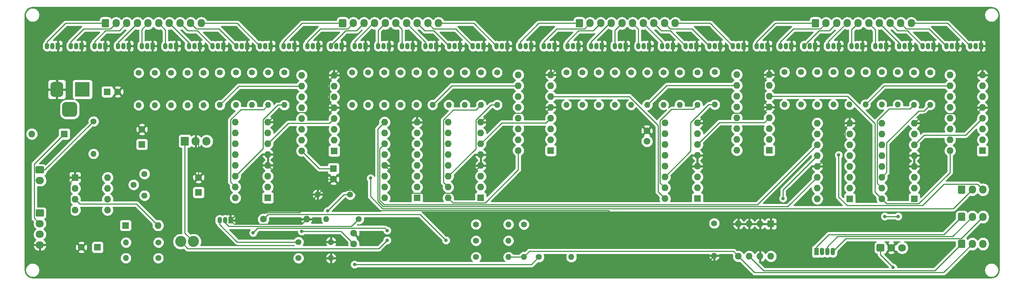
<source format=gbr>
%TF.GenerationSoftware,KiCad,Pcbnew,5.1.9+dfsg1-1+deb11u1*%
%TF.CreationDate,2023-02-08T22:39:45+08:00*%
%TF.ProjectId,OpenNixie,4f70656e-4e69-4786-9965-2e6b69636164,v1.3*%
%TF.SameCoordinates,Original*%
%TF.FileFunction,Copper,L2,Bot*%
%TF.FilePolarity,Positive*%
%FSLAX46Y46*%
G04 Gerber Fmt 4.6, Leading zero omitted, Abs format (unit mm)*
G04 Created by KiCad (PCBNEW 5.1.9+dfsg1-1+deb11u1) date 2023-02-08 22:39:45*
%MOMM*%
%LPD*%
G01*
G04 APERTURE LIST*
%TA.AperFunction,ComponentPad*%
%ADD10C,1.600000*%
%TD*%
%TA.AperFunction,ComponentPad*%
%ADD11R,1.600000X1.600000*%
%TD*%
%TA.AperFunction,ComponentPad*%
%ADD12O,1.600000X1.600000*%
%TD*%
%TA.AperFunction,ComponentPad*%
%ADD13O,1.700000X1.950000*%
%TD*%
%TA.AperFunction,ComponentPad*%
%ADD14O,1.950000X1.700000*%
%TD*%
%TA.AperFunction,ComponentPad*%
%ADD15O,2.000000X1.700000*%
%TD*%
%TA.AperFunction,ComponentPad*%
%ADD16C,1.800000*%
%TD*%
%TA.AperFunction,ComponentPad*%
%ADD17R,1.905000X2.000000*%
%TD*%
%TA.AperFunction,ComponentPad*%
%ADD18O,1.905000X2.000000*%
%TD*%
%TA.AperFunction,ComponentPad*%
%ADD19C,1.440000*%
%TD*%
%TA.AperFunction,ComponentPad*%
%ADD20O,1.400000X1.400000*%
%TD*%
%TA.AperFunction,ComponentPad*%
%ADD21C,1.400000*%
%TD*%
%TA.AperFunction,ComponentPad*%
%ADD22R,1.050000X1.500000*%
%TD*%
%TA.AperFunction,ComponentPad*%
%ADD23O,1.050000X1.500000*%
%TD*%
%TA.AperFunction,ComponentPad*%
%ADD24C,2.600000*%
%TD*%
%TA.AperFunction,ComponentPad*%
%ADD25R,3.500000X3.500000*%
%TD*%
%TA.AperFunction,ComponentPad*%
%ADD26O,1.070000X1.800000*%
%TD*%
%TA.AperFunction,ComponentPad*%
%ADD27R,1.070000X1.800000*%
%TD*%
%TA.AperFunction,ViaPad*%
%ADD28C,0.800000*%
%TD*%
%TA.AperFunction,Conductor*%
%ADD29C,0.250000*%
%TD*%
%TA.AperFunction,Conductor*%
%ADD30C,0.254000*%
%TD*%
%TA.AperFunction,Conductor*%
%ADD31C,0.100000*%
%TD*%
G04 APERTURE END LIST*
D10*
%TO.P,C7,2*%
%TO.N,GND*%
X108350000Y-179000000D03*
D11*
%TO.P,C7,1*%
%TO.N,Net-(C7-Pad1)*%
X112150000Y-179000000D03*
%TD*%
%TO.P,U14,1*%
%TO.N,/595_1_P1*%
X288650000Y-167600000D03*
D12*
%TO.P,U14,9*%
%TO.N,N/C*%
X281030000Y-149820000D03*
%TO.P,U14,2*%
%TO.N,/595_1_P2*%
X288650000Y-165060000D03*
%TO.P,U14,10*%
%TO.N,+5V*%
X281030000Y-152360000D03*
%TO.P,U14,3*%
%TO.N,/595_1_P3*%
X288650000Y-162520000D03*
%TO.P,U14,11*%
%TO.N,CLOCK_PIN*%
X281030000Y-154900000D03*
%TO.P,U14,4*%
%TO.N,/595_1_P4*%
X288650000Y-159980000D03*
%TO.P,U14,12*%
%TO.N,LATCH_PIN*%
X281030000Y-157440000D03*
%TO.P,U14,5*%
%TO.N,/595_1_P5*%
X288650000Y-157440000D03*
%TO.P,U14,13*%
%TO.N,GND*%
X281030000Y-159980000D03*
%TO.P,U14,6*%
%TO.N,/595_1_P6*%
X288650000Y-154900000D03*
%TO.P,U14,14*%
%TO.N,CASCADE_PIN*%
X281030000Y-162520000D03*
%TO.P,U14,7*%
%TO.N,/595_1_P7*%
X288650000Y-152360000D03*
%TO.P,U14,15*%
%TO.N,/595_1_P0*%
X281030000Y-165060000D03*
%TO.P,U14,8*%
%TO.N,GND*%
X288650000Y-149820000D03*
%TO.P,U14,16*%
%TO.N,+5V*%
X281030000Y-167600000D03*
%TD*%
D13*
%TO.P,J10,10*%
%TO.N,NIXIE_3_P9*%
X303100000Y-126350000D03*
%TO.P,J10,9*%
%TO.N,NIXIE_3_P8*%
X300600000Y-126350000D03*
%TO.P,J10,8*%
%TO.N,NIXIE_3_P7*%
X298100000Y-126350000D03*
%TO.P,J10,7*%
%TO.N,NIXIE_3_P6*%
X295600000Y-126350000D03*
%TO.P,J10,6*%
%TO.N,NIXIE_3_P5*%
X293100000Y-126350000D03*
%TO.P,J10,5*%
%TO.N,NIXIE_3_P4*%
X290600000Y-126350000D03*
%TO.P,J10,4*%
%TO.N,NIXIE_3_P3*%
X288100000Y-126350000D03*
%TO.P,J10,3*%
%TO.N,NIXIE_3_P2*%
X285600000Y-126350000D03*
%TO.P,J10,2*%
%TO.N,NIXIE_3_P1*%
X283100000Y-126350000D03*
%TO.P,J10,1*%
%TO.N,NIXIE_3_P0*%
%TA.AperFunction,ComponentPad*%
G36*
G01*
X279750000Y-127075000D02*
X279750000Y-125625000D01*
G75*
G02*
X280000000Y-125375000I250000J0D01*
G01*
X281200000Y-125375000D01*
G75*
G02*
X281450000Y-125625000I0J-250000D01*
G01*
X281450000Y-127075000D01*
G75*
G02*
X281200000Y-127325000I-250000J0D01*
G01*
X280000000Y-127325000D01*
G75*
G02*
X279750000Y-127075000I0J250000D01*
G01*
G37*
%TD.AperFunction*%
%TD*%
%TO.P,J9,10*%
%TO.N,NIXIE_2_P9*%
X247700000Y-126350000D03*
%TO.P,J9,9*%
%TO.N,NIXIE_2_P8*%
X245200000Y-126350000D03*
%TO.P,J9,8*%
%TO.N,NIXIE_2_P7*%
X242700000Y-126350000D03*
%TO.P,J9,7*%
%TO.N,NIXIE_2_P6*%
X240200000Y-126350000D03*
%TO.P,J9,6*%
%TO.N,NIXIE_2_P5*%
X237700000Y-126350000D03*
%TO.P,J9,5*%
%TO.N,NIXIE_2_P4*%
X235200000Y-126350000D03*
%TO.P,J9,4*%
%TO.N,NIXIE_2_P3*%
X232700000Y-126350000D03*
%TO.P,J9,3*%
%TO.N,NIXIE_2_P2*%
X230200000Y-126350000D03*
%TO.P,J9,2*%
%TO.N,NIXIE_2_P1*%
X227700000Y-126350000D03*
%TO.P,J9,1*%
%TO.N,NIXIE_2_P0*%
%TA.AperFunction,ComponentPad*%
G36*
G01*
X224350000Y-127075000D02*
X224350000Y-125625000D01*
G75*
G02*
X224600000Y-125375000I250000J0D01*
G01*
X225800000Y-125375000D01*
G75*
G02*
X226050000Y-125625000I0J-250000D01*
G01*
X226050000Y-127075000D01*
G75*
G02*
X225800000Y-127325000I-250000J0D01*
G01*
X224600000Y-127325000D01*
G75*
G02*
X224350000Y-127075000I0J250000D01*
G01*
G37*
%TD.AperFunction*%
%TD*%
%TO.P,J8,10*%
%TO.N,NIXIE_1_P9*%
X192150000Y-126350000D03*
%TO.P,J8,9*%
%TO.N,NIXIE_1_P8*%
X189650000Y-126350000D03*
%TO.P,J8,8*%
%TO.N,NIXIE_1_P7*%
X187150000Y-126350000D03*
%TO.P,J8,7*%
%TO.N,NIXIE_1_P6*%
X184650000Y-126350000D03*
%TO.P,J8,6*%
%TO.N,NIXIE_1_P5*%
X182150000Y-126350000D03*
%TO.P,J8,5*%
%TO.N,NIXIE_1_P4*%
X179650000Y-126350000D03*
%TO.P,J8,4*%
%TO.N,NIXIE_1_P3*%
X177150000Y-126350000D03*
%TO.P,J8,3*%
%TO.N,NIXIE_1_P2*%
X174650000Y-126350000D03*
%TO.P,J8,2*%
%TO.N,NIXIE_1_P1*%
X172150000Y-126350000D03*
%TO.P,J8,1*%
%TO.N,NIXIE_1_P0*%
%TA.AperFunction,ComponentPad*%
G36*
G01*
X168800000Y-127075000D02*
X168800000Y-125625000D01*
G75*
G02*
X169050000Y-125375000I250000J0D01*
G01*
X170250000Y-125375000D01*
G75*
G02*
X170500000Y-125625000I0J-250000D01*
G01*
X170500000Y-127075000D01*
G75*
G02*
X170250000Y-127325000I-250000J0D01*
G01*
X169050000Y-127325000D01*
G75*
G02*
X168800000Y-127075000I0J250000D01*
G01*
G37*
%TD.AperFunction*%
%TD*%
%TO.P,J7,10*%
%TO.N,NIXIE_0_P9*%
X136500000Y-126350000D03*
%TO.P,J7,9*%
%TO.N,NIXIE_0_P8*%
X134000000Y-126350000D03*
%TO.P,J7,8*%
%TO.N,NIXIE_0_P7*%
X131500000Y-126350000D03*
%TO.P,J7,7*%
%TO.N,NIXIE_0_P6*%
X129000000Y-126350000D03*
%TO.P,J7,6*%
%TO.N,NIXIE_0_P5*%
X126500000Y-126350000D03*
%TO.P,J7,5*%
%TO.N,NIXIE_0_P4*%
X124000000Y-126350000D03*
%TO.P,J7,4*%
%TO.N,NIXIE_0_P3*%
X121500000Y-126350000D03*
%TO.P,J7,3*%
%TO.N,NIXIE_0_P2*%
X119000000Y-126350000D03*
%TO.P,J7,2*%
%TO.N,NIXIE_0_P1*%
X116500000Y-126350000D03*
%TO.P,J7,1*%
%TO.N,NIXIE_0_P0*%
%TA.AperFunction,ComponentPad*%
G36*
G01*
X113150000Y-127075000D02*
X113150000Y-125625000D01*
G75*
G02*
X113400000Y-125375000I250000J0D01*
G01*
X114600000Y-125375000D01*
G75*
G02*
X114850000Y-125625000I0J-250000D01*
G01*
X114850000Y-127075000D01*
G75*
G02*
X114600000Y-127325000I-250000J0D01*
G01*
X113400000Y-127325000D01*
G75*
G02*
X113150000Y-127075000I0J250000D01*
G01*
G37*
%TD.AperFunction*%
%TD*%
%TO.P,J6,3*%
%TO.N,IR_OUT*%
X319900000Y-178200000D03*
%TO.P,J6,2*%
%TO.N,I2C_SDA*%
X317400000Y-178200000D03*
%TO.P,J6,1*%
%TO.N,I2C_SCL*%
%TA.AperFunction,ComponentPad*%
G36*
G01*
X314050000Y-178925000D02*
X314050000Y-177475000D01*
G75*
G02*
X314300000Y-177225000I250000J0D01*
G01*
X315500000Y-177225000D01*
G75*
G02*
X315750000Y-177475000I0J-250000D01*
G01*
X315750000Y-178925000D01*
G75*
G02*
X315500000Y-179175000I-250000J0D01*
G01*
X314300000Y-179175000D01*
G75*
G02*
X314050000Y-178925000I0J250000D01*
G01*
G37*
%TD.AperFunction*%
%TD*%
D14*
%TO.P,J5,4*%
%TO.N,GND*%
X98600000Y-178450000D03*
%TO.P,J5,3*%
%TO.N,BOOST_OUT*%
X98600000Y-175950000D03*
%TO.P,J5,2*%
%TO.N,+12V*%
X98600000Y-173450000D03*
%TO.P,J5,1*%
%TO.N,+5V*%
%TA.AperFunction,ComponentPad*%
G36*
G01*
X97875000Y-170100000D02*
X99325000Y-170100000D01*
G75*
G02*
X99575000Y-170350000I0J-250000D01*
G01*
X99575000Y-171550000D01*
G75*
G02*
X99325000Y-171800000I-250000J0D01*
G01*
X97875000Y-171800000D01*
G75*
G02*
X97625000Y-171550000I0J250000D01*
G01*
X97625000Y-170350000D01*
G75*
G02*
X97875000Y-170100000I250000J0D01*
G01*
G37*
%TD.AperFunction*%
%TD*%
D13*
%TO.P,J3,3*%
%TO.N,CLOCK_PIN*%
X319900000Y-165450000D03*
%TO.P,J3,2*%
%TO.N,DATA_PIN*%
X317400000Y-165450000D03*
%TO.P,J3,1*%
%TO.N,LATCH_PIN*%
%TA.AperFunction,ComponentPad*%
G36*
G01*
X314050000Y-166175000D02*
X314050000Y-164725000D01*
G75*
G02*
X314300000Y-164475000I250000J0D01*
G01*
X315500000Y-164475000D01*
G75*
G02*
X315750000Y-164725000I0J-250000D01*
G01*
X315750000Y-166175000D01*
G75*
G02*
X315500000Y-166425000I-250000J0D01*
G01*
X314300000Y-166425000D01*
G75*
G02*
X314050000Y-166175000I0J250000D01*
G01*
G37*
%TD.AperFunction*%
%TD*%
%TO.P,J2,3*%
%TO.N,BLUE_PIN*%
X319900000Y-171850000D03*
%TO.P,J2,2*%
%TO.N,GREEN_PIN*%
X317400000Y-171850000D03*
%TO.P,J2,1*%
%TO.N,RED_PIN*%
%TA.AperFunction,ComponentPad*%
G36*
G01*
X314050000Y-172575000D02*
X314050000Y-171125000D01*
G75*
G02*
X314300000Y-170875000I250000J0D01*
G01*
X315500000Y-170875000D01*
G75*
G02*
X315750000Y-171125000I0J-250000D01*
G01*
X315750000Y-172575000D01*
G75*
G02*
X315500000Y-172825000I-250000J0D01*
G01*
X314300000Y-172825000D01*
G75*
G02*
X314050000Y-172575000I0J250000D01*
G01*
G37*
%TD.AperFunction*%
%TD*%
D15*
%TO.P,J1,2*%
%TO.N,CONSTANT_PIN*%
X98600000Y-163300000D03*
%TO.P,J1,1*%
%TO.N,TIMER_PIN*%
%TA.AperFunction,ComponentPad*%
G36*
G01*
X97850000Y-159950000D02*
X99350000Y-159950000D01*
G75*
G02*
X99600000Y-160200000I0J-250000D01*
G01*
X99600000Y-161400000D01*
G75*
G02*
X99350000Y-161650000I-250000J0D01*
G01*
X97850000Y-161650000D01*
G75*
G02*
X97600000Y-161400000I0J250000D01*
G01*
X97600000Y-160200000D01*
G75*
G02*
X97850000Y-159950000I250000J0D01*
G01*
G37*
%TD.AperFunction*%
%TD*%
D12*
%TO.P,U12,16*%
%TO.N,+5V*%
X262130000Y-156200000D03*
%TO.P,U12,8*%
%TO.N,GND*%
X269750000Y-138420000D03*
%TO.P,U12,15*%
%TO.N,/138_2_P0*%
X262130000Y-153660000D03*
%TO.P,U12,7*%
%TO.N,/138_2_P7*%
X269750000Y-140960000D03*
%TO.P,U12,14*%
%TO.N,/138_2_P1*%
X262130000Y-151120000D03*
%TO.P,U12,6*%
%TO.N,+5V*%
X269750000Y-143500000D03*
%TO.P,U12,13*%
%TO.N,/138_2_P2*%
X262130000Y-148580000D03*
%TO.P,U12,5*%
%TO.N,GND*%
X269750000Y-146040000D03*
%TO.P,U12,12*%
%TO.N,/138_2_P3*%
X262130000Y-146040000D03*
%TO.P,U12,4*%
%TO.N,/595_1_P3*%
X269750000Y-148580000D03*
%TO.P,U12,11*%
%TO.N,/138_2_P4*%
X262130000Y-143500000D03*
%TO.P,U12,3*%
%TO.N,/595_1_P2*%
X269750000Y-151120000D03*
%TO.P,U12,10*%
%TO.N,/138_2_P5*%
X262130000Y-140960000D03*
%TO.P,U12,2*%
%TO.N,/595_1_P1*%
X269750000Y-153660000D03*
%TO.P,U12,9*%
%TO.N,/138_2_P6*%
X262130000Y-138420000D03*
D11*
%TO.P,U12,1*%
%TO.N,/595_1_P0*%
X269750000Y-156200000D03*
%TD*%
D12*
%TO.P,U7,16*%
%TO.N,+5V*%
X160030000Y-156350000D03*
%TO.P,U7,8*%
%TO.N,GND*%
X167650000Y-138570000D03*
%TO.P,U7,15*%
%TO.N,/138_0_P0*%
X160030000Y-153810000D03*
%TO.P,U7,7*%
%TO.N,/138_0_P7*%
X167650000Y-141110000D03*
%TO.P,U7,14*%
%TO.N,/138_0_P1*%
X160030000Y-151270000D03*
%TO.P,U7,6*%
%TO.N,+5V*%
X167650000Y-143650000D03*
%TO.P,U7,13*%
%TO.N,/138_0_P2*%
X160030000Y-148730000D03*
%TO.P,U7,5*%
%TO.N,GND*%
X167650000Y-146190000D03*
%TO.P,U7,12*%
%TO.N,/138_0_P3*%
X160030000Y-146190000D03*
%TO.P,U7,4*%
%TO.N,/595_0_P3*%
X167650000Y-148730000D03*
%TO.P,U7,11*%
%TO.N,/138_0_P4*%
X160030000Y-143650000D03*
%TO.P,U7,3*%
%TO.N,/595_0_P2*%
X167650000Y-151270000D03*
%TO.P,U7,10*%
%TO.N,/138_0_P5*%
X160030000Y-141110000D03*
%TO.P,U7,2*%
%TO.N,/595_0_P1*%
X167650000Y-153810000D03*
%TO.P,U7,9*%
%TO.N,/138_0_P6*%
X160030000Y-138570000D03*
D11*
%TO.P,U7,1*%
%TO.N,/595_0_P0*%
X167650000Y-156350000D03*
%TD*%
%TO.P,U16,1*%
%TO.N,/595_1_P4*%
X303800000Y-167600000D03*
D12*
%TO.P,U16,9*%
%TO.N,N/C*%
X296180000Y-149820000D03*
%TO.P,U16,2*%
%TO.N,/595_1_P5*%
X303800000Y-165060000D03*
%TO.P,U16,10*%
%TO.N,N/C*%
X296180000Y-152360000D03*
%TO.P,U16,3*%
%TO.N,/595_1_P6*%
X303800000Y-162520000D03*
%TO.P,U16,11*%
%TO.N,N/C*%
X296180000Y-154900000D03*
%TO.P,U16,4*%
%TO.N,GND*%
X303800000Y-159980000D03*
%TO.P,U16,12*%
%TO.N,N/C*%
X296180000Y-157440000D03*
%TO.P,U16,5*%
%TO.N,GND*%
X303800000Y-157440000D03*
%TO.P,U16,13*%
%TO.N,N/C*%
X296180000Y-159980000D03*
%TO.P,U16,6*%
%TO.N,/595_1_P7*%
X303800000Y-154900000D03*
%TO.P,U16,14*%
%TO.N,Net-(R51-Pad2)*%
X296180000Y-162520000D03*
%TO.P,U16,7*%
%TO.N,N/C*%
X303800000Y-152360000D03*
%TO.P,U16,15*%
%TO.N,Net-(R52-Pad2)*%
X296180000Y-165060000D03*
%TO.P,U16,8*%
%TO.N,GND*%
X303800000Y-149820000D03*
%TO.P,U16,16*%
%TO.N,+5V*%
X296180000Y-167600000D03*
%TD*%
D11*
%TO.P,U15,1*%
%TO.N,/595_1_P0*%
X252900000Y-167550000D03*
D12*
%TO.P,U15,9*%
%TO.N,N/C*%
X245280000Y-149770000D03*
%TO.P,U15,2*%
%TO.N,/595_1_P1*%
X252900000Y-165010000D03*
%TO.P,U15,10*%
%TO.N,N/C*%
X245280000Y-152310000D03*
%TO.P,U15,3*%
%TO.N,/595_1_P2*%
X252900000Y-162470000D03*
%TO.P,U15,11*%
%TO.N,N/C*%
X245280000Y-154850000D03*
%TO.P,U15,4*%
%TO.N,GND*%
X252900000Y-159930000D03*
%TO.P,U15,12*%
%TO.N,N/C*%
X245280000Y-157390000D03*
%TO.P,U15,5*%
%TO.N,GND*%
X252900000Y-157390000D03*
%TO.P,U15,13*%
%TO.N,N/C*%
X245280000Y-159930000D03*
%TO.P,U15,6*%
%TO.N,/595_1_P3*%
X252900000Y-154850000D03*
%TO.P,U15,14*%
%TO.N,Net-(R49-Pad2)*%
X245280000Y-162470000D03*
%TO.P,U15,7*%
%TO.N,N/C*%
X252900000Y-152310000D03*
%TO.P,U15,15*%
%TO.N,Net-(R50-Pad2)*%
X245280000Y-165010000D03*
%TO.P,U15,8*%
%TO.N,GND*%
X252900000Y-149770000D03*
%TO.P,U15,16*%
%TO.N,+5V*%
X245280000Y-167550000D03*
%TD*%
%TO.P,U13,16*%
%TO.N,+5V*%
X312180000Y-156300000D03*
%TO.P,U13,8*%
%TO.N,GND*%
X319800000Y-138520000D03*
%TO.P,U13,15*%
%TO.N,/138_3_P0*%
X312180000Y-153760000D03*
%TO.P,U13,7*%
%TO.N,/138_3_P7*%
X319800000Y-141060000D03*
%TO.P,U13,14*%
%TO.N,/138_3_P1*%
X312180000Y-151220000D03*
%TO.P,U13,6*%
%TO.N,+5V*%
X319800000Y-143600000D03*
%TO.P,U13,13*%
%TO.N,/138_3_P2*%
X312180000Y-148680000D03*
%TO.P,U13,5*%
%TO.N,GND*%
X319800000Y-146140000D03*
%TO.P,U13,12*%
%TO.N,/138_3_P3*%
X312180000Y-146140000D03*
%TO.P,U13,4*%
%TO.N,/595_1_P7*%
X319800000Y-148680000D03*
%TO.P,U13,11*%
%TO.N,/138_3_P4*%
X312180000Y-143600000D03*
%TO.P,U13,3*%
%TO.N,/595_1_P6*%
X319800000Y-151220000D03*
%TO.P,U13,10*%
%TO.N,/138_3_P5*%
X312180000Y-141060000D03*
%TO.P,U13,2*%
%TO.N,/595_1_P5*%
X319800000Y-153760000D03*
%TO.P,U13,9*%
%TO.N,/138_3_P6*%
X312180000Y-138520000D03*
D11*
%TO.P,U13,1*%
%TO.N,/595_1_P4*%
X319800000Y-156300000D03*
%TD*%
%TO.P,U11,1*%
%TO.N,/595_0_P4*%
X202050000Y-167400000D03*
D12*
%TO.P,U11,9*%
%TO.N,N/C*%
X194430000Y-149620000D03*
%TO.P,U11,2*%
%TO.N,/595_0_P5*%
X202050000Y-164860000D03*
%TO.P,U11,10*%
%TO.N,N/C*%
X194430000Y-152160000D03*
%TO.P,U11,3*%
%TO.N,/595_0_P6*%
X202050000Y-162320000D03*
%TO.P,U11,11*%
%TO.N,N/C*%
X194430000Y-154700000D03*
%TO.P,U11,4*%
%TO.N,GND*%
X202050000Y-159780000D03*
%TO.P,U11,12*%
%TO.N,N/C*%
X194430000Y-157240000D03*
%TO.P,U11,5*%
%TO.N,GND*%
X202050000Y-157240000D03*
%TO.P,U11,13*%
%TO.N,N/C*%
X194430000Y-159780000D03*
%TO.P,U11,6*%
%TO.N,/595_0_P7*%
X202050000Y-154700000D03*
%TO.P,U11,14*%
%TO.N,Net-(R31-Pad2)*%
X194430000Y-162320000D03*
%TO.P,U11,7*%
%TO.N,N/C*%
X202050000Y-152160000D03*
%TO.P,U11,15*%
%TO.N,Net-(R32-Pad2)*%
X194430000Y-164860000D03*
%TO.P,U11,8*%
%TO.N,GND*%
X202050000Y-149620000D03*
%TO.P,U11,16*%
%TO.N,+5V*%
X194430000Y-167400000D03*
%TD*%
D11*
%TO.P,U10,1*%
%TO.N,/595_0_P0*%
X152100000Y-167350000D03*
D12*
%TO.P,U10,9*%
%TO.N,N/C*%
X144480000Y-149570000D03*
%TO.P,U10,2*%
%TO.N,/595_0_P1*%
X152100000Y-164810000D03*
%TO.P,U10,10*%
%TO.N,N/C*%
X144480000Y-152110000D03*
%TO.P,U10,3*%
%TO.N,/595_0_P2*%
X152100000Y-162270000D03*
%TO.P,U10,11*%
%TO.N,N/C*%
X144480000Y-154650000D03*
%TO.P,U10,4*%
%TO.N,GND*%
X152100000Y-159730000D03*
%TO.P,U10,12*%
%TO.N,N/C*%
X144480000Y-157190000D03*
%TO.P,U10,5*%
%TO.N,GND*%
X152100000Y-157190000D03*
%TO.P,U10,13*%
%TO.N,N/C*%
X144480000Y-159730000D03*
%TO.P,U10,6*%
%TO.N,/595_0_P3*%
X152100000Y-154650000D03*
%TO.P,U10,14*%
%TO.N,Net-(R29-Pad2)*%
X144480000Y-162270000D03*
%TO.P,U10,7*%
%TO.N,N/C*%
X152100000Y-152110000D03*
%TO.P,U10,15*%
%TO.N,Net-(R30-Pad2)*%
X144480000Y-164810000D03*
%TO.P,U10,8*%
%TO.N,GND*%
X152100000Y-149570000D03*
%TO.P,U10,16*%
%TO.N,+5V*%
X144480000Y-167350000D03*
%TD*%
D11*
%TO.P,U9,1*%
%TO.N,/595_0_P1*%
X187100000Y-167400000D03*
D12*
%TO.P,U9,9*%
%TO.N,CASCADE_PIN*%
X179480000Y-149620000D03*
%TO.P,U9,2*%
%TO.N,/595_0_P2*%
X187100000Y-164860000D03*
%TO.P,U9,10*%
%TO.N,+5V*%
X179480000Y-152160000D03*
%TO.P,U9,3*%
%TO.N,/595_0_P3*%
X187100000Y-162320000D03*
%TO.P,U9,11*%
%TO.N,CLOCK_PIN*%
X179480000Y-154700000D03*
%TO.P,U9,4*%
%TO.N,/595_0_P4*%
X187100000Y-159780000D03*
%TO.P,U9,12*%
%TO.N,LATCH_PIN*%
X179480000Y-157240000D03*
%TO.P,U9,5*%
%TO.N,/595_0_P5*%
X187100000Y-157240000D03*
%TO.P,U9,13*%
%TO.N,GND*%
X179480000Y-159780000D03*
%TO.P,U9,6*%
%TO.N,/595_0_P6*%
X187100000Y-154700000D03*
%TO.P,U9,14*%
%TO.N,DATA_PIN*%
X179480000Y-162320000D03*
%TO.P,U9,7*%
%TO.N,/595_0_P7*%
X187100000Y-152160000D03*
%TO.P,U9,15*%
%TO.N,/595_0_P0*%
X179480000Y-164860000D03*
%TO.P,U9,8*%
%TO.N,GND*%
X187100000Y-149620000D03*
%TO.P,U9,16*%
%TO.N,+5V*%
X179480000Y-167400000D03*
%TD*%
%TO.P,U8,16*%
%TO.N,+5V*%
X210880000Y-156250000D03*
%TO.P,U8,8*%
%TO.N,GND*%
X218500000Y-138470000D03*
%TO.P,U8,15*%
%TO.N,/138_1_P0*%
X210880000Y-153710000D03*
%TO.P,U8,7*%
%TO.N,/138_1_P7*%
X218500000Y-141010000D03*
%TO.P,U8,14*%
%TO.N,/138_1_P1*%
X210880000Y-151170000D03*
%TO.P,U8,6*%
%TO.N,+5V*%
X218500000Y-143550000D03*
%TO.P,U8,13*%
%TO.N,/138_1_P2*%
X210880000Y-148630000D03*
%TO.P,U8,5*%
%TO.N,GND*%
X218500000Y-146090000D03*
%TO.P,U8,12*%
%TO.N,/138_1_P3*%
X210880000Y-146090000D03*
%TO.P,U8,4*%
%TO.N,/595_0_P7*%
X218500000Y-148630000D03*
%TO.P,U8,11*%
%TO.N,/138_1_P4*%
X210880000Y-143550000D03*
%TO.P,U8,3*%
%TO.N,/595_0_P6*%
X218500000Y-151170000D03*
%TO.P,U8,10*%
%TO.N,/138_1_P5*%
X210880000Y-141010000D03*
%TO.P,U8,2*%
%TO.N,/595_0_P5*%
X218500000Y-153710000D03*
%TO.P,U8,9*%
%TO.N,/138_1_P6*%
X210880000Y-138470000D03*
D11*
%TO.P,U8,1*%
%TO.N,/595_0_P4*%
X218500000Y-156250000D03*
%TD*%
D16*
%TO.P,U6,3*%
%TO.N,+5V*%
X300930000Y-179100000D03*
%TO.P,U6,2*%
%TO.N,GND*%
X298390000Y-179100000D03*
%TO.P,U6,1*%
%TO.N,IR_OUT*%
%TA.AperFunction,ComponentPad*%
G36*
G01*
X294950000Y-179751600D02*
X294950000Y-178448400D01*
G75*
G02*
X295198400Y-178200000I248400J0D01*
G01*
X296501600Y-178200000D01*
G75*
G02*
X296750000Y-178448400I0J-248400D01*
G01*
X296750000Y-179751600D01*
G75*
G02*
X296501600Y-180000000I-248400J0D01*
G01*
X295198400Y-180000000D01*
G75*
G02*
X294950000Y-179751600I0J248400D01*
G01*
G37*
%TD.AperFunction*%
%TD*%
D12*
%TO.P,U5,8*%
%TO.N,+5V*%
X270150000Y-181120000D03*
%TO.P,U5,4*%
%TO.N,GND*%
X262530000Y-173500000D03*
%TO.P,U5,7*%
X267610000Y-181120000D03*
%TO.P,U5,3*%
X265070000Y-173500000D03*
%TO.P,U5,6*%
%TO.N,I2C_SCL*%
X265070000Y-181120000D03*
%TO.P,U5,2*%
%TO.N,GND*%
X267610000Y-173500000D03*
%TO.P,U5,5*%
%TO.N,I2C_SDA*%
X262530000Y-181120000D03*
D11*
%TO.P,U5,1*%
%TO.N,GND*%
X270150000Y-173500000D03*
%TD*%
%TO.P,U2,1*%
%TO.N,GND*%
X106850000Y-162600000D03*
D12*
%TO.P,U2,5*%
%TO.N,N/C*%
X114470000Y-170220000D03*
%TO.P,U2,2*%
%TO.N,TIMER_PIN*%
X106850000Y-165140000D03*
%TO.P,U2,6*%
%TO.N,Net-(C3-Pad1)*%
X114470000Y-167680000D03*
%TO.P,U2,3*%
%TO.N,Net-(D1-Pad2)*%
X106850000Y-167680000D03*
%TO.P,U2,7*%
%TO.N,Net-(C3-Pad1)*%
X114470000Y-165140000D03*
%TO.P,U2,4*%
%TO.N,+5V*%
X106850000Y-170220000D03*
%TO.P,U2,8*%
X114470000Y-162600000D03*
%TD*%
D17*
%TO.P,U1,1*%
%TO.N,+12V*%
X132650000Y-154050000D03*
D18*
%TO.P,U1,2*%
%TO.N,GND*%
X135190000Y-154050000D03*
%TO.P,U1,3*%
%TO.N,+5V*%
X137730000Y-154050000D03*
%TD*%
D12*
%TO.P,SW1,2*%
%TO.N,Net-(J4-Pad1)*%
X96730000Y-152350000D03*
D11*
%TO.P,SW1,1*%
%TO.N,+12V*%
X104350000Y-152350000D03*
%TD*%
D19*
%TO.P,RV1,1*%
%TO.N,+5V*%
X123150000Y-161750000D03*
%TO.P,RV1,2*%
X120610000Y-164290000D03*
%TO.P,RV1,3*%
%TO.N,Net-(C3-Pad1)*%
X123150000Y-166830000D03*
%TD*%
D20*
%TO.P,R54,2*%
%TO.N,/138_3_P6*%
X296150000Y-145420000D03*
D21*
%TO.P,R54,1*%
%TO.N,Net-(Q38-Pad2)*%
X296150000Y-137800000D03*
%TD*%
D20*
%TO.P,R53,2*%
%TO.N,/138_2_P6*%
X244950000Y-145520000D03*
D21*
%TO.P,R53,1*%
%TO.N,Net-(Q37-Pad2)*%
X244950000Y-137900000D03*
%TD*%
D20*
%TO.P,R52,2*%
%TO.N,Net-(R52-Pad2)*%
X303750000Y-145520000D03*
D21*
%TO.P,R52,1*%
%TO.N,Net-(Q40-Pad2)*%
X303750000Y-137900000D03*
%TD*%
D20*
%TO.P,R51,2*%
%TO.N,Net-(R51-Pad2)*%
X307500000Y-145520000D03*
D21*
%TO.P,R51,1*%
%TO.N,Net-(Q42-Pad2)*%
X307500000Y-137900000D03*
%TD*%
D20*
%TO.P,R50,2*%
%TO.N,Net-(R50-Pad2)*%
X252950000Y-145570000D03*
D21*
%TO.P,R50,1*%
%TO.N,Net-(Q39-Pad2)*%
X252950000Y-137950000D03*
%TD*%
D20*
%TO.P,R49,2*%
%TO.N,Net-(R49-Pad2)*%
X256950000Y-145470000D03*
D21*
%TO.P,R49,1*%
%TO.N,Net-(Q41-Pad2)*%
X256950000Y-137850000D03*
%TD*%
D20*
%TO.P,R48,2*%
%TO.N,/138_3_P7*%
X299950000Y-145470000D03*
D21*
%TO.P,R48,1*%
%TO.N,Net-(Q36-Pad2)*%
X299950000Y-137850000D03*
%TD*%
D20*
%TO.P,R47,2*%
%TO.N,/138_2_P7*%
X248750000Y-145520000D03*
D21*
%TO.P,R47,1*%
%TO.N,Net-(Q35-Pad2)*%
X248750000Y-137900000D03*
%TD*%
D20*
%TO.P,R46,2*%
%TO.N,/138_3_P4*%
X288600000Y-145470000D03*
D21*
%TO.P,R46,1*%
%TO.N,Net-(Q34-Pad2)*%
X288600000Y-137850000D03*
%TD*%
D20*
%TO.P,R45,2*%
%TO.N,/138_2_P4*%
X237350000Y-145520000D03*
D21*
%TO.P,R45,1*%
%TO.N,Net-(Q33-Pad2)*%
X237350000Y-137900000D03*
%TD*%
D20*
%TO.P,R44,2*%
%TO.N,/138_3_P5*%
X292350000Y-145420000D03*
D21*
%TO.P,R44,1*%
%TO.N,Net-(Q32-Pad2)*%
X292350000Y-137800000D03*
%TD*%
D20*
%TO.P,R43,2*%
%TO.N,/138_2_P5*%
X241150000Y-145520000D03*
D21*
%TO.P,R43,1*%
%TO.N,Net-(Q31-Pad2)*%
X241150000Y-137900000D03*
%TD*%
D20*
%TO.P,R42,2*%
%TO.N,/138_3_P2*%
X281000000Y-145470000D03*
D21*
%TO.P,R42,1*%
%TO.N,Net-(Q30-Pad2)*%
X281000000Y-137850000D03*
%TD*%
D20*
%TO.P,R41,2*%
%TO.N,/138_2_P2*%
X229750000Y-145520000D03*
D21*
%TO.P,R41,1*%
%TO.N,Net-(Q29-Pad2)*%
X229750000Y-137900000D03*
%TD*%
D20*
%TO.P,R40,2*%
%TO.N,/138_3_P3*%
X284800000Y-145470000D03*
D21*
%TO.P,R40,1*%
%TO.N,Net-(Q28-Pad2)*%
X284800000Y-137850000D03*
%TD*%
D20*
%TO.P,R39,2*%
%TO.N,/138_2_P3*%
X233550000Y-145520000D03*
D21*
%TO.P,R39,1*%
%TO.N,Net-(Q27-Pad2)*%
X233550000Y-137900000D03*
%TD*%
D20*
%TO.P,R38,2*%
%TO.N,/138_3_P0*%
X273350000Y-145470000D03*
D21*
%TO.P,R38,1*%
%TO.N,Net-(Q26-Pad2)*%
X273350000Y-137850000D03*
%TD*%
D20*
%TO.P,R37,2*%
%TO.N,/138_2_P0*%
X222150000Y-145520000D03*
D21*
%TO.P,R37,1*%
%TO.N,Net-(Q25-Pad2)*%
X222150000Y-137900000D03*
%TD*%
D20*
%TO.P,R36,2*%
%TO.N,/138_3_P1*%
X277200000Y-145470000D03*
D21*
%TO.P,R36,1*%
%TO.N,Net-(Q24-Pad2)*%
X277200000Y-137850000D03*
%TD*%
D20*
%TO.P,R35,2*%
%TO.N,/138_2_P1*%
X225950000Y-145520000D03*
D21*
%TO.P,R35,1*%
%TO.N,Net-(Q23-Pad2)*%
X225950000Y-137900000D03*
%TD*%
D20*
%TO.P,R34,2*%
%TO.N,/138_1_P6*%
X194550000Y-145520000D03*
D21*
%TO.P,R34,1*%
%TO.N,Net-(Q18-Pad2)*%
X194550000Y-137900000D03*
%TD*%
D20*
%TO.P,R33,2*%
%TO.N,/138_0_P6*%
X144600000Y-145570000D03*
D21*
%TO.P,R33,1*%
%TO.N,Net-(Q17-Pad2)*%
X144600000Y-137950000D03*
%TD*%
D20*
%TO.P,R32,2*%
%TO.N,Net-(R32-Pad2)*%
X202150000Y-145520000D03*
D21*
%TO.P,R32,1*%
%TO.N,Net-(Q20-Pad2)*%
X202150000Y-137900000D03*
%TD*%
D20*
%TO.P,R31,2*%
%TO.N,Net-(R31-Pad2)*%
X205900000Y-145520000D03*
D21*
%TO.P,R31,1*%
%TO.N,Net-(Q22-Pad2)*%
X205900000Y-137900000D03*
%TD*%
D20*
%TO.P,R30,2*%
%TO.N,Net-(R30-Pad2)*%
X152150000Y-145570000D03*
D21*
%TO.P,R30,1*%
%TO.N,Net-(Q19-Pad2)*%
X152150000Y-137950000D03*
%TD*%
D20*
%TO.P,R29,2*%
%TO.N,Net-(R29-Pad2)*%
X155950000Y-145570000D03*
D21*
%TO.P,R29,1*%
%TO.N,Net-(Q21-Pad2)*%
X155950000Y-137950000D03*
%TD*%
D20*
%TO.P,R28,2*%
%TO.N,/138_1_P7*%
X198350000Y-145520000D03*
D21*
%TO.P,R28,1*%
%TO.N,Net-(Q16-Pad2)*%
X198350000Y-137900000D03*
%TD*%
D20*
%TO.P,R27,2*%
%TO.N,/138_0_P7*%
X148400000Y-145570000D03*
D21*
%TO.P,R27,1*%
%TO.N,Net-(Q15-Pad2)*%
X148400000Y-137950000D03*
%TD*%
D20*
%TO.P,R26,2*%
%TO.N,/138_1_P4*%
X187000000Y-145520000D03*
D21*
%TO.P,R26,1*%
%TO.N,Net-(Q14-Pad2)*%
X187000000Y-137900000D03*
%TD*%
D20*
%TO.P,R25,2*%
%TO.N,/138_0_P4*%
X137050000Y-145620000D03*
D21*
%TO.P,R25,1*%
%TO.N,Net-(Q13-Pad2)*%
X137050000Y-138000000D03*
%TD*%
D20*
%TO.P,R24,2*%
%TO.N,/138_1_P5*%
X190750000Y-145520000D03*
D21*
%TO.P,R24,1*%
%TO.N,Net-(Q12-Pad2)*%
X190750000Y-137900000D03*
%TD*%
D20*
%TO.P,R23,2*%
%TO.N,/138_0_P5*%
X140850000Y-145570000D03*
D21*
%TO.P,R23,1*%
%TO.N,Net-(Q11-Pad2)*%
X140850000Y-137950000D03*
%TD*%
D20*
%TO.P,R22,2*%
%TO.N,/138_1_P2*%
X179400000Y-145520000D03*
D21*
%TO.P,R22,1*%
%TO.N,Net-(Q10-Pad2)*%
X179400000Y-137900000D03*
%TD*%
D20*
%TO.P,R21,2*%
%TO.N,/138_0_P2*%
X129400000Y-145620000D03*
D21*
%TO.P,R21,1*%
%TO.N,Net-(Q9-Pad2)*%
X129400000Y-138000000D03*
%TD*%
D20*
%TO.P,R20,2*%
%TO.N,/138_1_P3*%
X183200000Y-145520000D03*
D21*
%TO.P,R20,1*%
%TO.N,Net-(Q8-Pad2)*%
X183200000Y-137900000D03*
%TD*%
D20*
%TO.P,R19,2*%
%TO.N,/138_0_P3*%
X133250000Y-145620000D03*
D21*
%TO.P,R19,1*%
%TO.N,Net-(Q7-Pad2)*%
X133250000Y-138000000D03*
%TD*%
%TO.P,R18,1*%
%TO.N,Net-(Q6-Pad2)*%
X171900000Y-137900000D03*
D20*
%TO.P,R18,2*%
%TO.N,/138_1_P0*%
X171900000Y-145520000D03*
%TD*%
%TO.P,R17,2*%
%TO.N,/138_0_P0*%
X121800000Y-145620000D03*
D21*
%TO.P,R17,1*%
%TO.N,Net-(Q5-Pad2)*%
X121800000Y-138000000D03*
%TD*%
D20*
%TO.P,R16,2*%
%TO.N,/138_1_P1*%
X175650000Y-145520000D03*
D21*
%TO.P,R16,1*%
%TO.N,Net-(Q4-Pad2)*%
X175650000Y-137900000D03*
%TD*%
D20*
%TO.P,R15,2*%
%TO.N,/138_0_P1*%
X125600000Y-145620000D03*
D21*
%TO.P,R15,1*%
%TO.N,Net-(Q3-Pad2)*%
X125600000Y-138000000D03*
%TD*%
D12*
%TO.P,R14,2*%
%TO.N,GND*%
X161210000Y-172400000D03*
D10*
%TO.P,R14,1*%
%TO.N,Net-(Q2-Pad3)*%
X151050000Y-172400000D03*
%TD*%
D20*
%TO.P,R13,2*%
%TO.N,GND*%
X256850000Y-180970000D03*
D21*
%TO.P,R13,1*%
%TO.N,Net-(D3-Pad2)*%
X256850000Y-173350000D03*
%TD*%
D20*
%TO.P,R12,2*%
%TO.N,GND*%
X166920000Y-181550000D03*
D21*
%TO.P,R12,1*%
%TO.N,Net-(R12-Pad1)*%
X159300000Y-181550000D03*
%TD*%
D20*
%TO.P,R11,2*%
%TO.N,GND*%
X166920000Y-177750000D03*
D21*
%TO.P,R11,1*%
%TO.N,SHDN_PIN*%
X159300000Y-177750000D03*
%TD*%
D20*
%TO.P,R10,2*%
%TO.N,I2C_SDA*%
X212200000Y-181250000D03*
D21*
%TO.P,R10,1*%
%TO.N,+5V*%
X212200000Y-173630000D03*
%TD*%
D20*
%TO.P,R9,2*%
%TO.N,I2C_SCL*%
X208570000Y-173600000D03*
D21*
%TO.P,R9,1*%
%TO.N,+5V*%
X200950000Y-173600000D03*
%TD*%
D20*
%TO.P,R8,2*%
%TO.N,I2C_SCL*%
X208570000Y-177450000D03*
D21*
%TO.P,R8,1*%
%TO.N,+5V*%
X200950000Y-177450000D03*
%TD*%
D20*
%TO.P,R7,2*%
%TO.N,I2C_SDA*%
X208570000Y-181300000D03*
D21*
%TO.P,R7,1*%
%TO.N,+5V*%
X200950000Y-181300000D03*
%TD*%
D20*
%TO.P,R6,2*%
%TO.N,BOOST_OUT*%
X118830000Y-177850000D03*
D21*
%TO.P,R6,1*%
%TO.N,Net-(C7-Pad1)*%
X126450000Y-177850000D03*
%TD*%
D20*
%TO.P,R5,2*%
%TO.N,Net-(C7-Pad1)*%
X118780000Y-181550000D03*
D21*
%TO.P,R5,1*%
%TO.N,Net-(R12-Pad1)*%
X126400000Y-181550000D03*
%TD*%
D20*
%TO.P,R4,2*%
%TO.N,GND*%
X163780000Y-166600000D03*
D21*
%TO.P,R4,1*%
%TO.N,CONSTANT_PIN*%
X171400000Y-166600000D03*
%TD*%
%TO.P,R3,1*%
%TO.N,Net-(Q1-Pad2)*%
X173450000Y-172350000D03*
D20*
%TO.P,R3,2*%
%TO.N,CONSTANT_PIN*%
X165830000Y-172350000D03*
%TD*%
%TO.P,R2,2*%
%TO.N,+5V*%
X111200000Y-157020000D03*
D21*
%TO.P,R2,1*%
%TO.N,TIMER_PIN*%
X111200000Y-149400000D03*
%TD*%
D20*
%TO.P,R1,2*%
%TO.N,+5V*%
X223320000Y-181300000D03*
D21*
%TO.P,R1,1*%
%TO.N,SHDN_PIN*%
X215700000Y-181300000D03*
%TD*%
D22*
%TO.P,Q42,1*%
%TO.N,GND*%
X319450000Y-131700000D03*
D23*
%TO.P,Q42,3*%
%TO.N,NIXIE_3_P9*%
X316910000Y-131700000D03*
%TO.P,Q42,2*%
%TO.N,Net-(Q42-Pad2)*%
X318180000Y-131700000D03*
%TD*%
D22*
%TO.P,Q41,1*%
%TO.N,GND*%
X263800000Y-131700000D03*
D23*
%TO.P,Q41,3*%
%TO.N,NIXIE_2_P9*%
X261260000Y-131700000D03*
%TO.P,Q41,2*%
%TO.N,Net-(Q41-Pad2)*%
X262530000Y-131700000D03*
%TD*%
D22*
%TO.P,Q40,1*%
%TO.N,GND*%
X313850000Y-131700000D03*
D23*
%TO.P,Q40,3*%
%TO.N,NIXIE_3_P8*%
X311310000Y-131700000D03*
%TO.P,Q40,2*%
%TO.N,Net-(Q40-Pad2)*%
X312580000Y-131700000D03*
%TD*%
D22*
%TO.P,Q39,1*%
%TO.N,GND*%
X258250000Y-131700000D03*
D23*
%TO.P,Q39,3*%
%TO.N,NIXIE_2_P8*%
X255710000Y-131700000D03*
%TO.P,Q39,2*%
%TO.N,Net-(Q39-Pad2)*%
X256980000Y-131700000D03*
%TD*%
D22*
%TO.P,Q38,1*%
%TO.N,GND*%
X302750000Y-131700000D03*
D23*
%TO.P,Q38,3*%
%TO.N,NIXIE_3_P6*%
X300210000Y-131700000D03*
%TO.P,Q38,2*%
%TO.N,Net-(Q38-Pad2)*%
X301480000Y-131700000D03*
%TD*%
D22*
%TO.P,Q37,1*%
%TO.N,GND*%
X247150000Y-131700000D03*
D23*
%TO.P,Q37,3*%
%TO.N,NIXIE_2_P6*%
X244610000Y-131700000D03*
%TO.P,Q37,2*%
%TO.N,Net-(Q37-Pad2)*%
X245880000Y-131700000D03*
%TD*%
D22*
%TO.P,Q36,1*%
%TO.N,GND*%
X308300000Y-131700000D03*
D23*
%TO.P,Q36,3*%
%TO.N,NIXIE_3_P7*%
X305760000Y-131700000D03*
%TO.P,Q36,2*%
%TO.N,Net-(Q36-Pad2)*%
X307030000Y-131700000D03*
%TD*%
D22*
%TO.P,Q35,1*%
%TO.N,GND*%
X252700000Y-131700000D03*
D23*
%TO.P,Q35,3*%
%TO.N,NIXIE_2_P7*%
X250160000Y-131700000D03*
%TO.P,Q35,2*%
%TO.N,Net-(Q35-Pad2)*%
X251430000Y-131700000D03*
%TD*%
D22*
%TO.P,Q34,1*%
%TO.N,GND*%
X291650000Y-131700000D03*
D23*
%TO.P,Q34,3*%
%TO.N,NIXIE_3_P4*%
X289110000Y-131700000D03*
%TO.P,Q34,2*%
%TO.N,Net-(Q34-Pad2)*%
X290380000Y-131700000D03*
%TD*%
D22*
%TO.P,Q33,1*%
%TO.N,GND*%
X236050000Y-131700000D03*
D23*
%TO.P,Q33,3*%
%TO.N,NIXIE_2_P4*%
X233510000Y-131700000D03*
%TO.P,Q33,2*%
%TO.N,Net-(Q33-Pad2)*%
X234780000Y-131700000D03*
%TD*%
D22*
%TO.P,Q32,1*%
%TO.N,GND*%
X297200000Y-131700000D03*
D23*
%TO.P,Q32,3*%
%TO.N,NIXIE_3_P5*%
X294660000Y-131700000D03*
%TO.P,Q32,2*%
%TO.N,Net-(Q32-Pad2)*%
X295930000Y-131700000D03*
%TD*%
D22*
%TO.P,Q31,1*%
%TO.N,GND*%
X241600000Y-131700000D03*
D23*
%TO.P,Q31,3*%
%TO.N,NIXIE_2_P5*%
X239060000Y-131700000D03*
%TO.P,Q31,2*%
%TO.N,Net-(Q31-Pad2)*%
X240330000Y-131700000D03*
%TD*%
D22*
%TO.P,Q30,1*%
%TO.N,GND*%
X280520000Y-131700000D03*
D23*
%TO.P,Q30,3*%
%TO.N,NIXIE_3_P2*%
X277980000Y-131700000D03*
%TO.P,Q30,2*%
%TO.N,Net-(Q30-Pad2)*%
X279250000Y-131700000D03*
%TD*%
D22*
%TO.P,Q29,1*%
%TO.N,GND*%
X224950000Y-131700000D03*
D23*
%TO.P,Q29,3*%
%TO.N,NIXIE_2_P2*%
X222410000Y-131700000D03*
%TO.P,Q29,2*%
%TO.N,Net-(Q29-Pad2)*%
X223680000Y-131700000D03*
%TD*%
D22*
%TO.P,Q28,1*%
%TO.N,GND*%
X286100000Y-131700000D03*
D23*
%TO.P,Q28,3*%
%TO.N,NIXIE_3_P3*%
X283560000Y-131700000D03*
%TO.P,Q28,2*%
%TO.N,Net-(Q28-Pad2)*%
X284830000Y-131700000D03*
%TD*%
D22*
%TO.P,Q27,1*%
%TO.N,GND*%
X230500000Y-131700000D03*
D23*
%TO.P,Q27,3*%
%TO.N,NIXIE_2_P3*%
X227960000Y-131700000D03*
%TO.P,Q27,2*%
%TO.N,Net-(Q27-Pad2)*%
X229230000Y-131700000D03*
%TD*%
D22*
%TO.P,Q26,1*%
%TO.N,GND*%
X269370000Y-131700000D03*
D23*
%TO.P,Q26,3*%
%TO.N,NIXIE_3_P0*%
X266830000Y-131700000D03*
%TO.P,Q26,2*%
%TO.N,Net-(Q26-Pad2)*%
X268100000Y-131700000D03*
%TD*%
%TO.P,Q25,2*%
%TO.N,Net-(Q25-Pad2)*%
X212580000Y-131700000D03*
%TO.P,Q25,3*%
%TO.N,NIXIE_2_P0*%
X211310000Y-131700000D03*
D22*
%TO.P,Q25,1*%
%TO.N,GND*%
X213850000Y-131700000D03*
%TD*%
%TO.P,Q24,1*%
%TO.N,GND*%
X274950000Y-131700000D03*
D23*
%TO.P,Q24,3*%
%TO.N,NIXIE_3_P1*%
X272410000Y-131700000D03*
%TO.P,Q24,2*%
%TO.N,Net-(Q24-Pad2)*%
X273680000Y-131700000D03*
%TD*%
%TO.P,Q23,2*%
%TO.N,Net-(Q23-Pad2)*%
X218130000Y-131700000D03*
%TO.P,Q23,3*%
%TO.N,NIXIE_2_P1*%
X216860000Y-131700000D03*
D22*
%TO.P,Q23,1*%
%TO.N,GND*%
X219400000Y-131700000D03*
%TD*%
D23*
%TO.P,Q22,2*%
%TO.N,Net-(Q22-Pad2)*%
X207030000Y-131700000D03*
%TO.P,Q22,3*%
%TO.N,NIXIE_1_P9*%
X205760000Y-131700000D03*
D22*
%TO.P,Q22,1*%
%TO.N,GND*%
X208300000Y-131700000D03*
%TD*%
%TO.P,Q21,1*%
%TO.N,GND*%
X152800000Y-131700000D03*
D23*
%TO.P,Q21,3*%
%TO.N,NIXIE_0_P9*%
X150260000Y-131700000D03*
%TO.P,Q21,2*%
%TO.N,Net-(Q21-Pad2)*%
X151530000Y-131700000D03*
%TD*%
%TO.P,Q20,2*%
%TO.N,Net-(Q20-Pad2)*%
X201480000Y-131700000D03*
%TO.P,Q20,3*%
%TO.N,NIXIE_1_P8*%
X200210000Y-131700000D03*
D22*
%TO.P,Q20,1*%
%TO.N,GND*%
X202750000Y-131700000D03*
%TD*%
%TO.P,Q19,1*%
%TO.N,GND*%
X147250000Y-131700000D03*
D23*
%TO.P,Q19,3*%
%TO.N,NIXIE_0_P8*%
X144710000Y-131700000D03*
%TO.P,Q19,2*%
%TO.N,Net-(Q19-Pad2)*%
X145980000Y-131700000D03*
%TD*%
%TO.P,Q18,2*%
%TO.N,Net-(Q18-Pad2)*%
X190380000Y-131700000D03*
%TO.P,Q18,3*%
%TO.N,NIXIE_1_P6*%
X189110000Y-131700000D03*
D22*
%TO.P,Q18,1*%
%TO.N,GND*%
X191650000Y-131700000D03*
%TD*%
%TO.P,Q17,1*%
%TO.N,GND*%
X136150000Y-131700000D03*
D23*
%TO.P,Q17,3*%
%TO.N,NIXIE_0_P6*%
X133610000Y-131700000D03*
%TO.P,Q17,2*%
%TO.N,Net-(Q17-Pad2)*%
X134880000Y-131700000D03*
%TD*%
%TO.P,Q16,2*%
%TO.N,Net-(Q16-Pad2)*%
X195930000Y-131700000D03*
%TO.P,Q16,3*%
%TO.N,NIXIE_1_P7*%
X194660000Y-131700000D03*
D22*
%TO.P,Q16,1*%
%TO.N,GND*%
X197200000Y-131700000D03*
%TD*%
%TO.P,Q15,1*%
%TO.N,GND*%
X141700000Y-131700000D03*
D23*
%TO.P,Q15,3*%
%TO.N,NIXIE_0_P7*%
X139160000Y-131700000D03*
%TO.P,Q15,2*%
%TO.N,Net-(Q15-Pad2)*%
X140430000Y-131700000D03*
%TD*%
%TO.P,Q14,2*%
%TO.N,Net-(Q14-Pad2)*%
X179280000Y-131700000D03*
%TO.P,Q14,3*%
%TO.N,NIXIE_1_P4*%
X178010000Y-131700000D03*
D22*
%TO.P,Q14,1*%
%TO.N,GND*%
X180550000Y-131700000D03*
%TD*%
%TO.P,Q13,1*%
%TO.N,GND*%
X125050000Y-131700000D03*
D23*
%TO.P,Q13,3*%
%TO.N,NIXIE_0_P4*%
X122510000Y-131700000D03*
%TO.P,Q13,2*%
%TO.N,Net-(Q13-Pad2)*%
X123780000Y-131700000D03*
%TD*%
%TO.P,Q12,2*%
%TO.N,Net-(Q12-Pad2)*%
X184830000Y-131700000D03*
%TO.P,Q12,3*%
%TO.N,NIXIE_1_P5*%
X183560000Y-131700000D03*
D22*
%TO.P,Q12,1*%
%TO.N,GND*%
X186100000Y-131700000D03*
%TD*%
%TO.P,Q11,1*%
%TO.N,GND*%
X130600000Y-131700000D03*
D23*
%TO.P,Q11,3*%
%TO.N,NIXIE_0_P5*%
X128060000Y-131700000D03*
%TO.P,Q11,2*%
%TO.N,Net-(Q11-Pad2)*%
X129330000Y-131700000D03*
%TD*%
%TO.P,Q10,2*%
%TO.N,Net-(Q10-Pad2)*%
X168180000Y-131700000D03*
%TO.P,Q10,3*%
%TO.N,NIXIE_1_P2*%
X166910000Y-131700000D03*
D22*
%TO.P,Q10,1*%
%TO.N,GND*%
X169450000Y-131700000D03*
%TD*%
%TO.P,Q9,1*%
%TO.N,GND*%
X113950000Y-131700000D03*
D23*
%TO.P,Q9,3*%
%TO.N,NIXIE_0_P2*%
X111410000Y-131700000D03*
%TO.P,Q9,2*%
%TO.N,Net-(Q9-Pad2)*%
X112680000Y-131700000D03*
%TD*%
%TO.P,Q8,2*%
%TO.N,Net-(Q8-Pad2)*%
X173730000Y-131700000D03*
%TO.P,Q8,3*%
%TO.N,NIXIE_1_P3*%
X172460000Y-131700000D03*
D22*
%TO.P,Q8,1*%
%TO.N,GND*%
X175000000Y-131700000D03*
%TD*%
%TO.P,Q7,1*%
%TO.N,GND*%
X119500000Y-131700000D03*
D23*
%TO.P,Q7,3*%
%TO.N,NIXIE_0_P3*%
X116960000Y-131700000D03*
%TO.P,Q7,2*%
%TO.N,Net-(Q7-Pad2)*%
X118230000Y-131700000D03*
%TD*%
%TO.P,Q6,2*%
%TO.N,Net-(Q6-Pad2)*%
X157080000Y-131700000D03*
%TO.P,Q6,3*%
%TO.N,NIXIE_1_P0*%
X155810000Y-131700000D03*
D22*
%TO.P,Q6,1*%
%TO.N,GND*%
X158350000Y-131700000D03*
%TD*%
%TO.P,Q5,1*%
%TO.N,GND*%
X102850000Y-131700000D03*
D23*
%TO.P,Q5,3*%
%TO.N,NIXIE_0_P0*%
X100310000Y-131700000D03*
%TO.P,Q5,2*%
%TO.N,Net-(Q5-Pad2)*%
X101580000Y-131700000D03*
%TD*%
%TO.P,Q4,2*%
%TO.N,Net-(Q4-Pad2)*%
X162630000Y-131700000D03*
%TO.P,Q4,3*%
%TO.N,NIXIE_1_P1*%
X161360000Y-131700000D03*
D22*
%TO.P,Q4,1*%
%TO.N,GND*%
X163900000Y-131700000D03*
%TD*%
%TO.P,Q3,1*%
%TO.N,GND*%
X108400000Y-131700000D03*
D23*
%TO.P,Q3,3*%
%TO.N,NIXIE_0_P1*%
X105860000Y-131700000D03*
%TO.P,Q3,2*%
%TO.N,Net-(Q3-Pad2)*%
X107130000Y-131700000D03*
%TD*%
D22*
%TO.P,Q1,1*%
%TO.N,GND*%
X143350000Y-172650000D03*
D23*
%TO.P,Q1,3*%
%TO.N,SHDN_PIN*%
X140810000Y-172650000D03*
%TO.P,Q1,2*%
%TO.N,Net-(Q1-Pad2)*%
X142080000Y-172650000D03*
%TD*%
D24*
%TO.P,L1,2*%
%TO.N,Net-(D2-Pad2)*%
X131650000Y-177650000D03*
%TO.P,L1,1*%
%TO.N,+12V*%
X134650000Y-177650000D03*
%TD*%
D25*
%TO.P,J4,1*%
%TO.N,Net-(J4-Pad1)*%
X108600000Y-141900000D03*
%TO.P,J4,2*%
%TO.N,GND*%
%TA.AperFunction,ComponentPad*%
G36*
G01*
X101100000Y-142900000D02*
X101100000Y-140900000D01*
G75*
G02*
X101850000Y-140150000I750000J0D01*
G01*
X103350000Y-140150000D01*
G75*
G02*
X104100000Y-140900000I0J-750000D01*
G01*
X104100000Y-142900000D01*
G75*
G02*
X103350000Y-143650000I-750000J0D01*
G01*
X101850000Y-143650000D01*
G75*
G02*
X101100000Y-142900000I0J750000D01*
G01*
G37*
%TD.AperFunction*%
%TO.P,J4,3*%
%TO.N,N/C*%
%TA.AperFunction,ComponentPad*%
G36*
G01*
X103850000Y-147475000D02*
X103850000Y-145725000D01*
G75*
G02*
X104725000Y-144850000I875000J0D01*
G01*
X106475000Y-144850000D01*
G75*
G02*
X107350000Y-145725000I0J-875000D01*
G01*
X107350000Y-147475000D01*
G75*
G02*
X106475000Y-148350000I-875000J0D01*
G01*
X104725000Y-148350000D01*
G75*
G02*
X103850000Y-147475000I0J875000D01*
G01*
G37*
%TD.AperFunction*%
%TD*%
D26*
%TO.P,D3,4*%
%TO.N,BLUE_PIN*%
X284660000Y-180000000D03*
%TO.P,D3,3*%
%TO.N,GREEN_PIN*%
X283390000Y-180000000D03*
%TO.P,D3,2*%
%TO.N,Net-(D3-Pad2)*%
X282120000Y-180000000D03*
D27*
%TO.P,D3,1*%
%TO.N,RED_PIN*%
X280850000Y-180000000D03*
%TD*%
D11*
%TO.P,D1,1*%
%TO.N,CONSTANT_PIN*%
X118700000Y-173850000D03*
D12*
%TO.P,D1,2*%
%TO.N,Net-(D1-Pad2)*%
X126320000Y-173850000D03*
%TD*%
D10*
%TO.P,C8,1*%
%TO.N,Net-(C8-Pad1)*%
X172250000Y-178200000D03*
%TO.P,C8,2*%
%TO.N,GND*%
X172250000Y-175700000D03*
%TD*%
%TO.P,C5,2*%
%TO.N,GND*%
X122550000Y-151300000D03*
D11*
%TO.P,C5,1*%
%TO.N,+12V*%
X122550000Y-154800000D03*
%TD*%
D10*
%TO.P,C4,2*%
%TO.N,GND*%
X241050000Y-151600000D03*
%TO.P,C4,1*%
%TO.N,+5V*%
X241050000Y-154100000D03*
%TD*%
%TO.P,C3,2*%
%TO.N,GND*%
X135850000Y-162600000D03*
D11*
%TO.P,C3,1*%
%TO.N,Net-(C3-Pad1)*%
X135850000Y-166100000D03*
%TD*%
D10*
%TO.P,C2,2*%
%TO.N,GND*%
X116900000Y-142450000D03*
D11*
%TO.P,C2,1*%
%TO.N,+12V*%
X114400000Y-142450000D03*
%TD*%
D10*
%TO.P,C1,2*%
%TO.N,GND*%
X167500000Y-163000000D03*
D11*
%TO.P,C1,1*%
%TO.N,+5V*%
X167500000Y-160500000D03*
%TD*%
D28*
%TO.N,GND*%
X239000000Y-177350000D03*
X239000000Y-181850000D03*
%TO.N,Net-(C8-Pad1)*%
X160050000Y-175250000D03*
%TO.N,CONSTANT_PIN*%
X166100000Y-170450000D03*
%TO.N,CLOCK_PIN*%
X286050000Y-157300000D03*
%TO.N,DATA_PIN*%
X176200000Y-162750000D03*
%TO.N,LATCH_PIN*%
X296850000Y-171750000D03*
X300000000Y-171750000D03*
X273000000Y-167500000D03*
%TO.N,IR_OUT*%
X298850000Y-183750000D03*
%TO.N,SHDN_PIN*%
X172450000Y-183050000D03*
%TO.N,Net-(Q2-Pad3)*%
X193900000Y-177350000D03*
%TO.N,Net-(Q2-Pad1)*%
X148650000Y-175600000D03*
X180100000Y-175050000D03*
%TO.N,Net-(D2-Pad2)*%
X180100000Y-177350000D03*
%TD*%
D29*
%TO.N,GND*%
X318385001Y-147554999D02*
X319800000Y-146140000D01*
X306065001Y-147554999D02*
X318385001Y-147554999D01*
X303800000Y-149820000D02*
X306065001Y-147554999D01*
X268335001Y-147454999D02*
X269750000Y-146040000D01*
X255215001Y-147454999D02*
X268335001Y-147454999D01*
X252900000Y-149770000D02*
X255215001Y-147454999D01*
X217085001Y-147504999D02*
X218500000Y-146090000D01*
X204165001Y-147504999D02*
X217085001Y-147504999D01*
X202050000Y-149620000D02*
X204165001Y-147504999D01*
X166524999Y-145064999D02*
X167650000Y-146190000D01*
X166524999Y-139695001D02*
X166524999Y-145064999D01*
X167650000Y-138570000D02*
X166524999Y-139695001D01*
X166524999Y-147315001D02*
X167650000Y-146190000D01*
X154354999Y-147315001D02*
X166524999Y-147315001D01*
X152100000Y-149570000D02*
X154354999Y-147315001D01*
X195555001Y-166274999D02*
X202050000Y-159780000D01*
X185974999Y-166274999D02*
X195555001Y-166274999D01*
X179480000Y-159780000D02*
X185974999Y-166274999D01*
X169450000Y-136770000D02*
X167650000Y-138570000D01*
X169450000Y-131700000D02*
X169450000Y-136770000D01*
X219400000Y-137570000D02*
X218500000Y-138470000D01*
X219400000Y-131700000D02*
X219400000Y-137570000D01*
X269750000Y-132080000D02*
X269370000Y-131700000D01*
X269750000Y-138420000D02*
X269750000Y-132080000D01*
X268624999Y-144914999D02*
X269750000Y-146040000D01*
X268624999Y-139545001D02*
X268624999Y-144914999D01*
X269750000Y-138420000D02*
X268624999Y-139545001D01*
X155370000Y-163000000D02*
X167500000Y-163000000D01*
X152100000Y-159730000D02*
X155370000Y-163000000D01*
X255970000Y-181850000D02*
X256850000Y-180970000D01*
X239000000Y-181850000D02*
X255970000Y-181850000D01*
X164805001Y-165574999D02*
X163780000Y-166600000D01*
X171892001Y-165574999D02*
X164805001Y-165574999D01*
X176642042Y-170325040D02*
X171892001Y-165574999D01*
X231975040Y-170325040D02*
X176642042Y-170325040D01*
X239000000Y-177350000D02*
X231975040Y-170325040D01*
X102850000Y-141650000D02*
X102600000Y-141900000D01*
X102850000Y-131700000D02*
X102850000Y-141650000D01*
X135850000Y-154710000D02*
X135190000Y-154050000D01*
X135850000Y-162600000D02*
X135850000Y-154710000D01*
X111250000Y-162600000D02*
X106850000Y-162600000D01*
X122550000Y-151300000D02*
X111250000Y-162600000D01*
X287524999Y-153485001D02*
X281030000Y-159980000D01*
X287524999Y-150945001D02*
X287524999Y-153485001D01*
X288650000Y-149820000D02*
X287524999Y-150945001D01*
X105724999Y-176374999D02*
X108350000Y-179000000D01*
X105724999Y-163725001D02*
X105724999Y-176374999D01*
X106850000Y-162600000D02*
X105724999Y-163725001D01*
X159555011Y-170824989D02*
X163780000Y-166600000D01*
X145175011Y-170824989D02*
X159555011Y-170824989D01*
X143350000Y-172650000D02*
X145175011Y-170824989D01*
X144225001Y-173525001D02*
X143350000Y-172650000D01*
X160084999Y-173525001D02*
X144225001Y-173525001D01*
X161210000Y-172400000D02*
X160084999Y-173525001D01*
%TO.N,+5V*%
X297305001Y-168725001D02*
X296180000Y-167600000D01*
X304860001Y-168725001D02*
X297305001Y-168725001D01*
X312180000Y-161405002D02*
X304860001Y-168725001D01*
X312180000Y-156300000D02*
X312180000Y-161405002D01*
X294604989Y-166024989D02*
X296180000Y-167600000D01*
X294604989Y-149957987D02*
X294604989Y-166024989D01*
X288147002Y-143500000D02*
X294604989Y-149957987D01*
X269750000Y-143500000D02*
X288147002Y-143500000D01*
X210880000Y-160755002D02*
X210880000Y-156250000D01*
X203110001Y-168525001D02*
X210880000Y-160755002D01*
X195555001Y-168525001D02*
X203110001Y-168525001D01*
X194430000Y-167400000D02*
X195555001Y-168525001D01*
X243704989Y-165974989D02*
X245280000Y-167550000D01*
X243704989Y-150357987D02*
X243704989Y-165974989D01*
X236897002Y-143550000D02*
X243704989Y-150357987D01*
X218500000Y-143550000D02*
X236897002Y-143550000D01*
X164180000Y-160500000D02*
X160030000Y-156350000D01*
X167500000Y-160500000D02*
X164180000Y-160500000D01*
%TO.N,+12V*%
X97274990Y-159425010D02*
X104350000Y-152350000D01*
X97274990Y-172124990D02*
X97274990Y-159425010D01*
X98600000Y-173450000D02*
X97274990Y-172124990D01*
X132650000Y-175650000D02*
X134650000Y-177650000D01*
X132650000Y-154050000D02*
X132650000Y-175650000D01*
%TO.N,Net-(C8-Pad1)*%
X169300000Y-175250000D02*
X172250000Y-178200000D01*
X160050000Y-175250000D02*
X169300000Y-175250000D01*
%TO.N,Net-(D1-Pad2)*%
X121275001Y-168805001D02*
X126320000Y-173850000D01*
X107975001Y-168805001D02*
X121275001Y-168805001D01*
X106850000Y-167680000D02*
X107975001Y-168805001D01*
%TO.N,CONSTANT_PIN*%
X169950000Y-166600000D02*
X166100000Y-170450000D01*
X171400000Y-166600000D02*
X169950000Y-166600000D01*
%TO.N,BLUE_PIN*%
X314850010Y-176899990D02*
X319900000Y-171850000D01*
X287760010Y-176899990D02*
X314850010Y-176899990D01*
X284660000Y-180000000D02*
X287760010Y-176899990D01*
%TO.N,GREEN_PIN*%
X285790020Y-176449980D02*
X312800020Y-176449980D01*
X312800020Y-176449980D02*
X317400000Y-171850000D01*
X283390000Y-178850000D02*
X285790020Y-176449980D01*
X283390000Y-180000000D02*
X283390000Y-178850000D01*
%TO.N,Net-(D3-Pad2)*%
X282400000Y-180050000D02*
X282400000Y-180361237D01*
X281710001Y-179590001D02*
X282120000Y-180000000D01*
%TO.N,RED_PIN*%
X280850000Y-178850000D02*
X283700030Y-175999970D01*
X280850000Y-180000000D02*
X280850000Y-178850000D01*
X310750030Y-175999970D02*
X314900000Y-171850000D01*
X283700030Y-175999970D02*
X310750030Y-175999970D01*
%TO.N,TIMER_PIN*%
X99800000Y-160800000D02*
X111200000Y-149400000D01*
X98600000Y-160800000D02*
X99800000Y-160800000D01*
%TO.N,CLOCK_PIN*%
X178354999Y-167940001D02*
X178354999Y-155825001D01*
X179390009Y-168975011D02*
X178354999Y-167940001D01*
X266954989Y-168975011D02*
X179390009Y-168975011D01*
X178354999Y-155825001D02*
X179480000Y-154700000D01*
X281030000Y-154900000D02*
X266954989Y-168975011D01*
X288040009Y-169175011D02*
X286050000Y-167185002D01*
X305724989Y-169175011D02*
X288040009Y-169175011D01*
X286050000Y-167185002D02*
X286050000Y-157300000D01*
X310750010Y-164149990D02*
X305724989Y-169175011D01*
X318599990Y-164149990D02*
X310750010Y-164149990D01*
X319900000Y-165450000D02*
X318599990Y-164149990D01*
%TO.N,DATA_PIN*%
X176200000Y-167057822D02*
X176200000Y-162750000D01*
X312974969Y-169875031D02*
X179017208Y-169875030D01*
X179017208Y-169875030D02*
X176200000Y-167057822D01*
X317400000Y-165450000D02*
X312974969Y-169875031D01*
%TO.N,LATCH_PIN*%
X273000000Y-165470000D02*
X273000000Y-167500000D01*
X281030000Y-157440000D02*
X273000000Y-165470000D01*
X281030000Y-157220000D02*
X281030000Y-157440000D01*
X296850000Y-171750000D02*
X300000000Y-171750000D01*
%TO.N,BOOST_OUT*%
X118830000Y-177560000D02*
X118830000Y-177850000D01*
%TO.N,IR_OUT*%
X295850000Y-180750000D02*
X298850000Y-183750000D01*
X295850000Y-179100000D02*
X295850000Y-180750000D01*
%TO.N,I2C_SCL*%
X308624999Y-184475001D02*
X314900000Y-178200000D01*
X268425001Y-184475001D02*
X308624999Y-184475001D01*
X265070000Y-181120000D02*
X268425001Y-184475001D01*
%TO.N,I2C_SDA*%
X212150000Y-181300000D02*
X212200000Y-181250000D01*
X208570000Y-181300000D02*
X212150000Y-181300000D01*
X261354999Y-179944999D02*
X262530000Y-181120000D01*
X213505001Y-179944999D02*
X261354999Y-179944999D01*
X212200000Y-181250000D02*
X213505001Y-179944999D01*
X310674990Y-184925010D02*
X317400000Y-178200000D01*
X266335010Y-184925010D02*
X310674990Y-184925010D01*
X262530000Y-181120000D02*
X266335010Y-184925010D01*
%TO.N,NIXIE_0_P9*%
X144910000Y-126350000D02*
X150260000Y-131700000D01*
X136500000Y-126350000D02*
X144910000Y-126350000D01*
%TO.N,NIXIE_0_P8*%
X140660010Y-127650010D02*
X144710000Y-131700000D01*
X135300010Y-127650010D02*
X140660010Y-127650010D01*
X134000000Y-126350000D02*
X135300010Y-127650010D01*
%TO.N,NIXIE_0_P7*%
X135560020Y-128100020D02*
X139160000Y-131700000D01*
X133250020Y-128100020D02*
X135560020Y-128100020D01*
X131500000Y-126350000D02*
X133250020Y-128100020D01*
%TO.N,NIXIE_0_P6*%
X133610000Y-130960000D02*
X129000000Y-126350000D01*
X133610000Y-131700000D02*
X133610000Y-130960000D01*
%TO.N,NIXIE_0_P5*%
X128050000Y-131690000D02*
X128060000Y-131700000D01*
X128060000Y-127910000D02*
X126500000Y-126350000D01*
X128060000Y-131700000D02*
X128060000Y-127910000D01*
%TO.N,NIXIE_0_P4*%
X122510000Y-127840000D02*
X122510000Y-131700000D01*
X124000000Y-126350000D02*
X122510000Y-127840000D01*
%TO.N,NIXIE_0_P3*%
X116960000Y-131700000D02*
X116960000Y-131475000D01*
X116960000Y-130890000D02*
X116960000Y-131700000D01*
X121500000Y-126350000D02*
X116960000Y-130890000D01*
%TO.N,NIXIE_0_P2*%
X111450000Y-131700000D02*
X111829990Y-131320010D01*
X111410000Y-131700000D02*
X111450000Y-131700000D01*
X117249980Y-128100020D02*
X119000000Y-126350000D01*
X114009980Y-128100020D02*
X117249980Y-128100020D01*
X111410000Y-130700000D02*
X114009980Y-128100020D01*
X111410000Y-131700000D02*
X111410000Y-130700000D01*
%TO.N,NIXIE_0_P1*%
X105900000Y-131700000D02*
X106279990Y-131320010D01*
X105860000Y-131700000D02*
X105900000Y-131700000D01*
X115199990Y-127650010D02*
X116500000Y-126350000D01*
X108909990Y-127650010D02*
X115199990Y-127650010D01*
X105860000Y-130700000D02*
X108909990Y-127650010D01*
X105860000Y-131700000D02*
X105860000Y-130700000D01*
%TO.N,NIXIE_0_P0*%
X100450000Y-131700000D02*
X100729990Y-131420010D01*
X100310000Y-131700000D02*
X100450000Y-131700000D01*
X100310000Y-130700000D02*
X100310000Y-131700000D01*
X104660000Y-126350000D02*
X100310000Y-130700000D01*
X114000000Y-126350000D02*
X104660000Y-126350000D01*
%TO.N,NIXIE_1_P9*%
X200410000Y-126350000D02*
X205760000Y-131700000D01*
X192150000Y-126350000D02*
X200410000Y-126350000D01*
%TO.N,NIXIE_1_P8*%
X196160010Y-127650010D02*
X200210000Y-131700000D01*
X190950010Y-127650010D02*
X196160010Y-127650010D01*
X189650000Y-126350000D02*
X190950010Y-127650010D01*
%TO.N,NIXIE_1_P0*%
X160160000Y-126350000D02*
X169650000Y-126350000D01*
X155810000Y-130700000D02*
X160160000Y-126350000D01*
X155810000Y-131700000D02*
X155810000Y-130700000D01*
%TO.N,NIXIE_1_P1*%
X170849990Y-127650010D02*
X172150000Y-126350000D01*
X164409990Y-127650010D02*
X170849990Y-127650010D01*
X161360000Y-130700000D02*
X164409990Y-127650010D01*
X161360000Y-131700000D02*
X161360000Y-130700000D01*
%TO.N,NIXIE_1_P2*%
X172899980Y-128100020D02*
X174650000Y-126350000D01*
X170352885Y-128100020D02*
X172899980Y-128100020D01*
X167329990Y-131122915D02*
X170352885Y-128100020D01*
X167329990Y-131370010D02*
X167329990Y-131122915D01*
X167000000Y-131700000D02*
X167329990Y-131370010D01*
X166910000Y-131700000D02*
X167000000Y-131700000D01*
%TO.N,NIXIE_1_P3*%
X172460000Y-131700000D02*
X172460000Y-131542905D01*
X176810000Y-126350000D02*
X177150000Y-126350000D01*
X172460000Y-130700000D02*
X176810000Y-126350000D01*
X172460000Y-131700000D02*
X172460000Y-130700000D01*
%TO.N,NIXIE_1_P4*%
X178010000Y-127990000D02*
X178010000Y-131700000D01*
X179650000Y-126350000D02*
X178010000Y-127990000D01*
%TO.N,NIXIE_1_P5*%
X183560000Y-127760000D02*
X182150000Y-126350000D01*
X183560000Y-131700000D02*
X183560000Y-127760000D01*
%TO.N,NIXIE_1_P6*%
X189110000Y-130810000D02*
X184650000Y-126350000D01*
X189110000Y-131700000D02*
X189110000Y-130810000D01*
%TO.N,NIXIE_1_P7*%
X191060020Y-128100020D02*
X194660000Y-131700000D01*
X188900020Y-128100020D02*
X191060020Y-128100020D01*
X187150000Y-126350000D02*
X188900020Y-128100020D01*
%TO.N,NIXIE_2_P9*%
X255910000Y-126350000D02*
X247700000Y-126350000D01*
X261260000Y-131700000D02*
X255910000Y-126350000D01*
%TO.N,NIXIE_2_P8*%
X251660010Y-127650010D02*
X246500010Y-127650010D01*
X246500010Y-127650010D02*
X245200000Y-126350000D01*
X255710000Y-131700000D02*
X251660010Y-127650010D01*
%TO.N,NIXIE_2_P7*%
X246560020Y-128100020D02*
X250160000Y-131700000D01*
X244450020Y-128100020D02*
X246560020Y-128100020D01*
X242700000Y-126350000D02*
X244450020Y-128100020D01*
%TO.N,NIXIE_2_P6*%
X244610000Y-130760000D02*
X240200000Y-126350000D01*
X244610000Y-131700000D02*
X244610000Y-130760000D01*
%TO.N,NIXIE_2_P5*%
X239100000Y-131660000D02*
X239060000Y-131700000D01*
X239060000Y-127710000D02*
X237700000Y-126350000D01*
X239060000Y-131700000D02*
X239060000Y-127710000D01*
%TO.N,NIXIE_2_P4*%
X233510000Y-128040000D02*
X233510000Y-131700000D01*
X235200000Y-126350000D02*
X233510000Y-128040000D01*
%TO.N,NIXIE_2_P3*%
X227960000Y-131700000D02*
X227960000Y-131475000D01*
X232310000Y-126350000D02*
X232700000Y-126350000D01*
X227960000Y-130700000D02*
X232310000Y-126350000D01*
X227960000Y-131700000D02*
X227960000Y-130700000D01*
%TO.N,NIXIE_2_P2*%
X228449980Y-128100020D02*
X230200000Y-126350000D01*
X225009980Y-128100020D02*
X228449980Y-128100020D01*
X222410000Y-130700000D02*
X225009980Y-128100020D01*
X222410000Y-131700000D02*
X222410000Y-130700000D01*
%TO.N,NIXIE_2_P1*%
X226399990Y-127650010D02*
X227700000Y-126350000D01*
X219909990Y-127650010D02*
X226399990Y-127650010D01*
X216860000Y-130700000D02*
X219909990Y-127650010D01*
X216860000Y-131700000D02*
X216860000Y-130700000D01*
%TO.N,NIXIE_2_P0*%
X211310000Y-130700000D02*
X215660000Y-126350000D01*
X215660000Y-126350000D02*
X225200000Y-126350000D01*
X211310000Y-131700000D02*
X211310000Y-130700000D01*
%TO.N,NIXIE_3_P9*%
X311560000Y-126350000D02*
X303100000Y-126350000D01*
X316910000Y-131700000D02*
X311560000Y-126350000D01*
%TO.N,NIXIE_3_P8*%
X307260010Y-127650010D02*
X311310000Y-131700000D01*
X301900010Y-127650010D02*
X307260010Y-127650010D01*
X300600000Y-126350000D02*
X301900010Y-127650010D01*
%TO.N,NIXIE_3_P7*%
X302160020Y-128100020D02*
X305760000Y-131700000D01*
X299850020Y-128100020D02*
X302160020Y-128100020D01*
X298100000Y-126350000D02*
X299850020Y-128100020D01*
%TO.N,NIXIE_3_P6*%
X300210000Y-130960000D02*
X295600000Y-126350000D01*
X300210000Y-131700000D02*
X300210000Y-130960000D01*
%TO.N,NIXIE_3_P5*%
X294650000Y-131690000D02*
X294660000Y-131700000D01*
X294660000Y-127910000D02*
X293100000Y-126350000D01*
X294660000Y-131700000D02*
X294660000Y-127910000D01*
%TO.N,NIXIE_3_P4*%
X289110000Y-127840000D02*
X290600000Y-126350000D01*
X289110000Y-131700000D02*
X289110000Y-127840000D01*
%TO.N,NIXIE_3_P3*%
X287910000Y-126350000D02*
X288100000Y-126350000D01*
X283560000Y-130700000D02*
X287910000Y-126350000D01*
X283560000Y-131700000D02*
X283560000Y-130700000D01*
%TO.N,NIXIE_3_P2*%
X283849980Y-128100020D02*
X285600000Y-126350000D01*
X281422885Y-128100020D02*
X283849980Y-128100020D01*
X278399990Y-131350010D02*
X278399990Y-131122915D01*
X278050000Y-131700000D02*
X278399990Y-131350010D01*
X278399990Y-131122915D02*
X281422885Y-128100020D01*
X277980000Y-131700000D02*
X278050000Y-131700000D01*
%TO.N,NIXIE_3_P1*%
X281799990Y-127650010D02*
X283100000Y-126350000D01*
X275459990Y-127650010D02*
X281799990Y-127650010D01*
X272410000Y-130700000D02*
X275459990Y-127650010D01*
X272410000Y-131700000D02*
X272410000Y-130700000D01*
%TO.N,NIXIE_3_P0*%
X271180000Y-126350000D02*
X280600000Y-126350000D01*
X266830000Y-130700000D02*
X271180000Y-126350000D01*
X266830000Y-131700000D02*
X266830000Y-130700000D01*
%TO.N,SHDN_PIN*%
X140810000Y-173650000D02*
X140810000Y-172650000D01*
X144910000Y-177750000D02*
X140810000Y-173650000D01*
X159300000Y-177750000D02*
X144910000Y-177750000D01*
X213950000Y-183050000D02*
X215700000Y-181300000D01*
X172450000Y-183050000D02*
X213950000Y-183050000D01*
%TO.N,Net-(Q1-Pad2)*%
X142080000Y-173240002D02*
X142080000Y-172650000D01*
X142914988Y-174074990D02*
X142080000Y-173240002D01*
X171725010Y-174074990D02*
X142914988Y-174074990D01*
X173450000Y-172350000D02*
X171725010Y-174074990D01*
%TO.N,Net-(Q2-Pad3)*%
X152175001Y-171274999D02*
X151050000Y-172400000D01*
X187824999Y-171274999D02*
X152175001Y-171274999D01*
X193900000Y-177350000D02*
X187824999Y-171274999D01*
%TO.N,/138_0_P5*%
X145310000Y-141110000D02*
X140850000Y-145570000D01*
X160030000Y-141110000D02*
X145310000Y-141110000D01*
%TO.N,/138_1_P5*%
X195260000Y-141010000D02*
X190750000Y-145520000D01*
X210880000Y-141010000D02*
X195260000Y-141010000D01*
%TO.N,/138_2_P5*%
X245710000Y-140960000D02*
X262130000Y-140960000D01*
X241150000Y-145520000D02*
X245710000Y-140960000D01*
%TO.N,/138_3_P5*%
X296710000Y-141060000D02*
X312180000Y-141060000D01*
X292350000Y-145420000D02*
X296710000Y-141060000D01*
%TO.N,/595_0_P3*%
X166524999Y-149855001D02*
X167650000Y-148730000D01*
X156894999Y-149855001D02*
X166524999Y-149855001D01*
X152100000Y-154650000D02*
X156894999Y-149855001D01*
%TO.N,/595_0_P7*%
X217374999Y-149755001D02*
X218500000Y-148630000D01*
X206994999Y-149755001D02*
X217374999Y-149755001D01*
X202050000Y-154700000D02*
X206994999Y-149755001D01*
%TO.N,CASCADE_PIN*%
X274124979Y-169425021D02*
X281030000Y-162520000D01*
X179203609Y-169425021D02*
X274124979Y-169425021D01*
X177904990Y-168126402D02*
X179203609Y-169425021D01*
X177904989Y-151195011D02*
X177904990Y-168126402D01*
X179480000Y-149620000D02*
X177904989Y-151195011D01*
%TO.N,/595_1_P3*%
X268624999Y-149705001D02*
X269750000Y-148580000D01*
X258044999Y-149705001D02*
X268624999Y-149705001D01*
X252900000Y-154850000D02*
X258044999Y-149705001D01*
%TO.N,/595_1_P7*%
X315845001Y-152634999D02*
X319800000Y-148680000D01*
X306065001Y-152634999D02*
X315845001Y-152634999D01*
X303800000Y-154900000D02*
X306065001Y-152634999D01*
%TO.N,Net-(Q2-Pad1)*%
X179574999Y-174524999D02*
X180100000Y-175050000D01*
X149725001Y-174524999D02*
X179574999Y-174524999D01*
X148650000Y-175600000D02*
X149725001Y-174524999D01*
%TO.N,Net-(R29-Pad2)*%
X154434998Y-145570000D02*
X155950000Y-145570000D01*
X150974999Y-149029999D02*
X154434998Y-145570000D01*
X150974999Y-155775001D02*
X150974999Y-149029999D01*
X144480000Y-162270000D02*
X150974999Y-155775001D01*
%TO.N,Net-(R30-Pad2)*%
X143354999Y-163684999D02*
X144480000Y-164810000D01*
X143354999Y-149029999D02*
X143354999Y-163684999D01*
X145789997Y-146595001D02*
X143354999Y-149029999D01*
X151124999Y-146595001D02*
X145789997Y-146595001D01*
X152150000Y-145570000D02*
X151124999Y-146595001D01*
%TO.N,Net-(R31-Pad2)*%
X204484998Y-145520000D02*
X205900000Y-145520000D01*
X200924999Y-149079999D02*
X204484998Y-145520000D01*
X200924999Y-155825001D02*
X200924999Y-149079999D01*
X194430000Y-162320000D02*
X200924999Y-155825001D01*
%TO.N,Net-(R32-Pad2)*%
X193304999Y-163734999D02*
X194430000Y-164860000D01*
X193304999Y-149079999D02*
X193304999Y-163734999D01*
X195639997Y-146745001D02*
X193304999Y-149079999D01*
X200924999Y-146745001D02*
X195639997Y-146745001D01*
X202150000Y-145520000D02*
X200924999Y-146745001D01*
%TO.N,Net-(R49-Pad2)*%
X255534998Y-145470000D02*
X256950000Y-145470000D01*
X251354989Y-149650009D02*
X255534998Y-145470000D01*
X251354989Y-156395011D02*
X251354989Y-149650009D01*
X245280000Y-162470000D02*
X251354989Y-156395011D01*
%TO.N,Net-(R50-Pad2)*%
X244154999Y-163884999D02*
X245280000Y-165010000D01*
X244154999Y-149229999D02*
X244154999Y-163884999D01*
X246839997Y-146545001D02*
X244154999Y-149229999D01*
X251974999Y-146545001D02*
X246839997Y-146545001D01*
X252950000Y-145570000D02*
X251974999Y-146545001D01*
%TO.N,Net-(R51-Pad2)*%
X297305001Y-161394999D02*
X296180000Y-162520000D01*
X297305001Y-154444999D02*
X297305001Y-161394999D01*
X304804990Y-146945010D02*
X297305001Y-154444999D01*
X306074990Y-146945010D02*
X304804990Y-146945010D01*
X307500000Y-145520000D02*
X306074990Y-146945010D01*
%TO.N,Net-(R52-Pad2)*%
X295054999Y-163934999D02*
X296180000Y-165060000D01*
X295054999Y-149279999D02*
X295054999Y-163934999D01*
X297839997Y-146495001D02*
X295054999Y-149279999D01*
X302774999Y-146495001D02*
X297839997Y-146495001D01*
X303750000Y-145520000D02*
X302774999Y-146495001D01*
%TO.N,Net-(D2-Pad2)*%
X133325001Y-179325001D02*
X131650000Y-177650000D01*
X178124999Y-179325001D02*
X133325001Y-179325001D01*
X180100000Y-177350000D02*
X178124999Y-179325001D01*
%TD*%
D30*
%TO.N,GND*%
X322247064Y-122647195D02*
X322580912Y-122747990D01*
X322888821Y-122911708D01*
X323159065Y-123132115D01*
X323381353Y-123400813D01*
X323547217Y-123707572D01*
X323650340Y-124040710D01*
X323690000Y-124418051D01*
X323690001Y-184317711D01*
X323652805Y-184697064D01*
X323552011Y-185030909D01*
X323388293Y-185338820D01*
X323167888Y-185609063D01*
X322899184Y-185831354D01*
X322592426Y-185997218D01*
X322259291Y-186100340D01*
X321881948Y-186140000D01*
X96932279Y-186140000D01*
X96552936Y-186102805D01*
X96219091Y-186002011D01*
X95911180Y-185838293D01*
X95640937Y-185617888D01*
X95418646Y-185349184D01*
X95252782Y-185042426D01*
X95149660Y-184709291D01*
X95110000Y-184331948D01*
X95110000Y-184184042D01*
X95215000Y-184184042D01*
X95215000Y-184515958D01*
X95279754Y-184841496D01*
X95406772Y-185148147D01*
X95591175Y-185424125D01*
X95825875Y-185658825D01*
X96101853Y-185843228D01*
X96408504Y-185970246D01*
X96734042Y-186035000D01*
X97065958Y-186035000D01*
X97391496Y-185970246D01*
X97698147Y-185843228D01*
X97974125Y-185658825D01*
X98208825Y-185424125D01*
X98393228Y-185148147D01*
X98520246Y-184841496D01*
X98585000Y-184515958D01*
X98585000Y-184184042D01*
X98520246Y-183858504D01*
X98393228Y-183551853D01*
X98208825Y-183275875D01*
X97974125Y-183041175D01*
X97834771Y-182948061D01*
X171415000Y-182948061D01*
X171415000Y-183151939D01*
X171454774Y-183351898D01*
X171532795Y-183540256D01*
X171646063Y-183709774D01*
X171790226Y-183853937D01*
X171959744Y-183967205D01*
X172148102Y-184045226D01*
X172348061Y-184085000D01*
X172551939Y-184085000D01*
X172751898Y-184045226D01*
X172940256Y-183967205D01*
X173109774Y-183853937D01*
X173153711Y-183810000D01*
X213912678Y-183810000D01*
X213950000Y-183813676D01*
X213987322Y-183810000D01*
X213987333Y-183810000D01*
X214098986Y-183799003D01*
X214242247Y-183755546D01*
X214374276Y-183684974D01*
X214490001Y-183590001D01*
X214513804Y-183560997D01*
X215461157Y-182613645D01*
X215568514Y-182635000D01*
X215831486Y-182635000D01*
X216089405Y-182583696D01*
X216332359Y-182483061D01*
X216551013Y-182336962D01*
X216736962Y-182151013D01*
X216883061Y-181932359D01*
X216983696Y-181689405D01*
X217035000Y-181431486D01*
X217035000Y-181168514D01*
X216983696Y-180910595D01*
X216898535Y-180704999D01*
X222121465Y-180704999D01*
X222036304Y-180910595D01*
X221985000Y-181168514D01*
X221985000Y-181431486D01*
X222036304Y-181689405D01*
X222136939Y-181932359D01*
X222283038Y-182151013D01*
X222468987Y-182336962D01*
X222687641Y-182483061D01*
X222930595Y-182583696D01*
X223188514Y-182635000D01*
X223451486Y-182635000D01*
X223709405Y-182583696D01*
X223952359Y-182483061D01*
X224171013Y-182336962D01*
X224356962Y-182151013D01*
X224503061Y-181932359D01*
X224603696Y-181689405D01*
X224655000Y-181431486D01*
X224655000Y-181303330D01*
X255557278Y-181303330D01*
X255647147Y-181549123D01*
X255783241Y-181772660D01*
X255960330Y-181965351D01*
X256171608Y-182119792D01*
X256408956Y-182230047D01*
X256516671Y-182262716D01*
X256723000Y-182139374D01*
X256723000Y-181097000D01*
X256977000Y-181097000D01*
X256977000Y-182139374D01*
X257183329Y-182262716D01*
X257291044Y-182230047D01*
X257528392Y-182119792D01*
X257739670Y-181965351D01*
X257916759Y-181772660D01*
X258052853Y-181549123D01*
X258142722Y-181303330D01*
X258020201Y-181097000D01*
X256977000Y-181097000D01*
X256723000Y-181097000D01*
X255679799Y-181097000D01*
X255557278Y-181303330D01*
X224655000Y-181303330D01*
X224655000Y-181168514D01*
X224603696Y-180910595D01*
X224518535Y-180704999D01*
X255597853Y-180704999D01*
X255679799Y-180843000D01*
X256723000Y-180843000D01*
X256723000Y-180823000D01*
X256977000Y-180823000D01*
X256977000Y-180843000D01*
X258020201Y-180843000D01*
X258102147Y-180704999D01*
X261040198Y-180704999D01*
X261131312Y-180796114D01*
X261095000Y-180978665D01*
X261095000Y-181261335D01*
X261150147Y-181538574D01*
X261258320Y-181799727D01*
X261415363Y-182034759D01*
X261615241Y-182234637D01*
X261850273Y-182391680D01*
X262111426Y-182499853D01*
X262388665Y-182555000D01*
X262671335Y-182555000D01*
X262853887Y-182518688D01*
X265771211Y-185436013D01*
X265795009Y-185465011D01*
X265910734Y-185559984D01*
X266042763Y-185630556D01*
X266186024Y-185674013D01*
X266297677Y-185685010D01*
X266297685Y-185685010D01*
X266335010Y-185688686D01*
X266372335Y-185685010D01*
X310637668Y-185685010D01*
X310674990Y-185688686D01*
X310712312Y-185685010D01*
X310712323Y-185685010D01*
X310823976Y-185674013D01*
X310967237Y-185630556D01*
X311099266Y-185559984D01*
X311214991Y-185465011D01*
X311238794Y-185436007D01*
X312490759Y-184184042D01*
X320215000Y-184184042D01*
X320215000Y-184515958D01*
X320279754Y-184841496D01*
X320406772Y-185148147D01*
X320591175Y-185424125D01*
X320825875Y-185658825D01*
X321101853Y-185843228D01*
X321408504Y-185970246D01*
X321734042Y-186035000D01*
X322065958Y-186035000D01*
X322391496Y-185970246D01*
X322698147Y-185843228D01*
X322974125Y-185658825D01*
X323208825Y-185424125D01*
X323393228Y-185148147D01*
X323520246Y-184841496D01*
X323585000Y-184515958D01*
X323585000Y-184184042D01*
X323520246Y-183858504D01*
X323393228Y-183551853D01*
X323208825Y-183275875D01*
X322974125Y-183041175D01*
X322698147Y-182856772D01*
X322391496Y-182729754D01*
X322065958Y-182665000D01*
X321734042Y-182665000D01*
X321408504Y-182729754D01*
X321101853Y-182856772D01*
X320825875Y-183041175D01*
X320591175Y-183275875D01*
X320406772Y-183551853D01*
X320279754Y-183858504D01*
X320215000Y-184184042D01*
X312490759Y-184184042D01*
X316938098Y-179736704D01*
X317108890Y-179788513D01*
X317400000Y-179817185D01*
X317691111Y-179788513D01*
X317971034Y-179703599D01*
X318229014Y-179565706D01*
X318455134Y-179380134D01*
X318640706Y-179154014D01*
X318650000Y-179136626D01*
X318659294Y-179154014D01*
X318844866Y-179380134D01*
X319070987Y-179565706D01*
X319328967Y-179703599D01*
X319608890Y-179788513D01*
X319900000Y-179817185D01*
X320191111Y-179788513D01*
X320471034Y-179703599D01*
X320729014Y-179565706D01*
X320955134Y-179380134D01*
X321140706Y-179154014D01*
X321278599Y-178896033D01*
X321363513Y-178616110D01*
X321385000Y-178397949D01*
X321385000Y-178002050D01*
X321363513Y-177783889D01*
X321278599Y-177503966D01*
X321140706Y-177245986D01*
X320955134Y-177019866D01*
X320729013Y-176834294D01*
X320471033Y-176696401D01*
X320191110Y-176611487D01*
X319900000Y-176582815D01*
X319608889Y-176611487D01*
X319328966Y-176696401D01*
X319070986Y-176834294D01*
X318844866Y-177019866D01*
X318659294Y-177245987D01*
X318650000Y-177263374D01*
X318640706Y-177245986D01*
X318455134Y-177019866D01*
X318229013Y-176834294D01*
X317971033Y-176696401D01*
X317691110Y-176611487D01*
X317400000Y-176582815D01*
X317108889Y-176611487D01*
X316828966Y-176696401D01*
X316570986Y-176834294D01*
X316344866Y-177019866D01*
X316292777Y-177083337D01*
X316238405Y-176981614D01*
X316127962Y-176847038D01*
X316045466Y-176779335D01*
X319438098Y-173386704D01*
X319608890Y-173438513D01*
X319900000Y-173467185D01*
X320191111Y-173438513D01*
X320471034Y-173353599D01*
X320729014Y-173215706D01*
X320955134Y-173030134D01*
X321140706Y-172804014D01*
X321278599Y-172546033D01*
X321363513Y-172266110D01*
X321385000Y-172047949D01*
X321385000Y-171652050D01*
X321363513Y-171433889D01*
X321278599Y-171153966D01*
X321140706Y-170895986D01*
X320955134Y-170669866D01*
X320729013Y-170484294D01*
X320471033Y-170346401D01*
X320191110Y-170261487D01*
X319900000Y-170232815D01*
X319608889Y-170261487D01*
X319328966Y-170346401D01*
X319070986Y-170484294D01*
X318844866Y-170669866D01*
X318659294Y-170895987D01*
X318650000Y-170913374D01*
X318640706Y-170895986D01*
X318455134Y-170669866D01*
X318229013Y-170484294D01*
X317971033Y-170346401D01*
X317691110Y-170261487D01*
X317400000Y-170232815D01*
X317108889Y-170261487D01*
X316828966Y-170346401D01*
X316570986Y-170484294D01*
X316344866Y-170669866D01*
X316292777Y-170733337D01*
X316238405Y-170631614D01*
X316127962Y-170497038D01*
X315993386Y-170386595D01*
X315839850Y-170304528D01*
X315673254Y-170253992D01*
X315500000Y-170236928D01*
X314300000Y-170236928D01*
X314126746Y-170253992D01*
X313960150Y-170304528D01*
X313806614Y-170386595D01*
X313672038Y-170497038D01*
X313561595Y-170631614D01*
X313479528Y-170785150D01*
X313428992Y-170951746D01*
X313411928Y-171125000D01*
X313411928Y-172263270D01*
X310435229Y-175239970D01*
X283737352Y-175239970D01*
X283700029Y-175236294D01*
X283662706Y-175239970D01*
X283662697Y-175239970D01*
X283551044Y-175250967D01*
X283428723Y-175288072D01*
X283407783Y-175294424D01*
X283275753Y-175364996D01*
X283258731Y-175378966D01*
X283160029Y-175459969D01*
X283136231Y-175488967D01*
X280338998Y-178286201D01*
X280310000Y-178309999D01*
X280286202Y-178338997D01*
X280286201Y-178338998D01*
X280215026Y-178425724D01*
X280188851Y-178474694D01*
X280070820Y-178510498D01*
X279960506Y-178569463D01*
X279863815Y-178648815D01*
X279784463Y-178745506D01*
X279725498Y-178855820D01*
X279689188Y-178975518D01*
X279676928Y-179100000D01*
X279676928Y-180900000D01*
X279689188Y-181024482D01*
X279725498Y-181144180D01*
X279784463Y-181254494D01*
X279863815Y-181351185D01*
X279960506Y-181430537D01*
X280070820Y-181489502D01*
X280190518Y-181525812D01*
X280315000Y-181538072D01*
X281385000Y-181538072D01*
X281509482Y-181525812D01*
X281629180Y-181489502D01*
X281689744Y-181457129D01*
X281890641Y-181518071D01*
X282120000Y-181540661D01*
X282349360Y-181518071D01*
X282569906Y-181451169D01*
X282755001Y-181352234D01*
X282940095Y-181451169D01*
X283160641Y-181518071D01*
X283390000Y-181540661D01*
X283619360Y-181518071D01*
X283839906Y-181451169D01*
X284025001Y-181352234D01*
X284210095Y-181451169D01*
X284430641Y-181518071D01*
X284660000Y-181540661D01*
X284889360Y-181518071D01*
X285109906Y-181451169D01*
X285313162Y-181342526D01*
X285491318Y-181196318D01*
X285637526Y-181018162D01*
X285746169Y-180814906D01*
X285813071Y-180594359D01*
X285830000Y-180422476D01*
X285830000Y-179904801D01*
X288074812Y-177659990D01*
X294801945Y-177659990D01*
X294705903Y-177711325D01*
X294571570Y-177821570D01*
X294461325Y-177955903D01*
X294379407Y-178109162D01*
X294328961Y-178275458D01*
X294311928Y-178448400D01*
X294311928Y-179751600D01*
X294328961Y-179924542D01*
X294379407Y-180090838D01*
X294461325Y-180244097D01*
X294571570Y-180378430D01*
X294705903Y-180488675D01*
X294859162Y-180570593D01*
X295025458Y-180621039D01*
X295090001Y-180627396D01*
X295090001Y-180712668D01*
X295086324Y-180750000D01*
X295090001Y-180787333D01*
X295100998Y-180898986D01*
X295106657Y-180917641D01*
X295144454Y-181042246D01*
X295215026Y-181174276D01*
X295274710Y-181247000D01*
X295310000Y-181290001D01*
X295338998Y-181313799D01*
X297740199Y-183715001D01*
X268739803Y-183715001D01*
X267438929Y-182414128D01*
X267483000Y-182389915D01*
X267483000Y-181247000D01*
X267463000Y-181247000D01*
X267463000Y-180993000D01*
X267483000Y-180993000D01*
X267483000Y-179850085D01*
X267737000Y-179850085D01*
X267737000Y-180993000D01*
X267757000Y-180993000D01*
X267757000Y-181247000D01*
X267737000Y-181247000D01*
X267737000Y-182389915D01*
X267959039Y-182511904D01*
X268093087Y-182471246D01*
X268347420Y-182351037D01*
X268573414Y-182183519D01*
X268762385Y-181975131D01*
X268873933Y-181789135D01*
X268878320Y-181799727D01*
X269035363Y-182034759D01*
X269235241Y-182234637D01*
X269470273Y-182391680D01*
X269731426Y-182499853D01*
X270008665Y-182555000D01*
X270291335Y-182555000D01*
X270568574Y-182499853D01*
X270829727Y-182391680D01*
X271064759Y-182234637D01*
X271264637Y-182034759D01*
X271421680Y-181799727D01*
X271529853Y-181538574D01*
X271585000Y-181261335D01*
X271585000Y-180978665D01*
X271529853Y-180701426D01*
X271421680Y-180440273D01*
X271264637Y-180205241D01*
X271064759Y-180005363D01*
X270829727Y-179848320D01*
X270568574Y-179740147D01*
X270291335Y-179685000D01*
X270008665Y-179685000D01*
X269731426Y-179740147D01*
X269470273Y-179848320D01*
X269235241Y-180005363D01*
X269035363Y-180205241D01*
X268878320Y-180440273D01*
X268873933Y-180450865D01*
X268762385Y-180264869D01*
X268573414Y-180056481D01*
X268347420Y-179888963D01*
X268093087Y-179768754D01*
X267959039Y-179728096D01*
X267737000Y-179850085D01*
X267483000Y-179850085D01*
X267260961Y-179728096D01*
X267126913Y-179768754D01*
X266872580Y-179888963D01*
X266646586Y-180056481D01*
X266457615Y-180264869D01*
X266346067Y-180450865D01*
X266341680Y-180440273D01*
X266184637Y-180205241D01*
X265984759Y-180005363D01*
X265749727Y-179848320D01*
X265488574Y-179740147D01*
X265211335Y-179685000D01*
X264928665Y-179685000D01*
X264651426Y-179740147D01*
X264390273Y-179848320D01*
X264155241Y-180005363D01*
X263955363Y-180205241D01*
X263800000Y-180437759D01*
X263644637Y-180205241D01*
X263444759Y-180005363D01*
X263209727Y-179848320D01*
X262948574Y-179740147D01*
X262671335Y-179685000D01*
X262388665Y-179685000D01*
X262206114Y-179721312D01*
X261918803Y-179434002D01*
X261895000Y-179404998D01*
X261779275Y-179310025D01*
X261647246Y-179239453D01*
X261503985Y-179195996D01*
X261392332Y-179184999D01*
X261392321Y-179184999D01*
X261354999Y-179181323D01*
X261317677Y-179184999D01*
X213542323Y-179184999D01*
X213505000Y-179181323D01*
X213467677Y-179184999D01*
X213467668Y-179184999D01*
X213356015Y-179195996D01*
X213212754Y-179239453D01*
X213080724Y-179310025D01*
X213014012Y-179364775D01*
X212965000Y-179404998D01*
X212941202Y-179433996D01*
X212438843Y-179936355D01*
X212331486Y-179915000D01*
X212068514Y-179915000D01*
X211810595Y-179966304D01*
X211567641Y-180066939D01*
X211348987Y-180213038D01*
X211163038Y-180398987D01*
X211068817Y-180540000D01*
X209667775Y-180540000D01*
X209606962Y-180448987D01*
X209421013Y-180263038D01*
X209202359Y-180116939D01*
X208959405Y-180016304D01*
X208701486Y-179965000D01*
X208438514Y-179965000D01*
X208180595Y-180016304D01*
X207937641Y-180116939D01*
X207718987Y-180263038D01*
X207533038Y-180448987D01*
X207386939Y-180667641D01*
X207286304Y-180910595D01*
X207235000Y-181168514D01*
X207235000Y-181431486D01*
X207286304Y-181689405D01*
X207386939Y-181932359D01*
X207533038Y-182151013D01*
X207672025Y-182290000D01*
X201847975Y-182290000D01*
X201986962Y-182151013D01*
X202133061Y-181932359D01*
X202233696Y-181689405D01*
X202285000Y-181431486D01*
X202285000Y-181168514D01*
X202233696Y-180910595D01*
X202133061Y-180667641D01*
X201986962Y-180448987D01*
X201801013Y-180263038D01*
X201582359Y-180116939D01*
X201339405Y-180016304D01*
X201081486Y-179965000D01*
X200818514Y-179965000D01*
X200560595Y-180016304D01*
X200317641Y-180116939D01*
X200098987Y-180263038D01*
X199913038Y-180448987D01*
X199766939Y-180667641D01*
X199666304Y-180910595D01*
X199615000Y-181168514D01*
X199615000Y-181431486D01*
X199666304Y-181689405D01*
X199766939Y-181932359D01*
X199913038Y-182151013D01*
X200052025Y-182290000D01*
X173153711Y-182290000D01*
X173109774Y-182246063D01*
X172940256Y-182132795D01*
X172751898Y-182054774D01*
X172551939Y-182015000D01*
X172348061Y-182015000D01*
X172148102Y-182054774D01*
X171959744Y-182132795D01*
X171790226Y-182246063D01*
X171646063Y-182390226D01*
X171532795Y-182559744D01*
X171454774Y-182748102D01*
X171415000Y-182948061D01*
X97834771Y-182948061D01*
X97698147Y-182856772D01*
X97391496Y-182729754D01*
X97065958Y-182665000D01*
X96734042Y-182665000D01*
X96408504Y-182729754D01*
X96101853Y-182856772D01*
X95825875Y-183041175D01*
X95591175Y-183275875D01*
X95406772Y-183551853D01*
X95279754Y-183858504D01*
X95215000Y-184184042D01*
X95110000Y-184184042D01*
X95110000Y-181418514D01*
X117445000Y-181418514D01*
X117445000Y-181681486D01*
X117496304Y-181939405D01*
X117596939Y-182182359D01*
X117743038Y-182401013D01*
X117928987Y-182586962D01*
X118147641Y-182733061D01*
X118390595Y-182833696D01*
X118648514Y-182885000D01*
X118911486Y-182885000D01*
X119169405Y-182833696D01*
X119412359Y-182733061D01*
X119631013Y-182586962D01*
X119816962Y-182401013D01*
X119963061Y-182182359D01*
X120063696Y-181939405D01*
X120115000Y-181681486D01*
X120115000Y-181418514D01*
X125065000Y-181418514D01*
X125065000Y-181681486D01*
X125116304Y-181939405D01*
X125216939Y-182182359D01*
X125363038Y-182401013D01*
X125548987Y-182586962D01*
X125767641Y-182733061D01*
X126010595Y-182833696D01*
X126268514Y-182885000D01*
X126531486Y-182885000D01*
X126789405Y-182833696D01*
X127032359Y-182733061D01*
X127251013Y-182586962D01*
X127436962Y-182401013D01*
X127583061Y-182182359D01*
X127683696Y-181939405D01*
X127735000Y-181681486D01*
X127735000Y-181418514D01*
X157965000Y-181418514D01*
X157965000Y-181681486D01*
X158016304Y-181939405D01*
X158116939Y-182182359D01*
X158263038Y-182401013D01*
X158448987Y-182586962D01*
X158667641Y-182733061D01*
X158910595Y-182833696D01*
X159168514Y-182885000D01*
X159431486Y-182885000D01*
X159689405Y-182833696D01*
X159932359Y-182733061D01*
X160151013Y-182586962D01*
X160336962Y-182401013D01*
X160483061Y-182182359D01*
X160583696Y-181939405D01*
X160594850Y-181883329D01*
X165627284Y-181883329D01*
X165659953Y-181991044D01*
X165770208Y-182228392D01*
X165924649Y-182439670D01*
X166117340Y-182616759D01*
X166340877Y-182752853D01*
X166586670Y-182842722D01*
X166793000Y-182720201D01*
X166793000Y-181677000D01*
X167047000Y-181677000D01*
X167047000Y-182720201D01*
X167253330Y-182842722D01*
X167499123Y-182752853D01*
X167722660Y-182616759D01*
X167915351Y-182439670D01*
X168069792Y-182228392D01*
X168180047Y-181991044D01*
X168212716Y-181883329D01*
X168089374Y-181677000D01*
X167047000Y-181677000D01*
X166793000Y-181677000D01*
X165750626Y-181677000D01*
X165627284Y-181883329D01*
X160594850Y-181883329D01*
X160635000Y-181681486D01*
X160635000Y-181418514D01*
X160594851Y-181216671D01*
X165627284Y-181216671D01*
X165750626Y-181423000D01*
X166793000Y-181423000D01*
X166793000Y-180379799D01*
X167047000Y-180379799D01*
X167047000Y-181423000D01*
X168089374Y-181423000D01*
X168212716Y-181216671D01*
X168180047Y-181108956D01*
X168069792Y-180871608D01*
X167915351Y-180660330D01*
X167722660Y-180483241D01*
X167499123Y-180347147D01*
X167253330Y-180257278D01*
X167047000Y-180379799D01*
X166793000Y-180379799D01*
X166586670Y-180257278D01*
X166340877Y-180347147D01*
X166117340Y-180483241D01*
X165924649Y-180660330D01*
X165770208Y-180871608D01*
X165659953Y-181108956D01*
X165627284Y-181216671D01*
X160594851Y-181216671D01*
X160583696Y-181160595D01*
X160483061Y-180917641D01*
X160336962Y-180698987D01*
X160151013Y-180513038D01*
X159932359Y-180366939D01*
X159689405Y-180266304D01*
X159431486Y-180215000D01*
X159168514Y-180215000D01*
X158910595Y-180266304D01*
X158667641Y-180366939D01*
X158448987Y-180513038D01*
X158263038Y-180698987D01*
X158116939Y-180917641D01*
X158016304Y-181160595D01*
X157965000Y-181418514D01*
X127735000Y-181418514D01*
X127683696Y-181160595D01*
X127583061Y-180917641D01*
X127436962Y-180698987D01*
X127251013Y-180513038D01*
X127032359Y-180366939D01*
X126789405Y-180266304D01*
X126531486Y-180215000D01*
X126268514Y-180215000D01*
X126010595Y-180266304D01*
X125767641Y-180366939D01*
X125548987Y-180513038D01*
X125363038Y-180698987D01*
X125216939Y-180917641D01*
X125116304Y-181160595D01*
X125065000Y-181418514D01*
X120115000Y-181418514D01*
X120063696Y-181160595D01*
X119963061Y-180917641D01*
X119816962Y-180698987D01*
X119631013Y-180513038D01*
X119412359Y-180366939D01*
X119169405Y-180266304D01*
X118911486Y-180215000D01*
X118648514Y-180215000D01*
X118390595Y-180266304D01*
X118147641Y-180366939D01*
X117928987Y-180513038D01*
X117743038Y-180698987D01*
X117596939Y-180917641D01*
X117496304Y-181160595D01*
X117445000Y-181418514D01*
X95110000Y-181418514D01*
X95110000Y-179992702D01*
X107536903Y-179992702D01*
X107608486Y-180236671D01*
X107863996Y-180357571D01*
X108138184Y-180426300D01*
X108420512Y-180440217D01*
X108700130Y-180398787D01*
X108966292Y-180303603D01*
X109091514Y-180236671D01*
X109163097Y-179992702D01*
X108350000Y-179179605D01*
X107536903Y-179992702D01*
X95110000Y-179992702D01*
X95110000Y-178806890D01*
X97033524Y-178806890D01*
X97125648Y-179069858D01*
X97272504Y-179321193D01*
X97465571Y-179539049D01*
X97697430Y-179715053D01*
X97959170Y-179842442D01*
X98240733Y-179916320D01*
X98473000Y-179776165D01*
X98473000Y-178577000D01*
X98727000Y-178577000D01*
X98727000Y-179776165D01*
X98959267Y-179916320D01*
X99240830Y-179842442D01*
X99502570Y-179715053D01*
X99734429Y-179539049D01*
X99927496Y-179321193D01*
X100073969Y-179070512D01*
X106909783Y-179070512D01*
X106951213Y-179350130D01*
X107046397Y-179616292D01*
X107113329Y-179741514D01*
X107357298Y-179813097D01*
X108170395Y-179000000D01*
X108529605Y-179000000D01*
X109342702Y-179813097D01*
X109586671Y-179741514D01*
X109707571Y-179486004D01*
X109776300Y-179211816D01*
X109790217Y-178929488D01*
X109748787Y-178649870D01*
X109653603Y-178383708D01*
X109586671Y-178258486D01*
X109387340Y-178200000D01*
X110711928Y-178200000D01*
X110711928Y-179800000D01*
X110724188Y-179924482D01*
X110760498Y-180044180D01*
X110819463Y-180154494D01*
X110898815Y-180251185D01*
X110995506Y-180330537D01*
X111105820Y-180389502D01*
X111225518Y-180425812D01*
X111350000Y-180438072D01*
X112950000Y-180438072D01*
X113074482Y-180425812D01*
X113194180Y-180389502D01*
X113304494Y-180330537D01*
X113401185Y-180251185D01*
X113480537Y-180154494D01*
X113539502Y-180044180D01*
X113575812Y-179924482D01*
X113588072Y-179800000D01*
X113588072Y-178200000D01*
X113575812Y-178075518D01*
X113539502Y-177955820D01*
X113480537Y-177845506D01*
X113401185Y-177748815D01*
X113364264Y-177718514D01*
X117495000Y-177718514D01*
X117495000Y-177981486D01*
X117546304Y-178239405D01*
X117646939Y-178482359D01*
X117793038Y-178701013D01*
X117978987Y-178886962D01*
X118197641Y-179033061D01*
X118440595Y-179133696D01*
X118698514Y-179185000D01*
X118961486Y-179185000D01*
X119219405Y-179133696D01*
X119462359Y-179033061D01*
X119681013Y-178886962D01*
X119866962Y-178701013D01*
X120013061Y-178482359D01*
X120113696Y-178239405D01*
X120165000Y-177981486D01*
X120165000Y-177718514D01*
X125115000Y-177718514D01*
X125115000Y-177981486D01*
X125166304Y-178239405D01*
X125266939Y-178482359D01*
X125413038Y-178701013D01*
X125598987Y-178886962D01*
X125817641Y-179033061D01*
X126060595Y-179133696D01*
X126318514Y-179185000D01*
X126581486Y-179185000D01*
X126839405Y-179133696D01*
X127082359Y-179033061D01*
X127301013Y-178886962D01*
X127486962Y-178701013D01*
X127633061Y-178482359D01*
X127733696Y-178239405D01*
X127785000Y-177981486D01*
X127785000Y-177718514D01*
X127733696Y-177460595D01*
X127733209Y-177459419D01*
X129715000Y-177459419D01*
X129715000Y-177840581D01*
X129789361Y-178214419D01*
X129935225Y-178566566D01*
X130146987Y-178883491D01*
X130416509Y-179153013D01*
X130733434Y-179364775D01*
X131085581Y-179510639D01*
X131459419Y-179585000D01*
X131840581Y-179585000D01*
X132214419Y-179510639D01*
X132370985Y-179445787D01*
X132761202Y-179836004D01*
X132785000Y-179865002D01*
X132813998Y-179888800D01*
X132900724Y-179959975D01*
X133032754Y-180030547D01*
X133176015Y-180074004D01*
X133287668Y-180085001D01*
X133287677Y-180085001D01*
X133325000Y-180088677D01*
X133362323Y-180085001D01*
X178087677Y-180085001D01*
X178124999Y-180088677D01*
X178162321Y-180085001D01*
X178162332Y-180085001D01*
X178273985Y-180074004D01*
X178417246Y-180030547D01*
X178549275Y-179959975D01*
X178665000Y-179865002D01*
X178688803Y-179835998D01*
X180139802Y-178385000D01*
X180201939Y-178385000D01*
X180401898Y-178345226D01*
X180590256Y-178267205D01*
X180759774Y-178153937D01*
X180903937Y-178009774D01*
X181017205Y-177840256D01*
X181095226Y-177651898D01*
X181135000Y-177451939D01*
X181135000Y-177248061D01*
X181095226Y-177048102D01*
X181017205Y-176859744D01*
X180903937Y-176690226D01*
X180759774Y-176546063D01*
X180590256Y-176432795D01*
X180401898Y-176354774D01*
X180201939Y-176315000D01*
X179998061Y-176315000D01*
X179798102Y-176354774D01*
X179609744Y-176432795D01*
X179440226Y-176546063D01*
X179296063Y-176690226D01*
X179182795Y-176859744D01*
X179104774Y-177048102D01*
X179065000Y-177248061D01*
X179065000Y-177310198D01*
X177810198Y-178565001D01*
X173640509Y-178565001D01*
X173685000Y-178341335D01*
X173685000Y-178058665D01*
X173629853Y-177781426D01*
X173521680Y-177520273D01*
X173364637Y-177285241D01*
X173164759Y-177085363D01*
X172964131Y-176951308D01*
X172991514Y-176936671D01*
X173063097Y-176692702D01*
X172250000Y-175879605D01*
X172235858Y-175893748D01*
X172056253Y-175714143D01*
X172070395Y-175700000D01*
X172056253Y-175685858D01*
X172235858Y-175506253D01*
X172250000Y-175520395D01*
X172264143Y-175506253D01*
X172443748Y-175685858D01*
X172429605Y-175700000D01*
X173242702Y-176513097D01*
X173486671Y-176441514D01*
X173607571Y-176186004D01*
X173676300Y-175911816D01*
X173690217Y-175629488D01*
X173648787Y-175349870D01*
X173625588Y-175284999D01*
X179091467Y-175284999D01*
X179104774Y-175351898D01*
X179182795Y-175540256D01*
X179296063Y-175709774D01*
X179440226Y-175853937D01*
X179609744Y-175967205D01*
X179798102Y-176045226D01*
X179998061Y-176085000D01*
X180201939Y-176085000D01*
X180401898Y-176045226D01*
X180590256Y-175967205D01*
X180759774Y-175853937D01*
X180903937Y-175709774D01*
X181017205Y-175540256D01*
X181095226Y-175351898D01*
X181135000Y-175151939D01*
X181135000Y-174948061D01*
X181095226Y-174748102D01*
X181017205Y-174559744D01*
X180903937Y-174390226D01*
X180759774Y-174246063D01*
X180590256Y-174132795D01*
X180401898Y-174054774D01*
X180201939Y-174015000D01*
X180139801Y-174015000D01*
X180138802Y-174014001D01*
X180115000Y-173984998D01*
X179999275Y-173890025D01*
X179867246Y-173819453D01*
X179723985Y-173775996D01*
X179612332Y-173764999D01*
X179612321Y-173764999D01*
X179574999Y-173761323D01*
X179537677Y-173764999D01*
X173109802Y-173764999D01*
X173211157Y-173663645D01*
X173318514Y-173685000D01*
X173581486Y-173685000D01*
X173839405Y-173633696D01*
X174082359Y-173533061D01*
X174301013Y-173386962D01*
X174486962Y-173201013D01*
X174633061Y-172982359D01*
X174733696Y-172739405D01*
X174785000Y-172481486D01*
X174785000Y-172218514D01*
X174748496Y-172034999D01*
X187510198Y-172034999D01*
X192865000Y-177389802D01*
X192865000Y-177451939D01*
X192904774Y-177651898D01*
X192982795Y-177840256D01*
X193096063Y-178009774D01*
X193240226Y-178153937D01*
X193409744Y-178267205D01*
X193598102Y-178345226D01*
X193798061Y-178385000D01*
X194001939Y-178385000D01*
X194201898Y-178345226D01*
X194390256Y-178267205D01*
X194559774Y-178153937D01*
X194703937Y-178009774D01*
X194817205Y-177840256D01*
X194895226Y-177651898D01*
X194935000Y-177451939D01*
X194935000Y-177318514D01*
X199615000Y-177318514D01*
X199615000Y-177581486D01*
X199666304Y-177839405D01*
X199766939Y-178082359D01*
X199913038Y-178301013D01*
X200098987Y-178486962D01*
X200317641Y-178633061D01*
X200560595Y-178733696D01*
X200818514Y-178785000D01*
X201081486Y-178785000D01*
X201339405Y-178733696D01*
X201582359Y-178633061D01*
X201801013Y-178486962D01*
X201986962Y-178301013D01*
X202133061Y-178082359D01*
X202233696Y-177839405D01*
X202285000Y-177581486D01*
X202285000Y-177318514D01*
X207235000Y-177318514D01*
X207235000Y-177581486D01*
X207286304Y-177839405D01*
X207386939Y-178082359D01*
X207533038Y-178301013D01*
X207718987Y-178486962D01*
X207937641Y-178633061D01*
X208180595Y-178733696D01*
X208438514Y-178785000D01*
X208701486Y-178785000D01*
X208959405Y-178733696D01*
X209202359Y-178633061D01*
X209421013Y-178486962D01*
X209606962Y-178301013D01*
X209753061Y-178082359D01*
X209853696Y-177839405D01*
X209905000Y-177581486D01*
X209905000Y-177318514D01*
X209853696Y-177060595D01*
X209753061Y-176817641D01*
X209606962Y-176598987D01*
X209421013Y-176413038D01*
X209202359Y-176266939D01*
X208959405Y-176166304D01*
X208701486Y-176115000D01*
X208438514Y-176115000D01*
X208180595Y-176166304D01*
X207937641Y-176266939D01*
X207718987Y-176413038D01*
X207533038Y-176598987D01*
X207386939Y-176817641D01*
X207286304Y-177060595D01*
X207235000Y-177318514D01*
X202285000Y-177318514D01*
X202233696Y-177060595D01*
X202133061Y-176817641D01*
X201986962Y-176598987D01*
X201801013Y-176413038D01*
X201582359Y-176266939D01*
X201339405Y-176166304D01*
X201081486Y-176115000D01*
X200818514Y-176115000D01*
X200560595Y-176166304D01*
X200317641Y-176266939D01*
X200098987Y-176413038D01*
X199913038Y-176598987D01*
X199766939Y-176817641D01*
X199666304Y-177060595D01*
X199615000Y-177318514D01*
X194935000Y-177318514D01*
X194935000Y-177248061D01*
X194895226Y-177048102D01*
X194817205Y-176859744D01*
X194703937Y-176690226D01*
X194559774Y-176546063D01*
X194390256Y-176432795D01*
X194201898Y-176354774D01*
X194001939Y-176315000D01*
X193939802Y-176315000D01*
X191093316Y-173468514D01*
X199615000Y-173468514D01*
X199615000Y-173731486D01*
X199666304Y-173989405D01*
X199766939Y-174232359D01*
X199913038Y-174451013D01*
X200098987Y-174636962D01*
X200317641Y-174783061D01*
X200560595Y-174883696D01*
X200818514Y-174935000D01*
X201081486Y-174935000D01*
X201339405Y-174883696D01*
X201582359Y-174783061D01*
X201801013Y-174636962D01*
X201986962Y-174451013D01*
X202133061Y-174232359D01*
X202233696Y-173989405D01*
X202285000Y-173731486D01*
X202285000Y-173468514D01*
X207235000Y-173468514D01*
X207235000Y-173731486D01*
X207286304Y-173989405D01*
X207386939Y-174232359D01*
X207533038Y-174451013D01*
X207718987Y-174636962D01*
X207937641Y-174783061D01*
X208180595Y-174883696D01*
X208438514Y-174935000D01*
X208701486Y-174935000D01*
X208959405Y-174883696D01*
X209202359Y-174783061D01*
X209421013Y-174636962D01*
X209606962Y-174451013D01*
X209753061Y-174232359D01*
X209853696Y-173989405D01*
X209905000Y-173731486D01*
X209905000Y-173498514D01*
X210865000Y-173498514D01*
X210865000Y-173761486D01*
X210916304Y-174019405D01*
X211016939Y-174262359D01*
X211163038Y-174481013D01*
X211348987Y-174666962D01*
X211567641Y-174813061D01*
X211810595Y-174913696D01*
X212068514Y-174965000D01*
X212331486Y-174965000D01*
X212589405Y-174913696D01*
X212832359Y-174813061D01*
X213051013Y-174666962D01*
X213236962Y-174481013D01*
X213383061Y-174262359D01*
X213483696Y-174019405D01*
X213535000Y-173761486D01*
X213535000Y-173498514D01*
X213483696Y-173240595D01*
X213474550Y-173218514D01*
X255515000Y-173218514D01*
X255515000Y-173481486D01*
X255566304Y-173739405D01*
X255666939Y-173982359D01*
X255813038Y-174201013D01*
X255998987Y-174386962D01*
X256217641Y-174533061D01*
X256460595Y-174633696D01*
X256718514Y-174685000D01*
X256981486Y-174685000D01*
X257239405Y-174633696D01*
X257482359Y-174533061D01*
X257701013Y-174386962D01*
X257886962Y-174201013D01*
X258033061Y-173982359D01*
X258088283Y-173849040D01*
X261138091Y-173849040D01*
X261232930Y-174113881D01*
X261377615Y-174355131D01*
X261566586Y-174563519D01*
X261792580Y-174731037D01*
X262046913Y-174851246D01*
X262180961Y-174891904D01*
X262403000Y-174769915D01*
X262403000Y-173627000D01*
X262657000Y-173627000D01*
X262657000Y-174769915D01*
X262879039Y-174891904D01*
X263013087Y-174851246D01*
X263267420Y-174731037D01*
X263493414Y-174563519D01*
X263682385Y-174355131D01*
X263800000Y-174159018D01*
X263917615Y-174355131D01*
X264106586Y-174563519D01*
X264332580Y-174731037D01*
X264586913Y-174851246D01*
X264720961Y-174891904D01*
X264943000Y-174769915D01*
X264943000Y-173627000D01*
X265197000Y-173627000D01*
X265197000Y-174769915D01*
X265419039Y-174891904D01*
X265553087Y-174851246D01*
X265807420Y-174731037D01*
X266033414Y-174563519D01*
X266222385Y-174355131D01*
X266340000Y-174159018D01*
X266457615Y-174355131D01*
X266646586Y-174563519D01*
X266872580Y-174731037D01*
X267126913Y-174851246D01*
X267260961Y-174891904D01*
X267483000Y-174769915D01*
X267483000Y-173627000D01*
X267737000Y-173627000D01*
X267737000Y-174769915D01*
X267959039Y-174891904D01*
X268093087Y-174851246D01*
X268347420Y-174731037D01*
X268573414Y-174563519D01*
X268721769Y-174399920D01*
X268724188Y-174424482D01*
X268760498Y-174544180D01*
X268819463Y-174654494D01*
X268898815Y-174751185D01*
X268995506Y-174830537D01*
X269105820Y-174889502D01*
X269225518Y-174925812D01*
X269350000Y-174938072D01*
X269864250Y-174935000D01*
X270023000Y-174776250D01*
X270023000Y-173627000D01*
X270277000Y-173627000D01*
X270277000Y-174776250D01*
X270435750Y-174935000D01*
X270950000Y-174938072D01*
X271074482Y-174925812D01*
X271194180Y-174889502D01*
X271304494Y-174830537D01*
X271401185Y-174751185D01*
X271480537Y-174654494D01*
X271539502Y-174544180D01*
X271575812Y-174424482D01*
X271588072Y-174300000D01*
X271585000Y-173785750D01*
X271426250Y-173627000D01*
X270277000Y-173627000D01*
X270023000Y-173627000D01*
X267737000Y-173627000D01*
X267483000Y-173627000D01*
X265197000Y-173627000D01*
X264943000Y-173627000D01*
X262657000Y-173627000D01*
X262403000Y-173627000D01*
X261259376Y-173627000D01*
X261138091Y-173849040D01*
X258088283Y-173849040D01*
X258133696Y-173739405D01*
X258185000Y-173481486D01*
X258185000Y-173218514D01*
X258171563Y-173150960D01*
X261138091Y-173150960D01*
X261259376Y-173373000D01*
X262403000Y-173373000D01*
X262403000Y-172230085D01*
X262657000Y-172230085D01*
X262657000Y-173373000D01*
X264943000Y-173373000D01*
X264943000Y-172230085D01*
X265197000Y-172230085D01*
X265197000Y-173373000D01*
X267483000Y-173373000D01*
X267483000Y-172230085D01*
X267737000Y-172230085D01*
X267737000Y-173373000D01*
X270023000Y-173373000D01*
X270023000Y-172223750D01*
X270277000Y-172223750D01*
X270277000Y-173373000D01*
X271426250Y-173373000D01*
X271585000Y-173214250D01*
X271588072Y-172700000D01*
X271575812Y-172575518D01*
X271539502Y-172455820D01*
X271480537Y-172345506D01*
X271401185Y-172248815D01*
X271304494Y-172169463D01*
X271194180Y-172110498D01*
X271074482Y-172074188D01*
X270950000Y-172061928D01*
X270435750Y-172065000D01*
X270277000Y-172223750D01*
X270023000Y-172223750D01*
X269864250Y-172065000D01*
X269350000Y-172061928D01*
X269225518Y-172074188D01*
X269105820Y-172110498D01*
X268995506Y-172169463D01*
X268898815Y-172248815D01*
X268819463Y-172345506D01*
X268760498Y-172455820D01*
X268724188Y-172575518D01*
X268721769Y-172600080D01*
X268573414Y-172436481D01*
X268347420Y-172268963D01*
X268093087Y-172148754D01*
X267959039Y-172108096D01*
X267737000Y-172230085D01*
X267483000Y-172230085D01*
X267260961Y-172108096D01*
X267126913Y-172148754D01*
X266872580Y-172268963D01*
X266646586Y-172436481D01*
X266457615Y-172644869D01*
X266340000Y-172840982D01*
X266222385Y-172644869D01*
X266033414Y-172436481D01*
X265807420Y-172268963D01*
X265553087Y-172148754D01*
X265419039Y-172108096D01*
X265197000Y-172230085D01*
X264943000Y-172230085D01*
X264720961Y-172108096D01*
X264586913Y-172148754D01*
X264332580Y-172268963D01*
X264106586Y-172436481D01*
X263917615Y-172644869D01*
X263800000Y-172840982D01*
X263682385Y-172644869D01*
X263493414Y-172436481D01*
X263267420Y-172268963D01*
X263013087Y-172148754D01*
X262879039Y-172108096D01*
X262657000Y-172230085D01*
X262403000Y-172230085D01*
X262180961Y-172108096D01*
X262046913Y-172148754D01*
X261792580Y-172268963D01*
X261566586Y-172436481D01*
X261377615Y-172644869D01*
X261232930Y-172886119D01*
X261138091Y-173150960D01*
X258171563Y-173150960D01*
X258133696Y-172960595D01*
X258033061Y-172717641D01*
X257886962Y-172498987D01*
X257701013Y-172313038D01*
X257482359Y-172166939D01*
X257239405Y-172066304D01*
X256981486Y-172015000D01*
X256718514Y-172015000D01*
X256460595Y-172066304D01*
X256217641Y-172166939D01*
X255998987Y-172313038D01*
X255813038Y-172498987D01*
X255666939Y-172717641D01*
X255566304Y-172960595D01*
X255515000Y-173218514D01*
X213474550Y-173218514D01*
X213383061Y-172997641D01*
X213236962Y-172778987D01*
X213051013Y-172593038D01*
X212832359Y-172446939D01*
X212589405Y-172346304D01*
X212331486Y-172295000D01*
X212068514Y-172295000D01*
X211810595Y-172346304D01*
X211567641Y-172446939D01*
X211348987Y-172593038D01*
X211163038Y-172778987D01*
X211016939Y-172997641D01*
X210916304Y-173240595D01*
X210865000Y-173498514D01*
X209905000Y-173498514D01*
X209905000Y-173468514D01*
X209853696Y-173210595D01*
X209753061Y-172967641D01*
X209606962Y-172748987D01*
X209421013Y-172563038D01*
X209202359Y-172416939D01*
X208959405Y-172316304D01*
X208701486Y-172265000D01*
X208438514Y-172265000D01*
X208180595Y-172316304D01*
X207937641Y-172416939D01*
X207718987Y-172563038D01*
X207533038Y-172748987D01*
X207386939Y-172967641D01*
X207286304Y-173210595D01*
X207235000Y-173468514D01*
X202285000Y-173468514D01*
X202233696Y-173210595D01*
X202133061Y-172967641D01*
X201986962Y-172748987D01*
X201801013Y-172563038D01*
X201582359Y-172416939D01*
X201339405Y-172316304D01*
X201081486Y-172265000D01*
X200818514Y-172265000D01*
X200560595Y-172316304D01*
X200317641Y-172416939D01*
X200098987Y-172563038D01*
X199913038Y-172748987D01*
X199766939Y-172967641D01*
X199666304Y-173210595D01*
X199615000Y-173468514D01*
X191093316Y-173468514D01*
X189272863Y-171648061D01*
X295815000Y-171648061D01*
X295815000Y-171851939D01*
X295854774Y-172051898D01*
X295932795Y-172240256D01*
X296046063Y-172409774D01*
X296190226Y-172553937D01*
X296359744Y-172667205D01*
X296548102Y-172745226D01*
X296748061Y-172785000D01*
X296951939Y-172785000D01*
X297151898Y-172745226D01*
X297340256Y-172667205D01*
X297509774Y-172553937D01*
X297553711Y-172510000D01*
X299296289Y-172510000D01*
X299340226Y-172553937D01*
X299509744Y-172667205D01*
X299698102Y-172745226D01*
X299898061Y-172785000D01*
X300101939Y-172785000D01*
X300301898Y-172745226D01*
X300490256Y-172667205D01*
X300659774Y-172553937D01*
X300803937Y-172409774D01*
X300917205Y-172240256D01*
X300995226Y-172051898D01*
X301035000Y-171851939D01*
X301035000Y-171648061D01*
X300995226Y-171448102D01*
X300917205Y-171259744D01*
X300803937Y-171090226D01*
X300659774Y-170946063D01*
X300490256Y-170832795D01*
X300301898Y-170754774D01*
X300101939Y-170715000D01*
X299898061Y-170715000D01*
X299698102Y-170754774D01*
X299509744Y-170832795D01*
X299340226Y-170946063D01*
X299296289Y-170990000D01*
X297553711Y-170990000D01*
X297509774Y-170946063D01*
X297340256Y-170832795D01*
X297151898Y-170754774D01*
X296951939Y-170715000D01*
X296748061Y-170715000D01*
X296548102Y-170754774D01*
X296359744Y-170832795D01*
X296190226Y-170946063D01*
X296046063Y-171090226D01*
X295932795Y-171259744D01*
X295854774Y-171448102D01*
X295815000Y-171648061D01*
X189272863Y-171648061D01*
X188388803Y-170764002D01*
X188365000Y-170734998D01*
X188249275Y-170640025D01*
X188239929Y-170635029D01*
X312937647Y-170635031D01*
X312974969Y-170638707D01*
X313012291Y-170635031D01*
X313012301Y-170635031D01*
X313123954Y-170624034D01*
X313267215Y-170580577D01*
X313288026Y-170569453D01*
X313399245Y-170510005D01*
X313485971Y-170438830D01*
X313485972Y-170438829D01*
X313514969Y-170415032D01*
X313538767Y-170386034D01*
X316938098Y-166986704D01*
X317108890Y-167038513D01*
X317400000Y-167067185D01*
X317691111Y-167038513D01*
X317971034Y-166953599D01*
X318229014Y-166815706D01*
X318455134Y-166630134D01*
X318640706Y-166404014D01*
X318650000Y-166386626D01*
X318659294Y-166404014D01*
X318844866Y-166630134D01*
X319070987Y-166815706D01*
X319328967Y-166953599D01*
X319608890Y-167038513D01*
X319900000Y-167067185D01*
X320191111Y-167038513D01*
X320471034Y-166953599D01*
X320729014Y-166815706D01*
X320955134Y-166630134D01*
X321140706Y-166404014D01*
X321278599Y-166146033D01*
X321363513Y-165866110D01*
X321385000Y-165647949D01*
X321385000Y-165252050D01*
X321363513Y-165033889D01*
X321278599Y-164753966D01*
X321140706Y-164495986D01*
X320955134Y-164269866D01*
X320729013Y-164084294D01*
X320471033Y-163946401D01*
X320191110Y-163861487D01*
X319900000Y-163832815D01*
X319608889Y-163861487D01*
X319438097Y-163913296D01*
X319163794Y-163638993D01*
X319139991Y-163609989D01*
X319024266Y-163515016D01*
X318892237Y-163444444D01*
X318748976Y-163400987D01*
X318637323Y-163389990D01*
X318637312Y-163389990D01*
X318599990Y-163386314D01*
X318562668Y-163389990D01*
X311269814Y-163389990D01*
X312691003Y-161968801D01*
X312720001Y-161945003D01*
X312814974Y-161829278D01*
X312885546Y-161697249D01*
X312929003Y-161553988D01*
X312940000Y-161442335D01*
X312940000Y-161442325D01*
X312943676Y-161405002D01*
X312940000Y-161367679D01*
X312940000Y-157518043D01*
X313094759Y-157414637D01*
X313294637Y-157214759D01*
X313451680Y-156979727D01*
X313559853Y-156718574D01*
X313615000Y-156441335D01*
X313615000Y-156158665D01*
X313559853Y-155881426D01*
X313451680Y-155620273D01*
X313294637Y-155385241D01*
X313094759Y-155185363D01*
X312862241Y-155030000D01*
X313094759Y-154874637D01*
X313294637Y-154674759D01*
X313451680Y-154439727D01*
X313559853Y-154178574D01*
X313615000Y-153901335D01*
X313615000Y-153618665D01*
X313570509Y-153394999D01*
X315807679Y-153394999D01*
X315845001Y-153398675D01*
X315882323Y-153394999D01*
X315882334Y-153394999D01*
X315993987Y-153384002D01*
X316137248Y-153340545D01*
X316269277Y-153269973D01*
X316385002Y-153175000D01*
X316408805Y-153145996D01*
X318365000Y-151189802D01*
X318365000Y-151361335D01*
X318420147Y-151638574D01*
X318528320Y-151899727D01*
X318685363Y-152134759D01*
X318885241Y-152334637D01*
X319117759Y-152490000D01*
X318885241Y-152645363D01*
X318685363Y-152845241D01*
X318528320Y-153080273D01*
X318420147Y-153341426D01*
X318365000Y-153618665D01*
X318365000Y-153901335D01*
X318420147Y-154178574D01*
X318528320Y-154439727D01*
X318685363Y-154674759D01*
X318883961Y-154873357D01*
X318875518Y-154874188D01*
X318755820Y-154910498D01*
X318645506Y-154969463D01*
X318548815Y-155048815D01*
X318469463Y-155145506D01*
X318410498Y-155255820D01*
X318374188Y-155375518D01*
X318361928Y-155500000D01*
X318361928Y-157100000D01*
X318374188Y-157224482D01*
X318410498Y-157344180D01*
X318469463Y-157454494D01*
X318548815Y-157551185D01*
X318645506Y-157630537D01*
X318755820Y-157689502D01*
X318875518Y-157725812D01*
X319000000Y-157738072D01*
X320600000Y-157738072D01*
X320724482Y-157725812D01*
X320844180Y-157689502D01*
X320954494Y-157630537D01*
X321051185Y-157551185D01*
X321130537Y-157454494D01*
X321189502Y-157344180D01*
X321225812Y-157224482D01*
X321238072Y-157100000D01*
X321238072Y-155500000D01*
X321225812Y-155375518D01*
X321189502Y-155255820D01*
X321130537Y-155145506D01*
X321051185Y-155048815D01*
X320954494Y-154969463D01*
X320844180Y-154910498D01*
X320724482Y-154874188D01*
X320716039Y-154873357D01*
X320914637Y-154674759D01*
X321071680Y-154439727D01*
X321179853Y-154178574D01*
X321235000Y-153901335D01*
X321235000Y-153618665D01*
X321179853Y-153341426D01*
X321071680Y-153080273D01*
X320914637Y-152845241D01*
X320714759Y-152645363D01*
X320482241Y-152490000D01*
X320714759Y-152334637D01*
X320914637Y-152134759D01*
X321071680Y-151899727D01*
X321179853Y-151638574D01*
X321235000Y-151361335D01*
X321235000Y-151078665D01*
X321179853Y-150801426D01*
X321071680Y-150540273D01*
X320914637Y-150305241D01*
X320714759Y-150105363D01*
X320482241Y-149950000D01*
X320714759Y-149794637D01*
X320914637Y-149594759D01*
X321071680Y-149359727D01*
X321179853Y-149098574D01*
X321235000Y-148821335D01*
X321235000Y-148538665D01*
X321179853Y-148261426D01*
X321071680Y-148000273D01*
X320914637Y-147765241D01*
X320714759Y-147565363D01*
X320479727Y-147408320D01*
X320469135Y-147403933D01*
X320655131Y-147292385D01*
X320863519Y-147103414D01*
X321031037Y-146877420D01*
X321151246Y-146623087D01*
X321191904Y-146489039D01*
X321069915Y-146267000D01*
X319927000Y-146267000D01*
X319927000Y-146287000D01*
X319673000Y-146287000D01*
X319673000Y-146267000D01*
X318530085Y-146267000D01*
X318408096Y-146489039D01*
X318448754Y-146623087D01*
X318568963Y-146877420D01*
X318736481Y-147103414D01*
X318944869Y-147292385D01*
X319130865Y-147403933D01*
X319120273Y-147408320D01*
X318885241Y-147565363D01*
X318685363Y-147765241D01*
X318528320Y-148000273D01*
X318420147Y-148261426D01*
X318365000Y-148538665D01*
X318365000Y-148821335D01*
X318401312Y-149003886D01*
X315530200Y-151874999D01*
X313461923Y-151874999D01*
X313559853Y-151638574D01*
X313615000Y-151361335D01*
X313615000Y-151078665D01*
X313559853Y-150801426D01*
X313451680Y-150540273D01*
X313294637Y-150305241D01*
X313094759Y-150105363D01*
X312862241Y-149950000D01*
X313094759Y-149794637D01*
X313294637Y-149594759D01*
X313451680Y-149359727D01*
X313559853Y-149098574D01*
X313615000Y-148821335D01*
X313615000Y-148538665D01*
X313559853Y-148261426D01*
X313451680Y-148000273D01*
X313294637Y-147765241D01*
X313094759Y-147565363D01*
X312862241Y-147410000D01*
X313094759Y-147254637D01*
X313294637Y-147054759D01*
X313451680Y-146819727D01*
X313559853Y-146558574D01*
X313615000Y-146281335D01*
X313615000Y-145998665D01*
X313559853Y-145721426D01*
X313451680Y-145460273D01*
X313294637Y-145225241D01*
X313094759Y-145025363D01*
X312862241Y-144870000D01*
X313094759Y-144714637D01*
X313294637Y-144514759D01*
X313451680Y-144279727D01*
X313559853Y-144018574D01*
X313615000Y-143741335D01*
X313615000Y-143458665D01*
X313559853Y-143181426D01*
X313451680Y-142920273D01*
X313294637Y-142685241D01*
X313094759Y-142485363D01*
X312862241Y-142330000D01*
X313094759Y-142174637D01*
X313294637Y-141974759D01*
X313451680Y-141739727D01*
X313559853Y-141478574D01*
X313615000Y-141201335D01*
X313615000Y-140918665D01*
X318365000Y-140918665D01*
X318365000Y-141201335D01*
X318420147Y-141478574D01*
X318528320Y-141739727D01*
X318685363Y-141974759D01*
X318885241Y-142174637D01*
X319117759Y-142330000D01*
X318885241Y-142485363D01*
X318685363Y-142685241D01*
X318528320Y-142920273D01*
X318420147Y-143181426D01*
X318365000Y-143458665D01*
X318365000Y-143741335D01*
X318420147Y-144018574D01*
X318528320Y-144279727D01*
X318685363Y-144514759D01*
X318885241Y-144714637D01*
X319120273Y-144871680D01*
X319130865Y-144876067D01*
X318944869Y-144987615D01*
X318736481Y-145176586D01*
X318568963Y-145402580D01*
X318448754Y-145656913D01*
X318408096Y-145790961D01*
X318530085Y-146013000D01*
X319673000Y-146013000D01*
X319673000Y-145993000D01*
X319927000Y-145993000D01*
X319927000Y-146013000D01*
X321069915Y-146013000D01*
X321191904Y-145790961D01*
X321151246Y-145656913D01*
X321031037Y-145402580D01*
X320863519Y-145176586D01*
X320655131Y-144987615D01*
X320469135Y-144876067D01*
X320479727Y-144871680D01*
X320714759Y-144714637D01*
X320914637Y-144514759D01*
X321071680Y-144279727D01*
X321179853Y-144018574D01*
X321235000Y-143741335D01*
X321235000Y-143458665D01*
X321179853Y-143181426D01*
X321071680Y-142920273D01*
X320914637Y-142685241D01*
X320714759Y-142485363D01*
X320482241Y-142330000D01*
X320714759Y-142174637D01*
X320914637Y-141974759D01*
X321071680Y-141739727D01*
X321179853Y-141478574D01*
X321235000Y-141201335D01*
X321235000Y-140918665D01*
X321179853Y-140641426D01*
X321071680Y-140380273D01*
X320914637Y-140145241D01*
X320714759Y-139945363D01*
X320479727Y-139788320D01*
X320469135Y-139783933D01*
X320655131Y-139672385D01*
X320863519Y-139483414D01*
X321031037Y-139257420D01*
X321151246Y-139003087D01*
X321191904Y-138869039D01*
X321069915Y-138647000D01*
X319927000Y-138647000D01*
X319927000Y-138667000D01*
X319673000Y-138667000D01*
X319673000Y-138647000D01*
X318530085Y-138647000D01*
X318408096Y-138869039D01*
X318448754Y-139003087D01*
X318568963Y-139257420D01*
X318736481Y-139483414D01*
X318944869Y-139672385D01*
X319130865Y-139783933D01*
X319120273Y-139788320D01*
X318885241Y-139945363D01*
X318685363Y-140145241D01*
X318528320Y-140380273D01*
X318420147Y-140641426D01*
X318365000Y-140918665D01*
X313615000Y-140918665D01*
X313559853Y-140641426D01*
X313451680Y-140380273D01*
X313294637Y-140145241D01*
X313094759Y-139945363D01*
X312862241Y-139790000D01*
X313094759Y-139634637D01*
X313294637Y-139434759D01*
X313451680Y-139199727D01*
X313559853Y-138938574D01*
X313615000Y-138661335D01*
X313615000Y-138378665D01*
X313573685Y-138170961D01*
X318408096Y-138170961D01*
X318530085Y-138393000D01*
X319673000Y-138393000D01*
X319673000Y-137249376D01*
X319927000Y-137249376D01*
X319927000Y-138393000D01*
X321069915Y-138393000D01*
X321191904Y-138170961D01*
X321151246Y-138036913D01*
X321031037Y-137782580D01*
X320863519Y-137556586D01*
X320655131Y-137367615D01*
X320413881Y-137222930D01*
X320149040Y-137128091D01*
X319927000Y-137249376D01*
X319673000Y-137249376D01*
X319450960Y-137128091D01*
X319186119Y-137222930D01*
X318944869Y-137367615D01*
X318736481Y-137556586D01*
X318568963Y-137782580D01*
X318448754Y-138036913D01*
X318408096Y-138170961D01*
X313573685Y-138170961D01*
X313559853Y-138101426D01*
X313451680Y-137840273D01*
X313294637Y-137605241D01*
X313094759Y-137405363D01*
X312859727Y-137248320D01*
X312598574Y-137140147D01*
X312321335Y-137085000D01*
X312038665Y-137085000D01*
X311761426Y-137140147D01*
X311500273Y-137248320D01*
X311265241Y-137405363D01*
X311065363Y-137605241D01*
X310908320Y-137840273D01*
X310800147Y-138101426D01*
X310745000Y-138378665D01*
X310745000Y-138661335D01*
X310800147Y-138938574D01*
X310908320Y-139199727D01*
X311065363Y-139434759D01*
X311265241Y-139634637D01*
X311497759Y-139790000D01*
X311265241Y-139945363D01*
X311065363Y-140145241D01*
X310961957Y-140300000D01*
X296747322Y-140300000D01*
X296709999Y-140296324D01*
X296672676Y-140300000D01*
X296672667Y-140300000D01*
X296561014Y-140310997D01*
X296432436Y-140350000D01*
X296417753Y-140354454D01*
X296285723Y-140425026D01*
X296202083Y-140493668D01*
X296169999Y-140519999D01*
X296146201Y-140548997D01*
X292588844Y-144106355D01*
X292481486Y-144085000D01*
X292218514Y-144085000D01*
X291960595Y-144136304D01*
X291717641Y-144236939D01*
X291498987Y-144383038D01*
X291313038Y-144568987D01*
X291166939Y-144787641D01*
X291066304Y-145030595D01*
X291015000Y-145288514D01*
X291015000Y-145293197D01*
X288710806Y-142989003D01*
X288687003Y-142959999D01*
X288571278Y-142865026D01*
X288439249Y-142794454D01*
X288295988Y-142750997D01*
X288184335Y-142740000D01*
X288184324Y-142740000D01*
X288147002Y-142736324D01*
X288109680Y-142740000D01*
X270968043Y-142740000D01*
X270864637Y-142585241D01*
X270664759Y-142385363D01*
X270432241Y-142230000D01*
X270664759Y-142074637D01*
X270864637Y-141874759D01*
X271021680Y-141639727D01*
X271129853Y-141378574D01*
X271185000Y-141101335D01*
X271185000Y-140818665D01*
X271129853Y-140541426D01*
X271021680Y-140280273D01*
X270864637Y-140045241D01*
X270664759Y-139845363D01*
X270429727Y-139688320D01*
X270419135Y-139683933D01*
X270605131Y-139572385D01*
X270813519Y-139383414D01*
X270981037Y-139157420D01*
X271101246Y-138903087D01*
X271141904Y-138769039D01*
X271019915Y-138547000D01*
X269877000Y-138547000D01*
X269877000Y-138567000D01*
X269623000Y-138567000D01*
X269623000Y-138547000D01*
X268480085Y-138547000D01*
X268358096Y-138769039D01*
X268398754Y-138903087D01*
X268518963Y-139157420D01*
X268686481Y-139383414D01*
X268894869Y-139572385D01*
X269080865Y-139683933D01*
X269070273Y-139688320D01*
X268835241Y-139845363D01*
X268635363Y-140045241D01*
X268478320Y-140280273D01*
X268370147Y-140541426D01*
X268315000Y-140818665D01*
X268315000Y-141101335D01*
X268370147Y-141378574D01*
X268478320Y-141639727D01*
X268635363Y-141874759D01*
X268835241Y-142074637D01*
X269067759Y-142230000D01*
X268835241Y-142385363D01*
X268635363Y-142585241D01*
X268478320Y-142820273D01*
X268370147Y-143081426D01*
X268315000Y-143358665D01*
X268315000Y-143641335D01*
X268370147Y-143918574D01*
X268478320Y-144179727D01*
X268635363Y-144414759D01*
X268835241Y-144614637D01*
X269070273Y-144771680D01*
X269080865Y-144776067D01*
X268894869Y-144887615D01*
X268686481Y-145076586D01*
X268518963Y-145302580D01*
X268398754Y-145556913D01*
X268358096Y-145690961D01*
X268480085Y-145913000D01*
X269623000Y-145913000D01*
X269623000Y-145893000D01*
X269877000Y-145893000D01*
X269877000Y-145913000D01*
X271019915Y-145913000D01*
X271141904Y-145690961D01*
X271101246Y-145556913D01*
X270981037Y-145302580D01*
X270813519Y-145076586D01*
X270605131Y-144887615D01*
X270419135Y-144776067D01*
X270429727Y-144771680D01*
X270664759Y-144614637D01*
X270864637Y-144414759D01*
X270968043Y-144260000D01*
X272782677Y-144260000D01*
X272717641Y-144286939D01*
X272498987Y-144433038D01*
X272313038Y-144618987D01*
X272166939Y-144837641D01*
X272066304Y-145080595D01*
X272015000Y-145338514D01*
X272015000Y-145601486D01*
X272066304Y-145859405D01*
X272166939Y-146102359D01*
X272313038Y-146321013D01*
X272498987Y-146506962D01*
X272717641Y-146653061D01*
X272960595Y-146753696D01*
X273218514Y-146805000D01*
X273481486Y-146805000D01*
X273739405Y-146753696D01*
X273982359Y-146653061D01*
X274201013Y-146506962D01*
X274386962Y-146321013D01*
X274533061Y-146102359D01*
X274633696Y-145859405D01*
X274685000Y-145601486D01*
X274685000Y-145338514D01*
X274633696Y-145080595D01*
X274533061Y-144837641D01*
X274386962Y-144618987D01*
X274201013Y-144433038D01*
X273982359Y-144286939D01*
X273917323Y-144260000D01*
X276632677Y-144260000D01*
X276567641Y-144286939D01*
X276348987Y-144433038D01*
X276163038Y-144618987D01*
X276016939Y-144837641D01*
X275916304Y-145080595D01*
X275865000Y-145338514D01*
X275865000Y-145601486D01*
X275916304Y-145859405D01*
X276016939Y-146102359D01*
X276163038Y-146321013D01*
X276348987Y-146506962D01*
X276567641Y-146653061D01*
X276810595Y-146753696D01*
X277068514Y-146805000D01*
X277331486Y-146805000D01*
X277589405Y-146753696D01*
X277832359Y-146653061D01*
X278051013Y-146506962D01*
X278236962Y-146321013D01*
X278383061Y-146102359D01*
X278483696Y-145859405D01*
X278535000Y-145601486D01*
X278535000Y-145338514D01*
X278483696Y-145080595D01*
X278383061Y-144837641D01*
X278236962Y-144618987D01*
X278051013Y-144433038D01*
X277832359Y-144286939D01*
X277767323Y-144260000D01*
X280432677Y-144260000D01*
X280367641Y-144286939D01*
X280148987Y-144433038D01*
X279963038Y-144618987D01*
X279816939Y-144837641D01*
X279716304Y-145080595D01*
X279665000Y-145338514D01*
X279665000Y-145601486D01*
X279716304Y-145859405D01*
X279816939Y-146102359D01*
X279963038Y-146321013D01*
X280148987Y-146506962D01*
X280367641Y-146653061D01*
X280610595Y-146753696D01*
X280868514Y-146805000D01*
X281131486Y-146805000D01*
X281389405Y-146753696D01*
X281632359Y-146653061D01*
X281851013Y-146506962D01*
X282036962Y-146321013D01*
X282183061Y-146102359D01*
X282283696Y-145859405D01*
X282335000Y-145601486D01*
X282335000Y-145338514D01*
X282283696Y-145080595D01*
X282183061Y-144837641D01*
X282036962Y-144618987D01*
X281851013Y-144433038D01*
X281632359Y-144286939D01*
X281567323Y-144260000D01*
X284232677Y-144260000D01*
X284167641Y-144286939D01*
X283948987Y-144433038D01*
X283763038Y-144618987D01*
X283616939Y-144837641D01*
X283516304Y-145080595D01*
X283465000Y-145338514D01*
X283465000Y-145601486D01*
X283516304Y-145859405D01*
X283616939Y-146102359D01*
X283763038Y-146321013D01*
X283948987Y-146506962D01*
X284167641Y-146653061D01*
X284410595Y-146753696D01*
X284668514Y-146805000D01*
X284931486Y-146805000D01*
X285189405Y-146753696D01*
X285432359Y-146653061D01*
X285651013Y-146506962D01*
X285836962Y-146321013D01*
X285983061Y-146102359D01*
X286083696Y-145859405D01*
X286135000Y-145601486D01*
X286135000Y-145338514D01*
X286083696Y-145080595D01*
X285983061Y-144837641D01*
X285836962Y-144618987D01*
X285651013Y-144433038D01*
X285432359Y-144286939D01*
X285367323Y-144260000D01*
X287832201Y-144260000D01*
X287902599Y-144330398D01*
X287748987Y-144433038D01*
X287563038Y-144618987D01*
X287416939Y-144837641D01*
X287316304Y-145080595D01*
X287265000Y-145338514D01*
X287265000Y-145601486D01*
X287316304Y-145859405D01*
X287416939Y-146102359D01*
X287563038Y-146321013D01*
X287748987Y-146506962D01*
X287967641Y-146653061D01*
X288210595Y-146753696D01*
X288468514Y-146805000D01*
X288731486Y-146805000D01*
X288989405Y-146753696D01*
X289232359Y-146653061D01*
X289451013Y-146506962D01*
X289636962Y-146321013D01*
X289739602Y-146167401D01*
X293844989Y-150272789D01*
X293844990Y-165987656D01*
X293841313Y-166024989D01*
X293844990Y-166062322D01*
X293855987Y-166173975D01*
X293862518Y-166195506D01*
X293899443Y-166317235D01*
X293970015Y-166449265D01*
X294015571Y-166504774D01*
X294064989Y-166564990D01*
X294093987Y-166588788D01*
X294781312Y-167276114D01*
X294745000Y-167458665D01*
X294745000Y-167741335D01*
X294800147Y-168018574D01*
X294908320Y-168279727D01*
X294998714Y-168415011D01*
X290086594Y-168415011D01*
X290088072Y-168400000D01*
X290088072Y-166800000D01*
X290075812Y-166675518D01*
X290039502Y-166555820D01*
X289980537Y-166445506D01*
X289901185Y-166348815D01*
X289804494Y-166269463D01*
X289694180Y-166210498D01*
X289574482Y-166174188D01*
X289566039Y-166173357D01*
X289764637Y-165974759D01*
X289921680Y-165739727D01*
X290029853Y-165478574D01*
X290085000Y-165201335D01*
X290085000Y-164918665D01*
X290029853Y-164641426D01*
X289921680Y-164380273D01*
X289764637Y-164145241D01*
X289564759Y-163945363D01*
X289332241Y-163790000D01*
X289564759Y-163634637D01*
X289764637Y-163434759D01*
X289921680Y-163199727D01*
X290029853Y-162938574D01*
X290085000Y-162661335D01*
X290085000Y-162378665D01*
X290029853Y-162101426D01*
X289921680Y-161840273D01*
X289764637Y-161605241D01*
X289564759Y-161405363D01*
X289332241Y-161250000D01*
X289564759Y-161094637D01*
X289764637Y-160894759D01*
X289921680Y-160659727D01*
X290029853Y-160398574D01*
X290085000Y-160121335D01*
X290085000Y-159838665D01*
X290029853Y-159561426D01*
X289921680Y-159300273D01*
X289764637Y-159065241D01*
X289564759Y-158865363D01*
X289332241Y-158710000D01*
X289564759Y-158554637D01*
X289764637Y-158354759D01*
X289921680Y-158119727D01*
X290029853Y-157858574D01*
X290085000Y-157581335D01*
X290085000Y-157298665D01*
X290029853Y-157021426D01*
X289921680Y-156760273D01*
X289764637Y-156525241D01*
X289564759Y-156325363D01*
X289332241Y-156170000D01*
X289564759Y-156014637D01*
X289764637Y-155814759D01*
X289921680Y-155579727D01*
X290029853Y-155318574D01*
X290085000Y-155041335D01*
X290085000Y-154758665D01*
X290029853Y-154481426D01*
X289921680Y-154220273D01*
X289764637Y-153985241D01*
X289564759Y-153785363D01*
X289332241Y-153630000D01*
X289564759Y-153474637D01*
X289764637Y-153274759D01*
X289921680Y-153039727D01*
X290029853Y-152778574D01*
X290085000Y-152501335D01*
X290085000Y-152218665D01*
X290029853Y-151941426D01*
X289921680Y-151680273D01*
X289764637Y-151445241D01*
X289564759Y-151245363D01*
X289329727Y-151088320D01*
X289319135Y-151083933D01*
X289505131Y-150972385D01*
X289713519Y-150783414D01*
X289881037Y-150557420D01*
X290001246Y-150303087D01*
X290041904Y-150169039D01*
X289919915Y-149947000D01*
X288777000Y-149947000D01*
X288777000Y-149967000D01*
X288523000Y-149967000D01*
X288523000Y-149947000D01*
X287380085Y-149947000D01*
X287258096Y-150169039D01*
X287298754Y-150303087D01*
X287418963Y-150557420D01*
X287586481Y-150783414D01*
X287794869Y-150972385D01*
X287980865Y-151083933D01*
X287970273Y-151088320D01*
X287735241Y-151245363D01*
X287535363Y-151445241D01*
X287378320Y-151680273D01*
X287270147Y-151941426D01*
X287215000Y-152218665D01*
X287215000Y-152501335D01*
X287270147Y-152778574D01*
X287378320Y-153039727D01*
X287535363Y-153274759D01*
X287735241Y-153474637D01*
X287967759Y-153630000D01*
X287735241Y-153785363D01*
X287535363Y-153985241D01*
X287378320Y-154220273D01*
X287270147Y-154481426D01*
X287215000Y-154758665D01*
X287215000Y-155041335D01*
X287270147Y-155318574D01*
X287378320Y-155579727D01*
X287535363Y-155814759D01*
X287735241Y-156014637D01*
X287967759Y-156170000D01*
X287735241Y-156325363D01*
X287535363Y-156525241D01*
X287378320Y-156760273D01*
X287270147Y-157021426D01*
X287215000Y-157298665D01*
X287215000Y-157581335D01*
X287270147Y-157858574D01*
X287378320Y-158119727D01*
X287535363Y-158354759D01*
X287735241Y-158554637D01*
X287967759Y-158710000D01*
X287735241Y-158865363D01*
X287535363Y-159065241D01*
X287378320Y-159300273D01*
X287270147Y-159561426D01*
X287215000Y-159838665D01*
X287215000Y-160121335D01*
X287270147Y-160398574D01*
X287378320Y-160659727D01*
X287535363Y-160894759D01*
X287735241Y-161094637D01*
X287967759Y-161250000D01*
X287735241Y-161405363D01*
X287535363Y-161605241D01*
X287378320Y-161840273D01*
X287270147Y-162101426D01*
X287215000Y-162378665D01*
X287215000Y-162661335D01*
X287270147Y-162938574D01*
X287378320Y-163199727D01*
X287535363Y-163434759D01*
X287735241Y-163634637D01*
X287967759Y-163790000D01*
X287735241Y-163945363D01*
X287535363Y-164145241D01*
X287378320Y-164380273D01*
X287270147Y-164641426D01*
X287215000Y-164918665D01*
X287215000Y-165201335D01*
X287270147Y-165478574D01*
X287378320Y-165739727D01*
X287535363Y-165974759D01*
X287733961Y-166173357D01*
X287725518Y-166174188D01*
X287605820Y-166210498D01*
X287495506Y-166269463D01*
X287398815Y-166348815D01*
X287319463Y-166445506D01*
X287260498Y-166555820D01*
X287224188Y-166675518D01*
X287211928Y-166800000D01*
X287211928Y-167272129D01*
X286810000Y-166870201D01*
X286810000Y-158003711D01*
X286853937Y-157959774D01*
X286967205Y-157790256D01*
X287045226Y-157601898D01*
X287085000Y-157401939D01*
X287085000Y-157198061D01*
X287045226Y-156998102D01*
X286967205Y-156809744D01*
X286853937Y-156640226D01*
X286709774Y-156496063D01*
X286540256Y-156382795D01*
X286351898Y-156304774D01*
X286151939Y-156265000D01*
X285948061Y-156265000D01*
X285748102Y-156304774D01*
X285559744Y-156382795D01*
X285390226Y-156496063D01*
X285246063Y-156640226D01*
X285132795Y-156809744D01*
X285054774Y-156998102D01*
X285015000Y-157198061D01*
X285015000Y-157401939D01*
X285054774Y-157601898D01*
X285132795Y-157790256D01*
X285246063Y-157959774D01*
X285290001Y-158003712D01*
X285290000Y-167147680D01*
X285286324Y-167185002D01*
X285290000Y-167222324D01*
X285290000Y-167222334D01*
X285300997Y-167333987D01*
X285338817Y-167458665D01*
X285344454Y-167477248D01*
X285415026Y-167609278D01*
X285437746Y-167636962D01*
X285509999Y-167725003D01*
X285539003Y-167748806D01*
X286905228Y-169115032D01*
X275509770Y-169115031D01*
X279595000Y-165029802D01*
X279595000Y-165201335D01*
X279650147Y-165478574D01*
X279758320Y-165739727D01*
X279915363Y-165974759D01*
X280115241Y-166174637D01*
X280347759Y-166330000D01*
X280115241Y-166485363D01*
X279915363Y-166685241D01*
X279758320Y-166920273D01*
X279650147Y-167181426D01*
X279595000Y-167458665D01*
X279595000Y-167741335D01*
X279650147Y-168018574D01*
X279758320Y-168279727D01*
X279915363Y-168514759D01*
X280115241Y-168714637D01*
X280350273Y-168871680D01*
X280611426Y-168979853D01*
X280888665Y-169035000D01*
X281171335Y-169035000D01*
X281448574Y-168979853D01*
X281709727Y-168871680D01*
X281944759Y-168714637D01*
X282144637Y-168514759D01*
X282301680Y-168279727D01*
X282409853Y-168018574D01*
X282465000Y-167741335D01*
X282465000Y-167458665D01*
X282409853Y-167181426D01*
X282301680Y-166920273D01*
X282144637Y-166685241D01*
X281944759Y-166485363D01*
X281712241Y-166330000D01*
X281944759Y-166174637D01*
X282144637Y-165974759D01*
X282301680Y-165739727D01*
X282409853Y-165478574D01*
X282465000Y-165201335D01*
X282465000Y-164918665D01*
X282409853Y-164641426D01*
X282301680Y-164380273D01*
X282144637Y-164145241D01*
X281944759Y-163945363D01*
X281712241Y-163790000D01*
X281944759Y-163634637D01*
X282144637Y-163434759D01*
X282301680Y-163199727D01*
X282409853Y-162938574D01*
X282465000Y-162661335D01*
X282465000Y-162378665D01*
X282409853Y-162101426D01*
X282301680Y-161840273D01*
X282144637Y-161605241D01*
X281944759Y-161405363D01*
X281709727Y-161248320D01*
X281699135Y-161243933D01*
X281885131Y-161132385D01*
X282093519Y-160943414D01*
X282261037Y-160717420D01*
X282381246Y-160463087D01*
X282421904Y-160329039D01*
X282299915Y-160107000D01*
X281157000Y-160107000D01*
X281157000Y-160127000D01*
X280903000Y-160127000D01*
X280903000Y-160107000D01*
X279760085Y-160107000D01*
X279638096Y-160329039D01*
X279678754Y-160463087D01*
X279798963Y-160717420D01*
X279966481Y-160943414D01*
X280174869Y-161132385D01*
X280360865Y-161243933D01*
X280350273Y-161248320D01*
X280115241Y-161405363D01*
X279915363Y-161605241D01*
X279758320Y-161840273D01*
X279650147Y-162101426D01*
X279595000Y-162378665D01*
X279595000Y-162661335D01*
X279631312Y-162843886D01*
X273810178Y-168665021D01*
X268339780Y-168665021D01*
X279595000Y-157409803D01*
X279595000Y-157581335D01*
X279631312Y-157763886D01*
X272489003Y-164906196D01*
X272459999Y-164929999D01*
X272404871Y-164997174D01*
X272365026Y-165045724D01*
X272307278Y-165153762D01*
X272294454Y-165177754D01*
X272250997Y-165321015D01*
X272240000Y-165432668D01*
X272240000Y-165432678D01*
X272236324Y-165470000D01*
X272240000Y-165507323D01*
X272240001Y-166796288D01*
X272196063Y-166840226D01*
X272082795Y-167009744D01*
X272004774Y-167198102D01*
X271965000Y-167398061D01*
X271965000Y-167601939D01*
X272004774Y-167801898D01*
X272082795Y-167990256D01*
X272196063Y-168159774D01*
X272340226Y-168303937D01*
X272509744Y-168417205D01*
X272698102Y-168495226D01*
X272898061Y-168535000D01*
X273101939Y-168535000D01*
X273301898Y-168495226D01*
X273490256Y-168417205D01*
X273659774Y-168303937D01*
X273803937Y-168159774D01*
X273917205Y-167990256D01*
X273995226Y-167801898D01*
X274035000Y-167601939D01*
X274035000Y-167398061D01*
X273995226Y-167198102D01*
X273917205Y-167009744D01*
X273803937Y-166840226D01*
X273760000Y-166796289D01*
X273760000Y-165784801D01*
X279735872Y-159808929D01*
X279760085Y-159853000D01*
X280903000Y-159853000D01*
X280903000Y-159833000D01*
X281157000Y-159833000D01*
X281157000Y-159853000D01*
X282299915Y-159853000D01*
X282421904Y-159630961D01*
X282381246Y-159496913D01*
X282261037Y-159242580D01*
X282093519Y-159016586D01*
X281885131Y-158827615D01*
X281699135Y-158716067D01*
X281709727Y-158711680D01*
X281944759Y-158554637D01*
X282144637Y-158354759D01*
X282301680Y-158119727D01*
X282409853Y-157858574D01*
X282465000Y-157581335D01*
X282465000Y-157298665D01*
X282409853Y-157021426D01*
X282301680Y-156760273D01*
X282144637Y-156525241D01*
X281944759Y-156325363D01*
X281712241Y-156170000D01*
X281944759Y-156014637D01*
X282144637Y-155814759D01*
X282301680Y-155579727D01*
X282409853Y-155318574D01*
X282465000Y-155041335D01*
X282465000Y-154758665D01*
X282409853Y-154481426D01*
X282301680Y-154220273D01*
X282144637Y-153985241D01*
X281944759Y-153785363D01*
X281712241Y-153630000D01*
X281944759Y-153474637D01*
X282144637Y-153274759D01*
X282301680Y-153039727D01*
X282409853Y-152778574D01*
X282465000Y-152501335D01*
X282465000Y-152218665D01*
X282409853Y-151941426D01*
X282301680Y-151680273D01*
X282144637Y-151445241D01*
X281944759Y-151245363D01*
X281712241Y-151090000D01*
X281944759Y-150934637D01*
X282144637Y-150734759D01*
X282301680Y-150499727D01*
X282409853Y-150238574D01*
X282465000Y-149961335D01*
X282465000Y-149678665D01*
X282423685Y-149470961D01*
X287258096Y-149470961D01*
X287380085Y-149693000D01*
X288523000Y-149693000D01*
X288523000Y-148549376D01*
X288777000Y-148549376D01*
X288777000Y-149693000D01*
X289919915Y-149693000D01*
X290041904Y-149470961D01*
X290001246Y-149336913D01*
X289881037Y-149082580D01*
X289713519Y-148856586D01*
X289505131Y-148667615D01*
X289263881Y-148522930D01*
X288999040Y-148428091D01*
X288777000Y-148549376D01*
X288523000Y-148549376D01*
X288300960Y-148428091D01*
X288036119Y-148522930D01*
X287794869Y-148667615D01*
X287586481Y-148856586D01*
X287418963Y-149082580D01*
X287298754Y-149336913D01*
X287258096Y-149470961D01*
X282423685Y-149470961D01*
X282409853Y-149401426D01*
X282301680Y-149140273D01*
X282144637Y-148905241D01*
X281944759Y-148705363D01*
X281709727Y-148548320D01*
X281448574Y-148440147D01*
X281171335Y-148385000D01*
X280888665Y-148385000D01*
X280611426Y-148440147D01*
X280350273Y-148548320D01*
X280115241Y-148705363D01*
X279915363Y-148905241D01*
X279758320Y-149140273D01*
X279650147Y-149401426D01*
X279595000Y-149678665D01*
X279595000Y-149961335D01*
X279650147Y-150238574D01*
X279758320Y-150499727D01*
X279915363Y-150734759D01*
X280115241Y-150934637D01*
X280347759Y-151090000D01*
X280115241Y-151245363D01*
X279915363Y-151445241D01*
X279758320Y-151680273D01*
X279650147Y-151941426D01*
X279595000Y-152218665D01*
X279595000Y-152501335D01*
X279650147Y-152778574D01*
X279758320Y-153039727D01*
X279915363Y-153274759D01*
X280115241Y-153474637D01*
X280347759Y-153630000D01*
X280115241Y-153785363D01*
X279915363Y-153985241D01*
X279758320Y-154220273D01*
X279650147Y-154481426D01*
X279595000Y-154758665D01*
X279595000Y-155041335D01*
X279631312Y-155223885D01*
X266640188Y-168215011D01*
X254338072Y-168215011D01*
X254338072Y-166750000D01*
X254325812Y-166625518D01*
X254289502Y-166505820D01*
X254230537Y-166395506D01*
X254151185Y-166298815D01*
X254054494Y-166219463D01*
X253944180Y-166160498D01*
X253824482Y-166124188D01*
X253816039Y-166123357D01*
X254014637Y-165924759D01*
X254171680Y-165689727D01*
X254279853Y-165428574D01*
X254335000Y-165151335D01*
X254335000Y-164868665D01*
X254279853Y-164591426D01*
X254171680Y-164330273D01*
X254014637Y-164095241D01*
X253814759Y-163895363D01*
X253582241Y-163740000D01*
X253814759Y-163584637D01*
X254014637Y-163384759D01*
X254171680Y-163149727D01*
X254279853Y-162888574D01*
X254335000Y-162611335D01*
X254335000Y-162328665D01*
X254279853Y-162051426D01*
X254171680Y-161790273D01*
X254014637Y-161555241D01*
X253814759Y-161355363D01*
X253579727Y-161198320D01*
X253569135Y-161193933D01*
X253755131Y-161082385D01*
X253963519Y-160893414D01*
X254131037Y-160667420D01*
X254251246Y-160413087D01*
X254291904Y-160279039D01*
X254169915Y-160057000D01*
X253027000Y-160057000D01*
X253027000Y-160077000D01*
X252773000Y-160077000D01*
X252773000Y-160057000D01*
X251630085Y-160057000D01*
X251508096Y-160279039D01*
X251548754Y-160413087D01*
X251668963Y-160667420D01*
X251836481Y-160893414D01*
X252044869Y-161082385D01*
X252230865Y-161193933D01*
X252220273Y-161198320D01*
X251985241Y-161355363D01*
X251785363Y-161555241D01*
X251628320Y-161790273D01*
X251520147Y-162051426D01*
X251465000Y-162328665D01*
X251465000Y-162611335D01*
X251520147Y-162888574D01*
X251628320Y-163149727D01*
X251785363Y-163384759D01*
X251985241Y-163584637D01*
X252217759Y-163740000D01*
X251985241Y-163895363D01*
X251785363Y-164095241D01*
X251628320Y-164330273D01*
X251520147Y-164591426D01*
X251465000Y-164868665D01*
X251465000Y-165151335D01*
X251520147Y-165428574D01*
X251628320Y-165689727D01*
X251785363Y-165924759D01*
X251983961Y-166123357D01*
X251975518Y-166124188D01*
X251855820Y-166160498D01*
X251745506Y-166219463D01*
X251648815Y-166298815D01*
X251569463Y-166395506D01*
X251510498Y-166505820D01*
X251474188Y-166625518D01*
X251461928Y-166750000D01*
X251461928Y-168215011D01*
X246557776Y-168215011D01*
X246659853Y-167968574D01*
X246715000Y-167691335D01*
X246715000Y-167408665D01*
X246659853Y-167131426D01*
X246551680Y-166870273D01*
X246394637Y-166635241D01*
X246194759Y-166435363D01*
X245962241Y-166280000D01*
X246194759Y-166124637D01*
X246394637Y-165924759D01*
X246551680Y-165689727D01*
X246659853Y-165428574D01*
X246715000Y-165151335D01*
X246715000Y-164868665D01*
X246659853Y-164591426D01*
X246551680Y-164330273D01*
X246394637Y-164095241D01*
X246194759Y-163895363D01*
X245962241Y-163740000D01*
X246194759Y-163584637D01*
X246394637Y-163384759D01*
X246551680Y-163149727D01*
X246659853Y-162888574D01*
X246715000Y-162611335D01*
X246715000Y-162328665D01*
X246678688Y-162146113D01*
X251085762Y-157739039D01*
X251508096Y-157739039D01*
X251548754Y-157873087D01*
X251668963Y-158127420D01*
X251836481Y-158353414D01*
X252044869Y-158542385D01*
X252240982Y-158660000D01*
X252044869Y-158777615D01*
X251836481Y-158966586D01*
X251668963Y-159192580D01*
X251548754Y-159446913D01*
X251508096Y-159580961D01*
X251630085Y-159803000D01*
X252773000Y-159803000D01*
X252773000Y-157517000D01*
X253027000Y-157517000D01*
X253027000Y-159803000D01*
X254169915Y-159803000D01*
X254291904Y-159580961D01*
X254251246Y-159446913D01*
X254131037Y-159192580D01*
X253963519Y-158966586D01*
X253755131Y-158777615D01*
X253559018Y-158660000D01*
X253755131Y-158542385D01*
X253963519Y-158353414D01*
X254131037Y-158127420D01*
X254251246Y-157873087D01*
X254291904Y-157739039D01*
X254169915Y-157517000D01*
X253027000Y-157517000D01*
X252773000Y-157517000D01*
X251630085Y-157517000D01*
X251508096Y-157739039D01*
X251085762Y-157739039D01*
X251605872Y-157218929D01*
X251630085Y-157263000D01*
X252773000Y-157263000D01*
X252773000Y-157243000D01*
X253027000Y-157243000D01*
X253027000Y-157263000D01*
X254169915Y-157263000D01*
X254291904Y-157040961D01*
X254251246Y-156906913D01*
X254131037Y-156652580D01*
X253963519Y-156426586D01*
X253755131Y-156237615D01*
X253569135Y-156126067D01*
X253579727Y-156121680D01*
X253814759Y-155964637D01*
X254014637Y-155764759D01*
X254171680Y-155529727D01*
X254279853Y-155268574D01*
X254335000Y-154991335D01*
X254335000Y-154708665D01*
X254298688Y-154526113D01*
X258359801Y-150465001D01*
X260848077Y-150465001D01*
X260750147Y-150701426D01*
X260695000Y-150978665D01*
X260695000Y-151261335D01*
X260750147Y-151538574D01*
X260858320Y-151799727D01*
X261015363Y-152034759D01*
X261215241Y-152234637D01*
X261447759Y-152390000D01*
X261215241Y-152545363D01*
X261015363Y-152745241D01*
X260858320Y-152980273D01*
X260750147Y-153241426D01*
X260695000Y-153518665D01*
X260695000Y-153801335D01*
X260750147Y-154078574D01*
X260858320Y-154339727D01*
X261015363Y-154574759D01*
X261215241Y-154774637D01*
X261447759Y-154930000D01*
X261215241Y-155085363D01*
X261015363Y-155285241D01*
X260858320Y-155520273D01*
X260750147Y-155781426D01*
X260695000Y-156058665D01*
X260695000Y-156341335D01*
X260750147Y-156618574D01*
X260858320Y-156879727D01*
X261015363Y-157114759D01*
X261215241Y-157314637D01*
X261450273Y-157471680D01*
X261711426Y-157579853D01*
X261988665Y-157635000D01*
X262271335Y-157635000D01*
X262548574Y-157579853D01*
X262809727Y-157471680D01*
X263044759Y-157314637D01*
X263244637Y-157114759D01*
X263401680Y-156879727D01*
X263509853Y-156618574D01*
X263565000Y-156341335D01*
X263565000Y-156058665D01*
X263509853Y-155781426D01*
X263401680Y-155520273D01*
X263244637Y-155285241D01*
X263044759Y-155085363D01*
X262812241Y-154930000D01*
X263044759Y-154774637D01*
X263244637Y-154574759D01*
X263401680Y-154339727D01*
X263509853Y-154078574D01*
X263565000Y-153801335D01*
X263565000Y-153518665D01*
X263509853Y-153241426D01*
X263401680Y-152980273D01*
X263244637Y-152745241D01*
X263044759Y-152545363D01*
X262812241Y-152390000D01*
X263044759Y-152234637D01*
X263244637Y-152034759D01*
X263401680Y-151799727D01*
X263509853Y-151538574D01*
X263565000Y-151261335D01*
X263565000Y-150978665D01*
X263509853Y-150701426D01*
X263411923Y-150465001D01*
X268468077Y-150465001D01*
X268370147Y-150701426D01*
X268315000Y-150978665D01*
X268315000Y-151261335D01*
X268370147Y-151538574D01*
X268478320Y-151799727D01*
X268635363Y-152034759D01*
X268835241Y-152234637D01*
X269067759Y-152390000D01*
X268835241Y-152545363D01*
X268635363Y-152745241D01*
X268478320Y-152980273D01*
X268370147Y-153241426D01*
X268315000Y-153518665D01*
X268315000Y-153801335D01*
X268370147Y-154078574D01*
X268478320Y-154339727D01*
X268635363Y-154574759D01*
X268833961Y-154773357D01*
X268825518Y-154774188D01*
X268705820Y-154810498D01*
X268595506Y-154869463D01*
X268498815Y-154948815D01*
X268419463Y-155045506D01*
X268360498Y-155155820D01*
X268324188Y-155275518D01*
X268311928Y-155400000D01*
X268311928Y-157000000D01*
X268324188Y-157124482D01*
X268360498Y-157244180D01*
X268419463Y-157354494D01*
X268498815Y-157451185D01*
X268595506Y-157530537D01*
X268705820Y-157589502D01*
X268825518Y-157625812D01*
X268950000Y-157638072D01*
X270550000Y-157638072D01*
X270674482Y-157625812D01*
X270794180Y-157589502D01*
X270904494Y-157530537D01*
X271001185Y-157451185D01*
X271080537Y-157354494D01*
X271139502Y-157244180D01*
X271175812Y-157124482D01*
X271188072Y-157000000D01*
X271188072Y-155400000D01*
X271175812Y-155275518D01*
X271139502Y-155155820D01*
X271080537Y-155045506D01*
X271001185Y-154948815D01*
X270904494Y-154869463D01*
X270794180Y-154810498D01*
X270674482Y-154774188D01*
X270666039Y-154773357D01*
X270864637Y-154574759D01*
X271021680Y-154339727D01*
X271129853Y-154078574D01*
X271185000Y-153801335D01*
X271185000Y-153518665D01*
X271129853Y-153241426D01*
X271021680Y-152980273D01*
X270864637Y-152745241D01*
X270664759Y-152545363D01*
X270432241Y-152390000D01*
X270664759Y-152234637D01*
X270864637Y-152034759D01*
X271021680Y-151799727D01*
X271129853Y-151538574D01*
X271185000Y-151261335D01*
X271185000Y-150978665D01*
X271129853Y-150701426D01*
X271021680Y-150440273D01*
X270864637Y-150205241D01*
X270664759Y-150005363D01*
X270432241Y-149850000D01*
X270664759Y-149694637D01*
X270864637Y-149494759D01*
X271021680Y-149259727D01*
X271129853Y-148998574D01*
X271185000Y-148721335D01*
X271185000Y-148438665D01*
X271129853Y-148161426D01*
X271021680Y-147900273D01*
X270864637Y-147665241D01*
X270664759Y-147465363D01*
X270429727Y-147308320D01*
X270419135Y-147303933D01*
X270605131Y-147192385D01*
X270813519Y-147003414D01*
X270981037Y-146777420D01*
X271101246Y-146523087D01*
X271141904Y-146389039D01*
X271019915Y-146167000D01*
X269877000Y-146167000D01*
X269877000Y-146187000D01*
X269623000Y-146187000D01*
X269623000Y-146167000D01*
X268480085Y-146167000D01*
X268358096Y-146389039D01*
X268398754Y-146523087D01*
X268518963Y-146777420D01*
X268686481Y-147003414D01*
X268894869Y-147192385D01*
X269080865Y-147303933D01*
X269070273Y-147308320D01*
X268835241Y-147465363D01*
X268635363Y-147665241D01*
X268478320Y-147900273D01*
X268370147Y-148161426D01*
X268315000Y-148438665D01*
X268315000Y-148721335D01*
X268351312Y-148903887D01*
X268310198Y-148945001D01*
X263520509Y-148945001D01*
X263565000Y-148721335D01*
X263565000Y-148438665D01*
X263509853Y-148161426D01*
X263401680Y-147900273D01*
X263244637Y-147665241D01*
X263044759Y-147465363D01*
X262812241Y-147310000D01*
X263044759Y-147154637D01*
X263244637Y-146954759D01*
X263401680Y-146719727D01*
X263509853Y-146458574D01*
X263565000Y-146181335D01*
X263565000Y-145898665D01*
X263509853Y-145621426D01*
X263401680Y-145360273D01*
X263244637Y-145125241D01*
X263044759Y-144925363D01*
X262812241Y-144770000D01*
X263044759Y-144614637D01*
X263244637Y-144414759D01*
X263401680Y-144179727D01*
X263509853Y-143918574D01*
X263565000Y-143641335D01*
X263565000Y-143358665D01*
X263509853Y-143081426D01*
X263401680Y-142820273D01*
X263244637Y-142585241D01*
X263044759Y-142385363D01*
X262812241Y-142230000D01*
X263044759Y-142074637D01*
X263244637Y-141874759D01*
X263401680Y-141639727D01*
X263509853Y-141378574D01*
X263565000Y-141101335D01*
X263565000Y-140818665D01*
X263509853Y-140541426D01*
X263401680Y-140280273D01*
X263244637Y-140045241D01*
X263044759Y-139845363D01*
X262812241Y-139690000D01*
X263044759Y-139534637D01*
X263244637Y-139334759D01*
X263401680Y-139099727D01*
X263509853Y-138838574D01*
X263565000Y-138561335D01*
X263565000Y-138278665D01*
X263523685Y-138070961D01*
X268358096Y-138070961D01*
X268480085Y-138293000D01*
X269623000Y-138293000D01*
X269623000Y-137149376D01*
X269877000Y-137149376D01*
X269877000Y-138293000D01*
X271019915Y-138293000D01*
X271141904Y-138070961D01*
X271101246Y-137936913D01*
X270998021Y-137718514D01*
X272015000Y-137718514D01*
X272015000Y-137981486D01*
X272066304Y-138239405D01*
X272166939Y-138482359D01*
X272313038Y-138701013D01*
X272498987Y-138886962D01*
X272717641Y-139033061D01*
X272960595Y-139133696D01*
X273218514Y-139185000D01*
X273481486Y-139185000D01*
X273739405Y-139133696D01*
X273982359Y-139033061D01*
X274201013Y-138886962D01*
X274386962Y-138701013D01*
X274533061Y-138482359D01*
X274633696Y-138239405D01*
X274685000Y-137981486D01*
X274685000Y-137718514D01*
X275865000Y-137718514D01*
X275865000Y-137981486D01*
X275916304Y-138239405D01*
X276016939Y-138482359D01*
X276163038Y-138701013D01*
X276348987Y-138886962D01*
X276567641Y-139033061D01*
X276810595Y-139133696D01*
X277068514Y-139185000D01*
X277331486Y-139185000D01*
X277589405Y-139133696D01*
X277832359Y-139033061D01*
X278051013Y-138886962D01*
X278236962Y-138701013D01*
X278383061Y-138482359D01*
X278483696Y-138239405D01*
X278535000Y-137981486D01*
X278535000Y-137718514D01*
X279665000Y-137718514D01*
X279665000Y-137981486D01*
X279716304Y-138239405D01*
X279816939Y-138482359D01*
X279963038Y-138701013D01*
X280148987Y-138886962D01*
X280367641Y-139033061D01*
X280610595Y-139133696D01*
X280868514Y-139185000D01*
X281131486Y-139185000D01*
X281389405Y-139133696D01*
X281632359Y-139033061D01*
X281851013Y-138886962D01*
X282036962Y-138701013D01*
X282183061Y-138482359D01*
X282283696Y-138239405D01*
X282335000Y-137981486D01*
X282335000Y-137718514D01*
X283465000Y-137718514D01*
X283465000Y-137981486D01*
X283516304Y-138239405D01*
X283616939Y-138482359D01*
X283763038Y-138701013D01*
X283948987Y-138886962D01*
X284167641Y-139033061D01*
X284410595Y-139133696D01*
X284668514Y-139185000D01*
X284931486Y-139185000D01*
X285189405Y-139133696D01*
X285432359Y-139033061D01*
X285651013Y-138886962D01*
X285836962Y-138701013D01*
X285983061Y-138482359D01*
X286083696Y-138239405D01*
X286135000Y-137981486D01*
X286135000Y-137718514D01*
X287265000Y-137718514D01*
X287265000Y-137981486D01*
X287316304Y-138239405D01*
X287416939Y-138482359D01*
X287563038Y-138701013D01*
X287748987Y-138886962D01*
X287967641Y-139033061D01*
X288210595Y-139133696D01*
X288468514Y-139185000D01*
X288731486Y-139185000D01*
X288989405Y-139133696D01*
X289232359Y-139033061D01*
X289451013Y-138886962D01*
X289636962Y-138701013D01*
X289783061Y-138482359D01*
X289883696Y-138239405D01*
X289935000Y-137981486D01*
X289935000Y-137718514D01*
X289925055Y-137668514D01*
X291015000Y-137668514D01*
X291015000Y-137931486D01*
X291066304Y-138189405D01*
X291166939Y-138432359D01*
X291313038Y-138651013D01*
X291498987Y-138836962D01*
X291717641Y-138983061D01*
X291960595Y-139083696D01*
X292218514Y-139135000D01*
X292481486Y-139135000D01*
X292739405Y-139083696D01*
X292982359Y-138983061D01*
X293201013Y-138836962D01*
X293386962Y-138651013D01*
X293533061Y-138432359D01*
X293633696Y-138189405D01*
X293685000Y-137931486D01*
X293685000Y-137668514D01*
X294815000Y-137668514D01*
X294815000Y-137931486D01*
X294866304Y-138189405D01*
X294966939Y-138432359D01*
X295113038Y-138651013D01*
X295298987Y-138836962D01*
X295517641Y-138983061D01*
X295760595Y-139083696D01*
X296018514Y-139135000D01*
X296281486Y-139135000D01*
X296539405Y-139083696D01*
X296782359Y-138983061D01*
X297001013Y-138836962D01*
X297186962Y-138651013D01*
X297333061Y-138432359D01*
X297433696Y-138189405D01*
X297485000Y-137931486D01*
X297485000Y-137718514D01*
X298615000Y-137718514D01*
X298615000Y-137981486D01*
X298666304Y-138239405D01*
X298766939Y-138482359D01*
X298913038Y-138701013D01*
X299098987Y-138886962D01*
X299317641Y-139033061D01*
X299560595Y-139133696D01*
X299818514Y-139185000D01*
X300081486Y-139185000D01*
X300339405Y-139133696D01*
X300582359Y-139033061D01*
X300801013Y-138886962D01*
X300986962Y-138701013D01*
X301133061Y-138482359D01*
X301233696Y-138239405D01*
X301285000Y-137981486D01*
X301285000Y-137768514D01*
X302415000Y-137768514D01*
X302415000Y-138031486D01*
X302466304Y-138289405D01*
X302566939Y-138532359D01*
X302713038Y-138751013D01*
X302898987Y-138936962D01*
X303117641Y-139083061D01*
X303360595Y-139183696D01*
X303618514Y-139235000D01*
X303881486Y-139235000D01*
X304139405Y-139183696D01*
X304382359Y-139083061D01*
X304601013Y-138936962D01*
X304786962Y-138751013D01*
X304933061Y-138532359D01*
X305033696Y-138289405D01*
X305085000Y-138031486D01*
X305085000Y-137768514D01*
X306165000Y-137768514D01*
X306165000Y-138031486D01*
X306216304Y-138289405D01*
X306316939Y-138532359D01*
X306463038Y-138751013D01*
X306648987Y-138936962D01*
X306867641Y-139083061D01*
X307110595Y-139183696D01*
X307368514Y-139235000D01*
X307631486Y-139235000D01*
X307889405Y-139183696D01*
X308132359Y-139083061D01*
X308351013Y-138936962D01*
X308536962Y-138751013D01*
X308683061Y-138532359D01*
X308783696Y-138289405D01*
X308835000Y-138031486D01*
X308835000Y-137768514D01*
X308783696Y-137510595D01*
X308683061Y-137267641D01*
X308536962Y-137048987D01*
X308351013Y-136863038D01*
X308132359Y-136716939D01*
X307889405Y-136616304D01*
X307631486Y-136565000D01*
X307368514Y-136565000D01*
X307110595Y-136616304D01*
X306867641Y-136716939D01*
X306648987Y-136863038D01*
X306463038Y-137048987D01*
X306316939Y-137267641D01*
X306216304Y-137510595D01*
X306165000Y-137768514D01*
X305085000Y-137768514D01*
X305033696Y-137510595D01*
X304933061Y-137267641D01*
X304786962Y-137048987D01*
X304601013Y-136863038D01*
X304382359Y-136716939D01*
X304139405Y-136616304D01*
X303881486Y-136565000D01*
X303618514Y-136565000D01*
X303360595Y-136616304D01*
X303117641Y-136716939D01*
X302898987Y-136863038D01*
X302713038Y-137048987D01*
X302566939Y-137267641D01*
X302466304Y-137510595D01*
X302415000Y-137768514D01*
X301285000Y-137768514D01*
X301285000Y-137718514D01*
X301233696Y-137460595D01*
X301133061Y-137217641D01*
X300986962Y-136998987D01*
X300801013Y-136813038D01*
X300582359Y-136666939D01*
X300339405Y-136566304D01*
X300081486Y-136515000D01*
X299818514Y-136515000D01*
X299560595Y-136566304D01*
X299317641Y-136666939D01*
X299098987Y-136813038D01*
X298913038Y-136998987D01*
X298766939Y-137217641D01*
X298666304Y-137460595D01*
X298615000Y-137718514D01*
X297485000Y-137718514D01*
X297485000Y-137668514D01*
X297433696Y-137410595D01*
X297333061Y-137167641D01*
X297186962Y-136948987D01*
X297001013Y-136763038D01*
X296782359Y-136616939D01*
X296539405Y-136516304D01*
X296281486Y-136465000D01*
X296018514Y-136465000D01*
X295760595Y-136516304D01*
X295517641Y-136616939D01*
X295298987Y-136763038D01*
X295113038Y-136948987D01*
X294966939Y-137167641D01*
X294866304Y-137410595D01*
X294815000Y-137668514D01*
X293685000Y-137668514D01*
X293633696Y-137410595D01*
X293533061Y-137167641D01*
X293386962Y-136948987D01*
X293201013Y-136763038D01*
X292982359Y-136616939D01*
X292739405Y-136516304D01*
X292481486Y-136465000D01*
X292218514Y-136465000D01*
X291960595Y-136516304D01*
X291717641Y-136616939D01*
X291498987Y-136763038D01*
X291313038Y-136948987D01*
X291166939Y-137167641D01*
X291066304Y-137410595D01*
X291015000Y-137668514D01*
X289925055Y-137668514D01*
X289883696Y-137460595D01*
X289783061Y-137217641D01*
X289636962Y-136998987D01*
X289451013Y-136813038D01*
X289232359Y-136666939D01*
X288989405Y-136566304D01*
X288731486Y-136515000D01*
X288468514Y-136515000D01*
X288210595Y-136566304D01*
X287967641Y-136666939D01*
X287748987Y-136813038D01*
X287563038Y-136998987D01*
X287416939Y-137217641D01*
X287316304Y-137460595D01*
X287265000Y-137718514D01*
X286135000Y-137718514D01*
X286083696Y-137460595D01*
X285983061Y-137217641D01*
X285836962Y-136998987D01*
X285651013Y-136813038D01*
X285432359Y-136666939D01*
X285189405Y-136566304D01*
X284931486Y-136515000D01*
X284668514Y-136515000D01*
X284410595Y-136566304D01*
X284167641Y-136666939D01*
X283948987Y-136813038D01*
X283763038Y-136998987D01*
X283616939Y-137217641D01*
X283516304Y-137460595D01*
X283465000Y-137718514D01*
X282335000Y-137718514D01*
X282283696Y-137460595D01*
X282183061Y-137217641D01*
X282036962Y-136998987D01*
X281851013Y-136813038D01*
X281632359Y-136666939D01*
X281389405Y-136566304D01*
X281131486Y-136515000D01*
X280868514Y-136515000D01*
X280610595Y-136566304D01*
X280367641Y-136666939D01*
X280148987Y-136813038D01*
X279963038Y-136998987D01*
X279816939Y-137217641D01*
X279716304Y-137460595D01*
X279665000Y-137718514D01*
X278535000Y-137718514D01*
X278483696Y-137460595D01*
X278383061Y-137217641D01*
X278236962Y-136998987D01*
X278051013Y-136813038D01*
X277832359Y-136666939D01*
X277589405Y-136566304D01*
X277331486Y-136515000D01*
X277068514Y-136515000D01*
X276810595Y-136566304D01*
X276567641Y-136666939D01*
X276348987Y-136813038D01*
X276163038Y-136998987D01*
X276016939Y-137217641D01*
X275916304Y-137460595D01*
X275865000Y-137718514D01*
X274685000Y-137718514D01*
X274633696Y-137460595D01*
X274533061Y-137217641D01*
X274386962Y-136998987D01*
X274201013Y-136813038D01*
X273982359Y-136666939D01*
X273739405Y-136566304D01*
X273481486Y-136515000D01*
X273218514Y-136515000D01*
X272960595Y-136566304D01*
X272717641Y-136666939D01*
X272498987Y-136813038D01*
X272313038Y-136998987D01*
X272166939Y-137217641D01*
X272066304Y-137460595D01*
X272015000Y-137718514D01*
X270998021Y-137718514D01*
X270981037Y-137682580D01*
X270813519Y-137456586D01*
X270605131Y-137267615D01*
X270363881Y-137122930D01*
X270099040Y-137028091D01*
X269877000Y-137149376D01*
X269623000Y-137149376D01*
X269400960Y-137028091D01*
X269136119Y-137122930D01*
X268894869Y-137267615D01*
X268686481Y-137456586D01*
X268518963Y-137682580D01*
X268398754Y-137936913D01*
X268358096Y-138070961D01*
X263523685Y-138070961D01*
X263509853Y-138001426D01*
X263401680Y-137740273D01*
X263244637Y-137505241D01*
X263044759Y-137305363D01*
X262809727Y-137148320D01*
X262548574Y-137040147D01*
X262271335Y-136985000D01*
X261988665Y-136985000D01*
X261711426Y-137040147D01*
X261450273Y-137148320D01*
X261215241Y-137305363D01*
X261015363Y-137505241D01*
X260858320Y-137740273D01*
X260750147Y-138001426D01*
X260695000Y-138278665D01*
X260695000Y-138561335D01*
X260750147Y-138838574D01*
X260858320Y-139099727D01*
X261015363Y-139334759D01*
X261215241Y-139534637D01*
X261447759Y-139690000D01*
X261215241Y-139845363D01*
X261015363Y-140045241D01*
X260911957Y-140200000D01*
X245747323Y-140200000D01*
X245710000Y-140196324D01*
X245672677Y-140200000D01*
X245672667Y-140200000D01*
X245561014Y-140210997D01*
X245417753Y-140254454D01*
X245285724Y-140325026D01*
X245169999Y-140419999D01*
X245146201Y-140448997D01*
X241388844Y-144206355D01*
X241281486Y-144185000D01*
X241018514Y-144185000D01*
X240760595Y-144236304D01*
X240517641Y-144336939D01*
X240298987Y-144483038D01*
X240113038Y-144668987D01*
X239966939Y-144887641D01*
X239866304Y-145130595D01*
X239815000Y-145388514D01*
X239815000Y-145393197D01*
X237460806Y-143039003D01*
X237437003Y-143009999D01*
X237321278Y-142915026D01*
X237189249Y-142844454D01*
X237045988Y-142800997D01*
X236934335Y-142790000D01*
X236934324Y-142790000D01*
X236897002Y-142786324D01*
X236859680Y-142790000D01*
X219718043Y-142790000D01*
X219614637Y-142635241D01*
X219414759Y-142435363D01*
X219182241Y-142280000D01*
X219414759Y-142124637D01*
X219614637Y-141924759D01*
X219771680Y-141689727D01*
X219879853Y-141428574D01*
X219935000Y-141151335D01*
X219935000Y-140868665D01*
X219879853Y-140591426D01*
X219771680Y-140330273D01*
X219614637Y-140095241D01*
X219414759Y-139895363D01*
X219179727Y-139738320D01*
X219169135Y-139733933D01*
X219355131Y-139622385D01*
X219563519Y-139433414D01*
X219731037Y-139207420D01*
X219851246Y-138953087D01*
X219891904Y-138819039D01*
X219769915Y-138597000D01*
X218627000Y-138597000D01*
X218627000Y-138617000D01*
X218373000Y-138617000D01*
X218373000Y-138597000D01*
X217230085Y-138597000D01*
X217108096Y-138819039D01*
X217148754Y-138953087D01*
X217268963Y-139207420D01*
X217436481Y-139433414D01*
X217644869Y-139622385D01*
X217830865Y-139733933D01*
X217820273Y-139738320D01*
X217585241Y-139895363D01*
X217385363Y-140095241D01*
X217228320Y-140330273D01*
X217120147Y-140591426D01*
X217065000Y-140868665D01*
X217065000Y-141151335D01*
X217120147Y-141428574D01*
X217228320Y-141689727D01*
X217385363Y-141924759D01*
X217585241Y-142124637D01*
X217817759Y-142280000D01*
X217585241Y-142435363D01*
X217385363Y-142635241D01*
X217228320Y-142870273D01*
X217120147Y-143131426D01*
X217065000Y-143408665D01*
X217065000Y-143691335D01*
X217120147Y-143968574D01*
X217228320Y-144229727D01*
X217385363Y-144464759D01*
X217585241Y-144664637D01*
X217820273Y-144821680D01*
X217830865Y-144826067D01*
X217644869Y-144937615D01*
X217436481Y-145126586D01*
X217268963Y-145352580D01*
X217148754Y-145606913D01*
X217108096Y-145740961D01*
X217230085Y-145963000D01*
X218373000Y-145963000D01*
X218373000Y-145943000D01*
X218627000Y-145943000D01*
X218627000Y-145963000D01*
X219769915Y-145963000D01*
X219891904Y-145740961D01*
X219851246Y-145606913D01*
X219731037Y-145352580D01*
X219563519Y-145126586D01*
X219355131Y-144937615D01*
X219169135Y-144826067D01*
X219179727Y-144821680D01*
X219414759Y-144664637D01*
X219614637Y-144464759D01*
X219718043Y-144310000D01*
X221582677Y-144310000D01*
X221517641Y-144336939D01*
X221298987Y-144483038D01*
X221113038Y-144668987D01*
X220966939Y-144887641D01*
X220866304Y-145130595D01*
X220815000Y-145388514D01*
X220815000Y-145651486D01*
X220866304Y-145909405D01*
X220966939Y-146152359D01*
X221113038Y-146371013D01*
X221298987Y-146556962D01*
X221517641Y-146703061D01*
X221760595Y-146803696D01*
X222018514Y-146855000D01*
X222281486Y-146855000D01*
X222539405Y-146803696D01*
X222782359Y-146703061D01*
X223001013Y-146556962D01*
X223186962Y-146371013D01*
X223333061Y-146152359D01*
X223433696Y-145909405D01*
X223485000Y-145651486D01*
X223485000Y-145388514D01*
X223433696Y-145130595D01*
X223333061Y-144887641D01*
X223186962Y-144668987D01*
X223001013Y-144483038D01*
X222782359Y-144336939D01*
X222717323Y-144310000D01*
X225382677Y-144310000D01*
X225317641Y-144336939D01*
X225098987Y-144483038D01*
X224913038Y-144668987D01*
X224766939Y-144887641D01*
X224666304Y-145130595D01*
X224615000Y-145388514D01*
X224615000Y-145651486D01*
X224666304Y-145909405D01*
X224766939Y-146152359D01*
X224913038Y-146371013D01*
X225098987Y-146556962D01*
X225317641Y-146703061D01*
X225560595Y-146803696D01*
X225818514Y-146855000D01*
X226081486Y-146855000D01*
X226339405Y-146803696D01*
X226582359Y-146703061D01*
X226801013Y-146556962D01*
X226986962Y-146371013D01*
X227133061Y-146152359D01*
X227233696Y-145909405D01*
X227285000Y-145651486D01*
X227285000Y-145388514D01*
X227233696Y-145130595D01*
X227133061Y-144887641D01*
X226986962Y-144668987D01*
X226801013Y-144483038D01*
X226582359Y-144336939D01*
X226517323Y-144310000D01*
X229182677Y-144310000D01*
X229117641Y-144336939D01*
X228898987Y-144483038D01*
X228713038Y-144668987D01*
X228566939Y-144887641D01*
X228466304Y-145130595D01*
X228415000Y-145388514D01*
X228415000Y-145651486D01*
X228466304Y-145909405D01*
X228566939Y-146152359D01*
X228713038Y-146371013D01*
X228898987Y-146556962D01*
X229117641Y-146703061D01*
X229360595Y-146803696D01*
X229618514Y-146855000D01*
X229881486Y-146855000D01*
X230139405Y-146803696D01*
X230382359Y-146703061D01*
X230601013Y-146556962D01*
X230786962Y-146371013D01*
X230933061Y-146152359D01*
X231033696Y-145909405D01*
X231085000Y-145651486D01*
X231085000Y-145388514D01*
X231033696Y-145130595D01*
X230933061Y-144887641D01*
X230786962Y-144668987D01*
X230601013Y-144483038D01*
X230382359Y-144336939D01*
X230317323Y-144310000D01*
X232982677Y-144310000D01*
X232917641Y-144336939D01*
X232698987Y-144483038D01*
X232513038Y-144668987D01*
X232366939Y-144887641D01*
X232266304Y-145130595D01*
X232215000Y-145388514D01*
X232215000Y-145651486D01*
X232266304Y-145909405D01*
X232366939Y-146152359D01*
X232513038Y-146371013D01*
X232698987Y-146556962D01*
X232917641Y-146703061D01*
X233160595Y-146803696D01*
X233418514Y-146855000D01*
X233681486Y-146855000D01*
X233939405Y-146803696D01*
X234182359Y-146703061D01*
X234401013Y-146556962D01*
X234586962Y-146371013D01*
X234733061Y-146152359D01*
X234833696Y-145909405D01*
X234885000Y-145651486D01*
X234885000Y-145388514D01*
X234833696Y-145130595D01*
X234733061Y-144887641D01*
X234586962Y-144668987D01*
X234401013Y-144483038D01*
X234182359Y-144336939D01*
X234117323Y-144310000D01*
X236582201Y-144310000D01*
X236652599Y-144380398D01*
X236498987Y-144483038D01*
X236313038Y-144668987D01*
X236166939Y-144887641D01*
X236066304Y-145130595D01*
X236015000Y-145388514D01*
X236015000Y-145651486D01*
X236066304Y-145909405D01*
X236166939Y-146152359D01*
X236313038Y-146371013D01*
X236498987Y-146556962D01*
X236717641Y-146703061D01*
X236960595Y-146803696D01*
X237218514Y-146855000D01*
X237481486Y-146855000D01*
X237739405Y-146803696D01*
X237982359Y-146703061D01*
X238201013Y-146556962D01*
X238386962Y-146371013D01*
X238489602Y-146217401D01*
X242944989Y-150672789D01*
X242944990Y-165937656D01*
X242941313Y-165974989D01*
X242944990Y-166012322D01*
X242955987Y-166123975D01*
X242963522Y-166148815D01*
X242999443Y-166267235D01*
X243070015Y-166399265D01*
X243140675Y-166485363D01*
X243164989Y-166514990D01*
X243193987Y-166538788D01*
X243881312Y-167226114D01*
X243845000Y-167408665D01*
X243845000Y-167691335D01*
X243900147Y-167968574D01*
X244002224Y-168215011D01*
X204494792Y-168215011D01*
X211391004Y-161318800D01*
X211420001Y-161295003D01*
X211460206Y-161246013D01*
X211514974Y-161179279D01*
X211585546Y-161047249D01*
X211605725Y-160980726D01*
X211629003Y-160903988D01*
X211640000Y-160792335D01*
X211640000Y-160792325D01*
X211643676Y-160755002D01*
X211640000Y-160717679D01*
X211640000Y-157468043D01*
X211794759Y-157364637D01*
X211994637Y-157164759D01*
X212151680Y-156929727D01*
X212259853Y-156668574D01*
X212315000Y-156391335D01*
X212315000Y-156108665D01*
X212259853Y-155831426D01*
X212151680Y-155570273D01*
X211994637Y-155335241D01*
X211794759Y-155135363D01*
X211562241Y-154980000D01*
X211794759Y-154824637D01*
X211994637Y-154624759D01*
X212151680Y-154389727D01*
X212259853Y-154128574D01*
X212315000Y-153851335D01*
X212315000Y-153568665D01*
X212259853Y-153291426D01*
X212151680Y-153030273D01*
X211994637Y-152795241D01*
X211794759Y-152595363D01*
X211562241Y-152440000D01*
X211794759Y-152284637D01*
X211994637Y-152084759D01*
X212151680Y-151849727D01*
X212259853Y-151588574D01*
X212315000Y-151311335D01*
X212315000Y-151028665D01*
X212259853Y-150751426D01*
X212161923Y-150515001D01*
X217218077Y-150515001D01*
X217120147Y-150751426D01*
X217065000Y-151028665D01*
X217065000Y-151311335D01*
X217120147Y-151588574D01*
X217228320Y-151849727D01*
X217385363Y-152084759D01*
X217585241Y-152284637D01*
X217817759Y-152440000D01*
X217585241Y-152595363D01*
X217385363Y-152795241D01*
X217228320Y-153030273D01*
X217120147Y-153291426D01*
X217065000Y-153568665D01*
X217065000Y-153851335D01*
X217120147Y-154128574D01*
X217228320Y-154389727D01*
X217385363Y-154624759D01*
X217583961Y-154823357D01*
X217575518Y-154824188D01*
X217455820Y-154860498D01*
X217345506Y-154919463D01*
X217248815Y-154998815D01*
X217169463Y-155095506D01*
X217110498Y-155205820D01*
X217074188Y-155325518D01*
X217061928Y-155450000D01*
X217061928Y-157050000D01*
X217074188Y-157174482D01*
X217110498Y-157294180D01*
X217169463Y-157404494D01*
X217248815Y-157501185D01*
X217345506Y-157580537D01*
X217455820Y-157639502D01*
X217575518Y-157675812D01*
X217700000Y-157688072D01*
X219300000Y-157688072D01*
X219424482Y-157675812D01*
X219544180Y-157639502D01*
X219654494Y-157580537D01*
X219751185Y-157501185D01*
X219830537Y-157404494D01*
X219889502Y-157294180D01*
X219925812Y-157174482D01*
X219938072Y-157050000D01*
X219938072Y-155450000D01*
X219925812Y-155325518D01*
X219889502Y-155205820D01*
X219830537Y-155095506D01*
X219751185Y-154998815D01*
X219654494Y-154919463D01*
X219544180Y-154860498D01*
X219424482Y-154824188D01*
X219416039Y-154823357D01*
X219614637Y-154624759D01*
X219771680Y-154389727D01*
X219879853Y-154128574D01*
X219913650Y-153958665D01*
X239615000Y-153958665D01*
X239615000Y-154241335D01*
X239670147Y-154518574D01*
X239778320Y-154779727D01*
X239935363Y-155014759D01*
X240135241Y-155214637D01*
X240370273Y-155371680D01*
X240631426Y-155479853D01*
X240908665Y-155535000D01*
X241191335Y-155535000D01*
X241468574Y-155479853D01*
X241729727Y-155371680D01*
X241964759Y-155214637D01*
X242164637Y-155014759D01*
X242321680Y-154779727D01*
X242429853Y-154518574D01*
X242485000Y-154241335D01*
X242485000Y-153958665D01*
X242429853Y-153681426D01*
X242321680Y-153420273D01*
X242164637Y-153185241D01*
X241964759Y-152985363D01*
X241764131Y-152851308D01*
X241791514Y-152836671D01*
X241863097Y-152592702D01*
X241050000Y-151779605D01*
X240236903Y-152592702D01*
X240308486Y-152836671D01*
X240337341Y-152850324D01*
X240135241Y-152985363D01*
X239935363Y-153185241D01*
X239778320Y-153420273D01*
X239670147Y-153681426D01*
X239615000Y-153958665D01*
X219913650Y-153958665D01*
X219935000Y-153851335D01*
X219935000Y-153568665D01*
X219879853Y-153291426D01*
X219771680Y-153030273D01*
X219614637Y-152795241D01*
X219414759Y-152595363D01*
X219182241Y-152440000D01*
X219414759Y-152284637D01*
X219614637Y-152084759D01*
X219771680Y-151849727D01*
X219845913Y-151670512D01*
X239609783Y-151670512D01*
X239651213Y-151950130D01*
X239746397Y-152216292D01*
X239813329Y-152341514D01*
X240057298Y-152413097D01*
X240870395Y-151600000D01*
X241229605Y-151600000D01*
X242042702Y-152413097D01*
X242286671Y-152341514D01*
X242407571Y-152086004D01*
X242476300Y-151811816D01*
X242490217Y-151529488D01*
X242448787Y-151249870D01*
X242353603Y-150983708D01*
X242286671Y-150858486D01*
X242042702Y-150786903D01*
X241229605Y-151600000D01*
X240870395Y-151600000D01*
X240057298Y-150786903D01*
X239813329Y-150858486D01*
X239692429Y-151113996D01*
X239623700Y-151388184D01*
X239609783Y-151670512D01*
X219845913Y-151670512D01*
X219879853Y-151588574D01*
X219935000Y-151311335D01*
X219935000Y-151028665D01*
X219879853Y-150751426D01*
X219820154Y-150607298D01*
X240236903Y-150607298D01*
X241050000Y-151420395D01*
X241863097Y-150607298D01*
X241791514Y-150363329D01*
X241536004Y-150242429D01*
X241261816Y-150173700D01*
X240979488Y-150159783D01*
X240699870Y-150201213D01*
X240433708Y-150296397D01*
X240308486Y-150363329D01*
X240236903Y-150607298D01*
X219820154Y-150607298D01*
X219771680Y-150490273D01*
X219614637Y-150255241D01*
X219414759Y-150055363D01*
X219182241Y-149900000D01*
X219414759Y-149744637D01*
X219614637Y-149544759D01*
X219771680Y-149309727D01*
X219879853Y-149048574D01*
X219935000Y-148771335D01*
X219935000Y-148488665D01*
X219879853Y-148211426D01*
X219771680Y-147950273D01*
X219614637Y-147715241D01*
X219414759Y-147515363D01*
X219179727Y-147358320D01*
X219169135Y-147353933D01*
X219355131Y-147242385D01*
X219563519Y-147053414D01*
X219731037Y-146827420D01*
X219851246Y-146573087D01*
X219891904Y-146439039D01*
X219769915Y-146217000D01*
X218627000Y-146217000D01*
X218627000Y-146237000D01*
X218373000Y-146237000D01*
X218373000Y-146217000D01*
X217230085Y-146217000D01*
X217108096Y-146439039D01*
X217148754Y-146573087D01*
X217268963Y-146827420D01*
X217436481Y-147053414D01*
X217644869Y-147242385D01*
X217830865Y-147353933D01*
X217820273Y-147358320D01*
X217585241Y-147515363D01*
X217385363Y-147715241D01*
X217228320Y-147950273D01*
X217120147Y-148211426D01*
X217065000Y-148488665D01*
X217065000Y-148771335D01*
X217101312Y-148953887D01*
X217060198Y-148995001D01*
X212270509Y-148995001D01*
X212315000Y-148771335D01*
X212315000Y-148488665D01*
X212259853Y-148211426D01*
X212151680Y-147950273D01*
X211994637Y-147715241D01*
X211794759Y-147515363D01*
X211562241Y-147360000D01*
X211794759Y-147204637D01*
X211994637Y-147004759D01*
X212151680Y-146769727D01*
X212259853Y-146508574D01*
X212315000Y-146231335D01*
X212315000Y-145948665D01*
X212259853Y-145671426D01*
X212151680Y-145410273D01*
X211994637Y-145175241D01*
X211794759Y-144975363D01*
X211562241Y-144820000D01*
X211794759Y-144664637D01*
X211994637Y-144464759D01*
X212151680Y-144229727D01*
X212259853Y-143968574D01*
X212315000Y-143691335D01*
X212315000Y-143408665D01*
X212259853Y-143131426D01*
X212151680Y-142870273D01*
X211994637Y-142635241D01*
X211794759Y-142435363D01*
X211562241Y-142280000D01*
X211794759Y-142124637D01*
X211994637Y-141924759D01*
X212151680Y-141689727D01*
X212259853Y-141428574D01*
X212315000Y-141151335D01*
X212315000Y-140868665D01*
X212259853Y-140591426D01*
X212151680Y-140330273D01*
X211994637Y-140095241D01*
X211794759Y-139895363D01*
X211562241Y-139740000D01*
X211794759Y-139584637D01*
X211994637Y-139384759D01*
X212151680Y-139149727D01*
X212259853Y-138888574D01*
X212315000Y-138611335D01*
X212315000Y-138328665D01*
X212273685Y-138120961D01*
X217108096Y-138120961D01*
X217230085Y-138343000D01*
X218373000Y-138343000D01*
X218373000Y-137199376D01*
X218627000Y-137199376D01*
X218627000Y-138343000D01*
X219769915Y-138343000D01*
X219891904Y-138120961D01*
X219851246Y-137986913D01*
X219748021Y-137768514D01*
X220815000Y-137768514D01*
X220815000Y-138031486D01*
X220866304Y-138289405D01*
X220966939Y-138532359D01*
X221113038Y-138751013D01*
X221298987Y-138936962D01*
X221517641Y-139083061D01*
X221760595Y-139183696D01*
X222018514Y-139235000D01*
X222281486Y-139235000D01*
X222539405Y-139183696D01*
X222782359Y-139083061D01*
X223001013Y-138936962D01*
X223186962Y-138751013D01*
X223333061Y-138532359D01*
X223433696Y-138289405D01*
X223485000Y-138031486D01*
X223485000Y-137768514D01*
X224615000Y-137768514D01*
X224615000Y-138031486D01*
X224666304Y-138289405D01*
X224766939Y-138532359D01*
X224913038Y-138751013D01*
X225098987Y-138936962D01*
X225317641Y-139083061D01*
X225560595Y-139183696D01*
X225818514Y-139235000D01*
X226081486Y-139235000D01*
X226339405Y-139183696D01*
X226582359Y-139083061D01*
X226801013Y-138936962D01*
X226986962Y-138751013D01*
X227133061Y-138532359D01*
X227233696Y-138289405D01*
X227285000Y-138031486D01*
X227285000Y-137768514D01*
X228415000Y-137768514D01*
X228415000Y-138031486D01*
X228466304Y-138289405D01*
X228566939Y-138532359D01*
X228713038Y-138751013D01*
X228898987Y-138936962D01*
X229117641Y-139083061D01*
X229360595Y-139183696D01*
X229618514Y-139235000D01*
X229881486Y-139235000D01*
X230139405Y-139183696D01*
X230382359Y-139083061D01*
X230601013Y-138936962D01*
X230786962Y-138751013D01*
X230933061Y-138532359D01*
X231033696Y-138289405D01*
X231085000Y-138031486D01*
X231085000Y-137768514D01*
X232215000Y-137768514D01*
X232215000Y-138031486D01*
X232266304Y-138289405D01*
X232366939Y-138532359D01*
X232513038Y-138751013D01*
X232698987Y-138936962D01*
X232917641Y-139083061D01*
X233160595Y-139183696D01*
X233418514Y-139235000D01*
X233681486Y-139235000D01*
X233939405Y-139183696D01*
X234182359Y-139083061D01*
X234401013Y-138936962D01*
X234586962Y-138751013D01*
X234733061Y-138532359D01*
X234833696Y-138289405D01*
X234885000Y-138031486D01*
X234885000Y-137768514D01*
X236015000Y-137768514D01*
X236015000Y-138031486D01*
X236066304Y-138289405D01*
X236166939Y-138532359D01*
X236313038Y-138751013D01*
X236498987Y-138936962D01*
X236717641Y-139083061D01*
X236960595Y-139183696D01*
X237218514Y-139235000D01*
X237481486Y-139235000D01*
X237739405Y-139183696D01*
X237982359Y-139083061D01*
X238201013Y-138936962D01*
X238386962Y-138751013D01*
X238533061Y-138532359D01*
X238633696Y-138289405D01*
X238685000Y-138031486D01*
X238685000Y-137768514D01*
X239815000Y-137768514D01*
X239815000Y-138031486D01*
X239866304Y-138289405D01*
X239966939Y-138532359D01*
X240113038Y-138751013D01*
X240298987Y-138936962D01*
X240517641Y-139083061D01*
X240760595Y-139183696D01*
X241018514Y-139235000D01*
X241281486Y-139235000D01*
X241539405Y-139183696D01*
X241782359Y-139083061D01*
X242001013Y-138936962D01*
X242186962Y-138751013D01*
X242333061Y-138532359D01*
X242433696Y-138289405D01*
X242485000Y-138031486D01*
X242485000Y-137768514D01*
X243615000Y-137768514D01*
X243615000Y-138031486D01*
X243666304Y-138289405D01*
X243766939Y-138532359D01*
X243913038Y-138751013D01*
X244098987Y-138936962D01*
X244317641Y-139083061D01*
X244560595Y-139183696D01*
X244818514Y-139235000D01*
X245081486Y-139235000D01*
X245339405Y-139183696D01*
X245582359Y-139083061D01*
X245801013Y-138936962D01*
X245986962Y-138751013D01*
X246133061Y-138532359D01*
X246233696Y-138289405D01*
X246285000Y-138031486D01*
X246285000Y-137768514D01*
X247415000Y-137768514D01*
X247415000Y-138031486D01*
X247466304Y-138289405D01*
X247566939Y-138532359D01*
X247713038Y-138751013D01*
X247898987Y-138936962D01*
X248117641Y-139083061D01*
X248360595Y-139183696D01*
X248618514Y-139235000D01*
X248881486Y-139235000D01*
X249139405Y-139183696D01*
X249382359Y-139083061D01*
X249601013Y-138936962D01*
X249786962Y-138751013D01*
X249933061Y-138532359D01*
X250033696Y-138289405D01*
X250085000Y-138031486D01*
X250085000Y-137818514D01*
X251615000Y-137818514D01*
X251615000Y-138081486D01*
X251666304Y-138339405D01*
X251766939Y-138582359D01*
X251913038Y-138801013D01*
X252098987Y-138986962D01*
X252317641Y-139133061D01*
X252560595Y-139233696D01*
X252818514Y-139285000D01*
X253081486Y-139285000D01*
X253339405Y-139233696D01*
X253582359Y-139133061D01*
X253801013Y-138986962D01*
X253986962Y-138801013D01*
X254133061Y-138582359D01*
X254233696Y-138339405D01*
X254285000Y-138081486D01*
X254285000Y-137818514D01*
X254265109Y-137718514D01*
X255615000Y-137718514D01*
X255615000Y-137981486D01*
X255666304Y-138239405D01*
X255766939Y-138482359D01*
X255913038Y-138701013D01*
X256098987Y-138886962D01*
X256317641Y-139033061D01*
X256560595Y-139133696D01*
X256818514Y-139185000D01*
X257081486Y-139185000D01*
X257339405Y-139133696D01*
X257582359Y-139033061D01*
X257801013Y-138886962D01*
X257986962Y-138701013D01*
X258133061Y-138482359D01*
X258233696Y-138239405D01*
X258285000Y-137981486D01*
X258285000Y-137718514D01*
X258233696Y-137460595D01*
X258133061Y-137217641D01*
X257986962Y-136998987D01*
X257801013Y-136813038D01*
X257582359Y-136666939D01*
X257339405Y-136566304D01*
X257081486Y-136515000D01*
X256818514Y-136515000D01*
X256560595Y-136566304D01*
X256317641Y-136666939D01*
X256098987Y-136813038D01*
X255913038Y-136998987D01*
X255766939Y-137217641D01*
X255666304Y-137460595D01*
X255615000Y-137718514D01*
X254265109Y-137718514D01*
X254233696Y-137560595D01*
X254133061Y-137317641D01*
X253986962Y-137098987D01*
X253801013Y-136913038D01*
X253582359Y-136766939D01*
X253339405Y-136666304D01*
X253081486Y-136615000D01*
X252818514Y-136615000D01*
X252560595Y-136666304D01*
X252317641Y-136766939D01*
X252098987Y-136913038D01*
X251913038Y-137098987D01*
X251766939Y-137317641D01*
X251666304Y-137560595D01*
X251615000Y-137818514D01*
X250085000Y-137818514D01*
X250085000Y-137768514D01*
X250033696Y-137510595D01*
X249933061Y-137267641D01*
X249786962Y-137048987D01*
X249601013Y-136863038D01*
X249382359Y-136716939D01*
X249139405Y-136616304D01*
X248881486Y-136565000D01*
X248618514Y-136565000D01*
X248360595Y-136616304D01*
X248117641Y-136716939D01*
X247898987Y-136863038D01*
X247713038Y-137048987D01*
X247566939Y-137267641D01*
X247466304Y-137510595D01*
X247415000Y-137768514D01*
X246285000Y-137768514D01*
X246233696Y-137510595D01*
X246133061Y-137267641D01*
X245986962Y-137048987D01*
X245801013Y-136863038D01*
X245582359Y-136716939D01*
X245339405Y-136616304D01*
X245081486Y-136565000D01*
X244818514Y-136565000D01*
X244560595Y-136616304D01*
X244317641Y-136716939D01*
X244098987Y-136863038D01*
X243913038Y-137048987D01*
X243766939Y-137267641D01*
X243666304Y-137510595D01*
X243615000Y-137768514D01*
X242485000Y-137768514D01*
X242433696Y-137510595D01*
X242333061Y-137267641D01*
X242186962Y-137048987D01*
X242001013Y-136863038D01*
X241782359Y-136716939D01*
X241539405Y-136616304D01*
X241281486Y-136565000D01*
X241018514Y-136565000D01*
X240760595Y-136616304D01*
X240517641Y-136716939D01*
X240298987Y-136863038D01*
X240113038Y-137048987D01*
X239966939Y-137267641D01*
X239866304Y-137510595D01*
X239815000Y-137768514D01*
X238685000Y-137768514D01*
X238633696Y-137510595D01*
X238533061Y-137267641D01*
X238386962Y-137048987D01*
X238201013Y-136863038D01*
X237982359Y-136716939D01*
X237739405Y-136616304D01*
X237481486Y-136565000D01*
X237218514Y-136565000D01*
X236960595Y-136616304D01*
X236717641Y-136716939D01*
X236498987Y-136863038D01*
X236313038Y-137048987D01*
X236166939Y-137267641D01*
X236066304Y-137510595D01*
X236015000Y-137768514D01*
X234885000Y-137768514D01*
X234833696Y-137510595D01*
X234733061Y-137267641D01*
X234586962Y-137048987D01*
X234401013Y-136863038D01*
X234182359Y-136716939D01*
X233939405Y-136616304D01*
X233681486Y-136565000D01*
X233418514Y-136565000D01*
X233160595Y-136616304D01*
X232917641Y-136716939D01*
X232698987Y-136863038D01*
X232513038Y-137048987D01*
X232366939Y-137267641D01*
X232266304Y-137510595D01*
X232215000Y-137768514D01*
X231085000Y-137768514D01*
X231033696Y-137510595D01*
X230933061Y-137267641D01*
X230786962Y-137048987D01*
X230601013Y-136863038D01*
X230382359Y-136716939D01*
X230139405Y-136616304D01*
X229881486Y-136565000D01*
X229618514Y-136565000D01*
X229360595Y-136616304D01*
X229117641Y-136716939D01*
X228898987Y-136863038D01*
X228713038Y-137048987D01*
X228566939Y-137267641D01*
X228466304Y-137510595D01*
X228415000Y-137768514D01*
X227285000Y-137768514D01*
X227233696Y-137510595D01*
X227133061Y-137267641D01*
X226986962Y-137048987D01*
X226801013Y-136863038D01*
X226582359Y-136716939D01*
X226339405Y-136616304D01*
X226081486Y-136565000D01*
X225818514Y-136565000D01*
X225560595Y-136616304D01*
X225317641Y-136716939D01*
X225098987Y-136863038D01*
X224913038Y-137048987D01*
X224766939Y-137267641D01*
X224666304Y-137510595D01*
X224615000Y-137768514D01*
X223485000Y-137768514D01*
X223433696Y-137510595D01*
X223333061Y-137267641D01*
X223186962Y-137048987D01*
X223001013Y-136863038D01*
X222782359Y-136716939D01*
X222539405Y-136616304D01*
X222281486Y-136565000D01*
X222018514Y-136565000D01*
X221760595Y-136616304D01*
X221517641Y-136716939D01*
X221298987Y-136863038D01*
X221113038Y-137048987D01*
X220966939Y-137267641D01*
X220866304Y-137510595D01*
X220815000Y-137768514D01*
X219748021Y-137768514D01*
X219731037Y-137732580D01*
X219563519Y-137506586D01*
X219355131Y-137317615D01*
X219113881Y-137172930D01*
X218849040Y-137078091D01*
X218627000Y-137199376D01*
X218373000Y-137199376D01*
X218150960Y-137078091D01*
X217886119Y-137172930D01*
X217644869Y-137317615D01*
X217436481Y-137506586D01*
X217268963Y-137732580D01*
X217148754Y-137986913D01*
X217108096Y-138120961D01*
X212273685Y-138120961D01*
X212259853Y-138051426D01*
X212151680Y-137790273D01*
X211994637Y-137555241D01*
X211794759Y-137355363D01*
X211559727Y-137198320D01*
X211298574Y-137090147D01*
X211021335Y-137035000D01*
X210738665Y-137035000D01*
X210461426Y-137090147D01*
X210200273Y-137198320D01*
X209965241Y-137355363D01*
X209765363Y-137555241D01*
X209608320Y-137790273D01*
X209500147Y-138051426D01*
X209445000Y-138328665D01*
X209445000Y-138611335D01*
X209500147Y-138888574D01*
X209608320Y-139149727D01*
X209765363Y-139384759D01*
X209965241Y-139584637D01*
X210197759Y-139740000D01*
X209965241Y-139895363D01*
X209765363Y-140095241D01*
X209661957Y-140250000D01*
X195297322Y-140250000D01*
X195259999Y-140246324D01*
X195222676Y-140250000D01*
X195222667Y-140250000D01*
X195111014Y-140260997D01*
X194967753Y-140304454D01*
X194835724Y-140375026D01*
X194719999Y-140469999D01*
X194696201Y-140498997D01*
X190988844Y-144206355D01*
X190881486Y-144185000D01*
X190618514Y-144185000D01*
X190360595Y-144236304D01*
X190117641Y-144336939D01*
X189898987Y-144483038D01*
X189713038Y-144668987D01*
X189566939Y-144887641D01*
X189466304Y-145130595D01*
X189415000Y-145388514D01*
X189415000Y-145651486D01*
X189466304Y-145909405D01*
X189566939Y-146152359D01*
X189713038Y-146371013D01*
X189898987Y-146556962D01*
X190117641Y-146703061D01*
X190360595Y-146803696D01*
X190618514Y-146855000D01*
X190881486Y-146855000D01*
X191139405Y-146803696D01*
X191382359Y-146703061D01*
X191601013Y-146556962D01*
X191786962Y-146371013D01*
X191933061Y-146152359D01*
X192033696Y-145909405D01*
X192085000Y-145651486D01*
X192085000Y-145388514D01*
X192063645Y-145281156D01*
X195574802Y-141770000D01*
X209661957Y-141770000D01*
X209765363Y-141924759D01*
X209965241Y-142124637D01*
X210197759Y-142280000D01*
X209965241Y-142435363D01*
X209765363Y-142635241D01*
X209608320Y-142870273D01*
X209500147Y-143131426D01*
X209445000Y-143408665D01*
X209445000Y-143691335D01*
X209500147Y-143968574D01*
X209608320Y-144229727D01*
X209765363Y-144464759D01*
X209965241Y-144664637D01*
X210197759Y-144820000D01*
X209965241Y-144975363D01*
X209765363Y-145175241D01*
X209608320Y-145410273D01*
X209500147Y-145671426D01*
X209445000Y-145948665D01*
X209445000Y-146231335D01*
X209500147Y-146508574D01*
X209608320Y-146769727D01*
X209765363Y-147004759D01*
X209965241Y-147204637D01*
X210197759Y-147360000D01*
X209965241Y-147515363D01*
X209765363Y-147715241D01*
X209608320Y-147950273D01*
X209500147Y-148211426D01*
X209445000Y-148488665D01*
X209445000Y-148771335D01*
X209489491Y-148995001D01*
X207032324Y-148995001D01*
X206994999Y-148991325D01*
X206957674Y-148995001D01*
X206957666Y-148995001D01*
X206846013Y-149005998D01*
X206702752Y-149049455D01*
X206570723Y-149120027D01*
X206454998Y-149215000D01*
X206431200Y-149243998D01*
X203485000Y-152190199D01*
X203485000Y-152018665D01*
X203429853Y-151741426D01*
X203321680Y-151480273D01*
X203164637Y-151245241D01*
X202964759Y-151045363D01*
X202729727Y-150888320D01*
X202719135Y-150883933D01*
X202905131Y-150772385D01*
X203113519Y-150583414D01*
X203281037Y-150357420D01*
X203401246Y-150103087D01*
X203441904Y-149969039D01*
X203319915Y-149747000D01*
X202177000Y-149747000D01*
X202177000Y-149767000D01*
X201923000Y-149767000D01*
X201923000Y-149747000D01*
X201903000Y-149747000D01*
X201903000Y-149493000D01*
X201923000Y-149493000D01*
X201923000Y-149473000D01*
X202177000Y-149473000D01*
X202177000Y-149493000D01*
X203319915Y-149493000D01*
X203441904Y-149270961D01*
X203401246Y-149136913D01*
X203281037Y-148882580D01*
X203113519Y-148656586D01*
X202905131Y-148467615D01*
X202722009Y-148357791D01*
X204799800Y-146280000D01*
X204802225Y-146280000D01*
X204863038Y-146371013D01*
X205048987Y-146556962D01*
X205267641Y-146703061D01*
X205510595Y-146803696D01*
X205768514Y-146855000D01*
X206031486Y-146855000D01*
X206289405Y-146803696D01*
X206532359Y-146703061D01*
X206751013Y-146556962D01*
X206936962Y-146371013D01*
X207083061Y-146152359D01*
X207183696Y-145909405D01*
X207235000Y-145651486D01*
X207235000Y-145388514D01*
X207183696Y-145130595D01*
X207083061Y-144887641D01*
X206936962Y-144668987D01*
X206751013Y-144483038D01*
X206532359Y-144336939D01*
X206289405Y-144236304D01*
X206031486Y-144185000D01*
X205768514Y-144185000D01*
X205510595Y-144236304D01*
X205267641Y-144336939D01*
X205048987Y-144483038D01*
X204863038Y-144668987D01*
X204802225Y-144760000D01*
X204522321Y-144760000D01*
X204484998Y-144756324D01*
X204447675Y-144760000D01*
X204447665Y-144760000D01*
X204336012Y-144770997D01*
X204192751Y-144814454D01*
X204060722Y-144885026D01*
X203944997Y-144979999D01*
X203921199Y-145008997D01*
X203485000Y-145445196D01*
X203485000Y-145388514D01*
X203433696Y-145130595D01*
X203333061Y-144887641D01*
X203186962Y-144668987D01*
X203001013Y-144483038D01*
X202782359Y-144336939D01*
X202539405Y-144236304D01*
X202281486Y-144185000D01*
X202018514Y-144185000D01*
X201760595Y-144236304D01*
X201517641Y-144336939D01*
X201298987Y-144483038D01*
X201113038Y-144668987D01*
X200966939Y-144887641D01*
X200866304Y-145130595D01*
X200815000Y-145388514D01*
X200815000Y-145651486D01*
X200836355Y-145758844D01*
X200610198Y-145985001D01*
X199602383Y-145985001D01*
X199633696Y-145909405D01*
X199685000Y-145651486D01*
X199685000Y-145388514D01*
X199633696Y-145130595D01*
X199533061Y-144887641D01*
X199386962Y-144668987D01*
X199201013Y-144483038D01*
X198982359Y-144336939D01*
X198739405Y-144236304D01*
X198481486Y-144185000D01*
X198218514Y-144185000D01*
X197960595Y-144236304D01*
X197717641Y-144336939D01*
X197498987Y-144483038D01*
X197313038Y-144668987D01*
X197166939Y-144887641D01*
X197066304Y-145130595D01*
X197015000Y-145388514D01*
X197015000Y-145651486D01*
X197066304Y-145909405D01*
X197097617Y-145985001D01*
X195802383Y-145985001D01*
X195833696Y-145909405D01*
X195885000Y-145651486D01*
X195885000Y-145388514D01*
X195833696Y-145130595D01*
X195733061Y-144887641D01*
X195586962Y-144668987D01*
X195401013Y-144483038D01*
X195182359Y-144336939D01*
X194939405Y-144236304D01*
X194681486Y-144185000D01*
X194418514Y-144185000D01*
X194160595Y-144236304D01*
X193917641Y-144336939D01*
X193698987Y-144483038D01*
X193513038Y-144668987D01*
X193366939Y-144887641D01*
X193266304Y-145130595D01*
X193215000Y-145388514D01*
X193215000Y-145651486D01*
X193266304Y-145909405D01*
X193366939Y-146152359D01*
X193513038Y-146371013D01*
X193698987Y-146556962D01*
X193917641Y-146703061D01*
X194160595Y-146803696D01*
X194418514Y-146855000D01*
X194455196Y-146855000D01*
X192794002Y-148516195D01*
X192764998Y-148539998D01*
X192719839Y-148595025D01*
X192670025Y-148655723D01*
X192630865Y-148728986D01*
X192599453Y-148787753D01*
X192555996Y-148931014D01*
X192544999Y-149042667D01*
X192544999Y-149042677D01*
X192541323Y-149079999D01*
X192544999Y-149117321D01*
X192545000Y-163697667D01*
X192541323Y-163734999D01*
X192545000Y-163772332D01*
X192555997Y-163883985D01*
X192561948Y-163903603D01*
X192599453Y-164027245D01*
X192670025Y-164159275D01*
X192725808Y-164227246D01*
X192764999Y-164275000D01*
X192793997Y-164298798D01*
X193031312Y-164536113D01*
X192995000Y-164718665D01*
X192995000Y-165001335D01*
X193050147Y-165278574D01*
X193158320Y-165539727D01*
X193315363Y-165774759D01*
X193515241Y-165974637D01*
X193747759Y-166130000D01*
X193515241Y-166285363D01*
X193315363Y-166485241D01*
X193158320Y-166720273D01*
X193050147Y-166981426D01*
X192995000Y-167258665D01*
X192995000Y-167541335D01*
X193050147Y-167818574D01*
X193158320Y-168079727D01*
X193248714Y-168215011D01*
X188536594Y-168215011D01*
X188538072Y-168200000D01*
X188538072Y-166600000D01*
X188525812Y-166475518D01*
X188489502Y-166355820D01*
X188430537Y-166245506D01*
X188351185Y-166148815D01*
X188254494Y-166069463D01*
X188144180Y-166010498D01*
X188024482Y-165974188D01*
X188016039Y-165973357D01*
X188214637Y-165774759D01*
X188371680Y-165539727D01*
X188479853Y-165278574D01*
X188535000Y-165001335D01*
X188535000Y-164718665D01*
X188479853Y-164441426D01*
X188371680Y-164180273D01*
X188214637Y-163945241D01*
X188014759Y-163745363D01*
X187782241Y-163590000D01*
X188014759Y-163434637D01*
X188214637Y-163234759D01*
X188371680Y-162999727D01*
X188479853Y-162738574D01*
X188535000Y-162461335D01*
X188535000Y-162178665D01*
X188479853Y-161901426D01*
X188371680Y-161640273D01*
X188214637Y-161405241D01*
X188014759Y-161205363D01*
X187782241Y-161050000D01*
X188014759Y-160894637D01*
X188214637Y-160694759D01*
X188371680Y-160459727D01*
X188479853Y-160198574D01*
X188535000Y-159921335D01*
X188535000Y-159638665D01*
X188479853Y-159361426D01*
X188371680Y-159100273D01*
X188214637Y-158865241D01*
X188014759Y-158665363D01*
X187782241Y-158510000D01*
X188014759Y-158354637D01*
X188214637Y-158154759D01*
X188371680Y-157919727D01*
X188479853Y-157658574D01*
X188535000Y-157381335D01*
X188535000Y-157098665D01*
X188479853Y-156821426D01*
X188371680Y-156560273D01*
X188214637Y-156325241D01*
X188014759Y-156125363D01*
X187782241Y-155970000D01*
X188014759Y-155814637D01*
X188214637Y-155614759D01*
X188371680Y-155379727D01*
X188479853Y-155118574D01*
X188535000Y-154841335D01*
X188535000Y-154558665D01*
X188479853Y-154281426D01*
X188371680Y-154020273D01*
X188214637Y-153785241D01*
X188014759Y-153585363D01*
X187782241Y-153430000D01*
X188014759Y-153274637D01*
X188214637Y-153074759D01*
X188371680Y-152839727D01*
X188479853Y-152578574D01*
X188535000Y-152301335D01*
X188535000Y-152018665D01*
X188479853Y-151741426D01*
X188371680Y-151480273D01*
X188214637Y-151245241D01*
X188014759Y-151045363D01*
X187779727Y-150888320D01*
X187769135Y-150883933D01*
X187955131Y-150772385D01*
X188163519Y-150583414D01*
X188331037Y-150357420D01*
X188451246Y-150103087D01*
X188491904Y-149969039D01*
X188369915Y-149747000D01*
X187227000Y-149747000D01*
X187227000Y-149767000D01*
X186973000Y-149767000D01*
X186973000Y-149747000D01*
X185830085Y-149747000D01*
X185708096Y-149969039D01*
X185748754Y-150103087D01*
X185868963Y-150357420D01*
X186036481Y-150583414D01*
X186244869Y-150772385D01*
X186430865Y-150883933D01*
X186420273Y-150888320D01*
X186185241Y-151045363D01*
X185985363Y-151245241D01*
X185828320Y-151480273D01*
X185720147Y-151741426D01*
X185665000Y-152018665D01*
X185665000Y-152301335D01*
X185720147Y-152578574D01*
X185828320Y-152839727D01*
X185985363Y-153074759D01*
X186185241Y-153274637D01*
X186417759Y-153430000D01*
X186185241Y-153585363D01*
X185985363Y-153785241D01*
X185828320Y-154020273D01*
X185720147Y-154281426D01*
X185665000Y-154558665D01*
X185665000Y-154841335D01*
X185720147Y-155118574D01*
X185828320Y-155379727D01*
X185985363Y-155614759D01*
X186185241Y-155814637D01*
X186417759Y-155970000D01*
X186185241Y-156125363D01*
X185985363Y-156325241D01*
X185828320Y-156560273D01*
X185720147Y-156821426D01*
X185665000Y-157098665D01*
X185665000Y-157381335D01*
X185720147Y-157658574D01*
X185828320Y-157919727D01*
X185985363Y-158154759D01*
X186185241Y-158354637D01*
X186417759Y-158510000D01*
X186185241Y-158665363D01*
X185985363Y-158865241D01*
X185828320Y-159100273D01*
X185720147Y-159361426D01*
X185665000Y-159638665D01*
X185665000Y-159921335D01*
X185720147Y-160198574D01*
X185828320Y-160459727D01*
X185985363Y-160694759D01*
X186185241Y-160894637D01*
X186417759Y-161050000D01*
X186185241Y-161205363D01*
X185985363Y-161405241D01*
X185828320Y-161640273D01*
X185720147Y-161901426D01*
X185665000Y-162178665D01*
X185665000Y-162461335D01*
X185720147Y-162738574D01*
X185828320Y-162999727D01*
X185985363Y-163234759D01*
X186185241Y-163434637D01*
X186417759Y-163590000D01*
X186185241Y-163745363D01*
X185985363Y-163945241D01*
X185828320Y-164180273D01*
X185720147Y-164441426D01*
X185665000Y-164718665D01*
X185665000Y-165001335D01*
X185720147Y-165278574D01*
X185828320Y-165539727D01*
X185985363Y-165774759D01*
X186183961Y-165973357D01*
X186175518Y-165974188D01*
X186055820Y-166010498D01*
X185945506Y-166069463D01*
X185848815Y-166148815D01*
X185769463Y-166245506D01*
X185710498Y-166355820D01*
X185674188Y-166475518D01*
X185661928Y-166600000D01*
X185661928Y-168200000D01*
X185663406Y-168215011D01*
X180661286Y-168215011D01*
X180751680Y-168079727D01*
X180859853Y-167818574D01*
X180915000Y-167541335D01*
X180915000Y-167258665D01*
X180859853Y-166981426D01*
X180751680Y-166720273D01*
X180594637Y-166485241D01*
X180394759Y-166285363D01*
X180162241Y-166130000D01*
X180394759Y-165974637D01*
X180594637Y-165774759D01*
X180751680Y-165539727D01*
X180859853Y-165278574D01*
X180915000Y-165001335D01*
X180915000Y-164718665D01*
X180859853Y-164441426D01*
X180751680Y-164180273D01*
X180594637Y-163945241D01*
X180394759Y-163745363D01*
X180162241Y-163590000D01*
X180394759Y-163434637D01*
X180594637Y-163234759D01*
X180751680Y-162999727D01*
X180859853Y-162738574D01*
X180915000Y-162461335D01*
X180915000Y-162178665D01*
X180859853Y-161901426D01*
X180751680Y-161640273D01*
X180594637Y-161405241D01*
X180394759Y-161205363D01*
X180159727Y-161048320D01*
X180149135Y-161043933D01*
X180335131Y-160932385D01*
X180543519Y-160743414D01*
X180711037Y-160517420D01*
X180831246Y-160263087D01*
X180871904Y-160129039D01*
X180749915Y-159907000D01*
X179607000Y-159907000D01*
X179607000Y-159927000D01*
X179353000Y-159927000D01*
X179353000Y-159907000D01*
X179333000Y-159907000D01*
X179333000Y-159653000D01*
X179353000Y-159653000D01*
X179353000Y-159633000D01*
X179607000Y-159633000D01*
X179607000Y-159653000D01*
X180749915Y-159653000D01*
X180871904Y-159430961D01*
X180831246Y-159296913D01*
X180711037Y-159042580D01*
X180543519Y-158816586D01*
X180335131Y-158627615D01*
X180149135Y-158516067D01*
X180159727Y-158511680D01*
X180394759Y-158354637D01*
X180594637Y-158154759D01*
X180751680Y-157919727D01*
X180859853Y-157658574D01*
X180915000Y-157381335D01*
X180915000Y-157098665D01*
X180859853Y-156821426D01*
X180751680Y-156560273D01*
X180594637Y-156325241D01*
X180394759Y-156125363D01*
X180162241Y-155970000D01*
X180394759Y-155814637D01*
X180594637Y-155614759D01*
X180751680Y-155379727D01*
X180859853Y-155118574D01*
X180915000Y-154841335D01*
X180915000Y-154558665D01*
X180859853Y-154281426D01*
X180751680Y-154020273D01*
X180594637Y-153785241D01*
X180394759Y-153585363D01*
X180162241Y-153430000D01*
X180394759Y-153274637D01*
X180594637Y-153074759D01*
X180751680Y-152839727D01*
X180859853Y-152578574D01*
X180915000Y-152301335D01*
X180915000Y-152018665D01*
X180859853Y-151741426D01*
X180751680Y-151480273D01*
X180594637Y-151245241D01*
X180394759Y-151045363D01*
X180162241Y-150890000D01*
X180394759Y-150734637D01*
X180594637Y-150534759D01*
X180751680Y-150299727D01*
X180859853Y-150038574D01*
X180915000Y-149761335D01*
X180915000Y-149478665D01*
X180873685Y-149270961D01*
X185708096Y-149270961D01*
X185830085Y-149493000D01*
X186973000Y-149493000D01*
X186973000Y-148349376D01*
X187227000Y-148349376D01*
X187227000Y-149493000D01*
X188369915Y-149493000D01*
X188491904Y-149270961D01*
X188451246Y-149136913D01*
X188331037Y-148882580D01*
X188163519Y-148656586D01*
X187955131Y-148467615D01*
X187713881Y-148322930D01*
X187449040Y-148228091D01*
X187227000Y-148349376D01*
X186973000Y-148349376D01*
X186750960Y-148228091D01*
X186486119Y-148322930D01*
X186244869Y-148467615D01*
X186036481Y-148656586D01*
X185868963Y-148882580D01*
X185748754Y-149136913D01*
X185708096Y-149270961D01*
X180873685Y-149270961D01*
X180859853Y-149201426D01*
X180751680Y-148940273D01*
X180594637Y-148705241D01*
X180394759Y-148505363D01*
X180159727Y-148348320D01*
X179898574Y-148240147D01*
X179621335Y-148185000D01*
X179338665Y-148185000D01*
X179061426Y-148240147D01*
X178800273Y-148348320D01*
X178565241Y-148505363D01*
X178365363Y-148705241D01*
X178208320Y-148940273D01*
X178100147Y-149201426D01*
X178045000Y-149478665D01*
X178045000Y-149761335D01*
X178081312Y-149943886D01*
X177393986Y-150631213D01*
X177364988Y-150655011D01*
X177341190Y-150684009D01*
X177270015Y-150770735D01*
X177223111Y-150858486D01*
X177199443Y-150902765D01*
X177155986Y-151046026D01*
X177144989Y-151157679D01*
X177144989Y-151157689D01*
X177141313Y-151195011D01*
X177144989Y-151232333D01*
X177144990Y-162326823D01*
X177117205Y-162259744D01*
X177003937Y-162090226D01*
X176859774Y-161946063D01*
X176690256Y-161832795D01*
X176501898Y-161754774D01*
X176301939Y-161715000D01*
X176098061Y-161715000D01*
X175898102Y-161754774D01*
X175709744Y-161832795D01*
X175540226Y-161946063D01*
X175396063Y-162090226D01*
X175282795Y-162259744D01*
X175204774Y-162448102D01*
X175165000Y-162648061D01*
X175165000Y-162851939D01*
X175204774Y-163051898D01*
X175282795Y-163240256D01*
X175396063Y-163409774D01*
X175440001Y-163453712D01*
X175440000Y-167020499D01*
X175436324Y-167057822D01*
X175440000Y-167095144D01*
X175440000Y-167095154D01*
X175450997Y-167206807D01*
X175489576Y-167333987D01*
X175494454Y-167350068D01*
X175565026Y-167482098D01*
X175600902Y-167525812D01*
X175659999Y-167597823D01*
X175689003Y-167621626D01*
X178453413Y-170386037D01*
X178477207Y-170415030D01*
X178506200Y-170438824D01*
X178506205Y-170438829D01*
X178592932Y-170510004D01*
X178602277Y-170514999D01*
X167135000Y-170514999D01*
X167135000Y-170489801D01*
X170264802Y-167360000D01*
X170302225Y-167360000D01*
X170363038Y-167451013D01*
X170548987Y-167636962D01*
X170767641Y-167783061D01*
X171010595Y-167883696D01*
X171268514Y-167935000D01*
X171531486Y-167935000D01*
X171789405Y-167883696D01*
X172032359Y-167783061D01*
X172251013Y-167636962D01*
X172436962Y-167451013D01*
X172583061Y-167232359D01*
X172683696Y-166989405D01*
X172735000Y-166731486D01*
X172735000Y-166468514D01*
X172683696Y-166210595D01*
X172583061Y-165967641D01*
X172436962Y-165748987D01*
X172251013Y-165563038D01*
X172032359Y-165416939D01*
X171789405Y-165316304D01*
X171531486Y-165265000D01*
X171268514Y-165265000D01*
X171010595Y-165316304D01*
X170767641Y-165416939D01*
X170548987Y-165563038D01*
X170363038Y-165748987D01*
X170302225Y-165840000D01*
X169987322Y-165840000D01*
X169949999Y-165836324D01*
X169912676Y-165840000D01*
X169912667Y-165840000D01*
X169801014Y-165850997D01*
X169657753Y-165894454D01*
X169525724Y-165965026D01*
X169409999Y-166059999D01*
X169386201Y-166088997D01*
X166060199Y-169415000D01*
X165998061Y-169415000D01*
X165798102Y-169454774D01*
X165609744Y-169532795D01*
X165440226Y-169646063D01*
X165296063Y-169790226D01*
X165182795Y-169959744D01*
X165104774Y-170148102D01*
X165065000Y-170348061D01*
X165065000Y-170514999D01*
X152212326Y-170514999D01*
X152175001Y-170511323D01*
X152137676Y-170514999D01*
X152137668Y-170514999D01*
X152026015Y-170525996D01*
X151882754Y-170569453D01*
X151750725Y-170640025D01*
X151635000Y-170734998D01*
X151611202Y-170763996D01*
X151373886Y-171001312D01*
X151191335Y-170965000D01*
X150908665Y-170965000D01*
X150631426Y-171020147D01*
X150370273Y-171128320D01*
X150135241Y-171285363D01*
X149935363Y-171485241D01*
X149778320Y-171720273D01*
X149670147Y-171981426D01*
X149615000Y-172258665D01*
X149615000Y-172541335D01*
X149670147Y-172818574D01*
X149778320Y-173079727D01*
X149935363Y-173314759D01*
X149935594Y-173314990D01*
X144512509Y-173314990D01*
X144510000Y-172935750D01*
X144351250Y-172777000D01*
X143477000Y-172777000D01*
X143477000Y-172797000D01*
X143240000Y-172797000D01*
X143240000Y-172368022D01*
X143223215Y-172197601D01*
X143223000Y-172196892D01*
X143223000Y-171423750D01*
X143477000Y-171423750D01*
X143477000Y-172523000D01*
X144351250Y-172523000D01*
X144510000Y-172364250D01*
X144513072Y-171900000D01*
X144500812Y-171775518D01*
X144464502Y-171655820D01*
X144405537Y-171545506D01*
X144326185Y-171448815D01*
X144229494Y-171369463D01*
X144119180Y-171310498D01*
X143999482Y-171274188D01*
X143875000Y-171261928D01*
X143635750Y-171265000D01*
X143477000Y-171423750D01*
X143223000Y-171423750D01*
X143064250Y-171265000D01*
X142825000Y-171261928D01*
X142700518Y-171274188D01*
X142580820Y-171310498D01*
X142516098Y-171345093D01*
X142307400Y-171281785D01*
X142080000Y-171259388D01*
X141852601Y-171281785D01*
X141633941Y-171348115D01*
X141445001Y-171449106D01*
X141256060Y-171348115D01*
X141037400Y-171281785D01*
X140810000Y-171259388D01*
X140582601Y-171281785D01*
X140363941Y-171348115D01*
X140162422Y-171455829D01*
X139985789Y-171600788D01*
X139840830Y-171777421D01*
X139733115Y-171978940D01*
X139666785Y-172197600D01*
X139650000Y-172368021D01*
X139650000Y-172931978D01*
X139666785Y-173102399D01*
X139733115Y-173321059D01*
X139840829Y-173522578D01*
X139985788Y-173699212D01*
X140056920Y-173757588D01*
X140060997Y-173798985D01*
X140100902Y-173930537D01*
X140104454Y-173942246D01*
X140175026Y-174074276D01*
X140214871Y-174122826D01*
X140269999Y-174190001D01*
X140299003Y-174213804D01*
X144346201Y-178261003D01*
X144369999Y-178290001D01*
X144398997Y-178313799D01*
X144485724Y-178384974D01*
X144617753Y-178455546D01*
X144761014Y-178499003D01*
X144910000Y-178513677D01*
X144947333Y-178510000D01*
X158202225Y-178510000D01*
X158238976Y-178565001D01*
X136365423Y-178565001D01*
X136510639Y-178214419D01*
X136585000Y-177840581D01*
X136585000Y-177459419D01*
X136510639Y-177085581D01*
X136364775Y-176733434D01*
X136153013Y-176416509D01*
X135883491Y-176146987D01*
X135566566Y-175935225D01*
X135214419Y-175789361D01*
X134840581Y-175715000D01*
X134459419Y-175715000D01*
X134085581Y-175789361D01*
X133929014Y-175854213D01*
X133410000Y-175335199D01*
X133410000Y-165300000D01*
X134411928Y-165300000D01*
X134411928Y-166900000D01*
X134424188Y-167024482D01*
X134460498Y-167144180D01*
X134519463Y-167254494D01*
X134598815Y-167351185D01*
X134695506Y-167430537D01*
X134805820Y-167489502D01*
X134925518Y-167525812D01*
X135050000Y-167538072D01*
X136650000Y-167538072D01*
X136774482Y-167525812D01*
X136894180Y-167489502D01*
X137004494Y-167430537D01*
X137101185Y-167351185D01*
X137180537Y-167254494D01*
X137239502Y-167144180D01*
X137275812Y-167024482D01*
X137288072Y-166900000D01*
X137288072Y-165300000D01*
X137275812Y-165175518D01*
X137239502Y-165055820D01*
X137180537Y-164945506D01*
X137101185Y-164848815D01*
X137004494Y-164769463D01*
X136894180Y-164710498D01*
X136774482Y-164674188D01*
X136650000Y-164661928D01*
X135050000Y-164661928D01*
X134925518Y-164674188D01*
X134805820Y-164710498D01*
X134695506Y-164769463D01*
X134598815Y-164848815D01*
X134519463Y-164945506D01*
X134460498Y-165055820D01*
X134424188Y-165175518D01*
X134411928Y-165300000D01*
X133410000Y-165300000D01*
X133410000Y-163592702D01*
X135036903Y-163592702D01*
X135108486Y-163836671D01*
X135363996Y-163957571D01*
X135638184Y-164026300D01*
X135920512Y-164040217D01*
X136200130Y-163998787D01*
X136466292Y-163903603D01*
X136591514Y-163836671D01*
X136663097Y-163592702D01*
X135850000Y-162779605D01*
X135036903Y-163592702D01*
X133410000Y-163592702D01*
X133410000Y-162670512D01*
X134409783Y-162670512D01*
X134451213Y-162950130D01*
X134546397Y-163216292D01*
X134613329Y-163341514D01*
X134857298Y-163413097D01*
X135670395Y-162600000D01*
X136029605Y-162600000D01*
X136842702Y-163413097D01*
X137086671Y-163341514D01*
X137207571Y-163086004D01*
X137276300Y-162811816D01*
X137290217Y-162529488D01*
X137248787Y-162249870D01*
X137153603Y-161983708D01*
X137086671Y-161858486D01*
X136842702Y-161786903D01*
X136029605Y-162600000D01*
X135670395Y-162600000D01*
X134857298Y-161786903D01*
X134613329Y-161858486D01*
X134492429Y-162113996D01*
X134423700Y-162388184D01*
X134409783Y-162670512D01*
X133410000Y-162670512D01*
X133410000Y-161607298D01*
X135036903Y-161607298D01*
X135850000Y-162420395D01*
X136663097Y-161607298D01*
X136591514Y-161363329D01*
X136336004Y-161242429D01*
X136061816Y-161173700D01*
X135779488Y-161159783D01*
X135499870Y-161201213D01*
X135233708Y-161296397D01*
X135108486Y-161363329D01*
X135036903Y-161607298D01*
X133410000Y-161607298D01*
X133410000Y-155688072D01*
X133602500Y-155688072D01*
X133726982Y-155675812D01*
X133846680Y-155639502D01*
X133956994Y-155580537D01*
X134053685Y-155501185D01*
X134133037Y-155404494D01*
X134182059Y-155312781D01*
X134323077Y-155425969D01*
X134598906Y-155569571D01*
X134817020Y-155640563D01*
X135063000Y-155520594D01*
X135063000Y-154177000D01*
X135043000Y-154177000D01*
X135043000Y-153923000D01*
X135063000Y-153923000D01*
X135063000Y-152579406D01*
X135317000Y-152579406D01*
X135317000Y-153923000D01*
X135337000Y-153923000D01*
X135337000Y-154177000D01*
X135317000Y-154177000D01*
X135317000Y-155520594D01*
X135562980Y-155640563D01*
X135781094Y-155569571D01*
X136056923Y-155425969D01*
X136299437Y-155231315D01*
X136454837Y-155046101D01*
X136602037Y-155225463D01*
X136843766Y-155423845D01*
X137119552Y-155571255D01*
X137418797Y-155662030D01*
X137730000Y-155692681D01*
X138041204Y-155662030D01*
X138340449Y-155571255D01*
X138616235Y-155423845D01*
X138857963Y-155225463D01*
X139056345Y-154983734D01*
X139203755Y-154707948D01*
X139294530Y-154408703D01*
X139317500Y-154175485D01*
X139317500Y-153924514D01*
X139294530Y-153691296D01*
X139203755Y-153392051D01*
X139056345Y-153116265D01*
X138857963Y-152874537D01*
X138616234Y-152676155D01*
X138340448Y-152528745D01*
X138041203Y-152437970D01*
X137730000Y-152407319D01*
X137418796Y-152437970D01*
X137119551Y-152528745D01*
X136843765Y-152676155D01*
X136602037Y-152874537D01*
X136454838Y-153053900D01*
X136299437Y-152868685D01*
X136056923Y-152674031D01*
X135781094Y-152530429D01*
X135562980Y-152459437D01*
X135317000Y-152579406D01*
X135063000Y-152579406D01*
X134817020Y-152459437D01*
X134598906Y-152530429D01*
X134323077Y-152674031D01*
X134182059Y-152787219D01*
X134133037Y-152695506D01*
X134053685Y-152598815D01*
X133956994Y-152519463D01*
X133846680Y-152460498D01*
X133726982Y-152424188D01*
X133602500Y-152411928D01*
X131697500Y-152411928D01*
X131573018Y-152424188D01*
X131453320Y-152460498D01*
X131343006Y-152519463D01*
X131246315Y-152598815D01*
X131166963Y-152695506D01*
X131107998Y-152805820D01*
X131071688Y-152925518D01*
X131059428Y-153050000D01*
X131059428Y-155050000D01*
X131071688Y-155174482D01*
X131107998Y-155294180D01*
X131166963Y-155404494D01*
X131246315Y-155501185D01*
X131343006Y-155580537D01*
X131453320Y-155639502D01*
X131573018Y-155675812D01*
X131697500Y-155688072D01*
X131890000Y-155688072D01*
X131890001Y-175612667D01*
X131886324Y-175650000D01*
X131890001Y-175687333D01*
X131893768Y-175725580D01*
X131840581Y-175715000D01*
X131459419Y-175715000D01*
X131085581Y-175789361D01*
X130733434Y-175935225D01*
X130416509Y-176146987D01*
X130146987Y-176416509D01*
X129935225Y-176733434D01*
X129789361Y-177085581D01*
X129715000Y-177459419D01*
X127733209Y-177459419D01*
X127633061Y-177217641D01*
X127486962Y-176998987D01*
X127301013Y-176813038D01*
X127082359Y-176666939D01*
X126839405Y-176566304D01*
X126581486Y-176515000D01*
X126318514Y-176515000D01*
X126060595Y-176566304D01*
X125817641Y-176666939D01*
X125598987Y-176813038D01*
X125413038Y-176998987D01*
X125266939Y-177217641D01*
X125166304Y-177460595D01*
X125115000Y-177718514D01*
X120165000Y-177718514D01*
X120113696Y-177460595D01*
X120013061Y-177217641D01*
X119866962Y-176998987D01*
X119681013Y-176813038D01*
X119462359Y-176666939D01*
X119219405Y-176566304D01*
X118961486Y-176515000D01*
X118698514Y-176515000D01*
X118440595Y-176566304D01*
X118197641Y-176666939D01*
X117978987Y-176813038D01*
X117793038Y-176998987D01*
X117646939Y-177217641D01*
X117546304Y-177460595D01*
X117495000Y-177718514D01*
X113364264Y-177718514D01*
X113304494Y-177669463D01*
X113194180Y-177610498D01*
X113074482Y-177574188D01*
X112950000Y-177561928D01*
X111350000Y-177561928D01*
X111225518Y-177574188D01*
X111105820Y-177610498D01*
X110995506Y-177669463D01*
X110898815Y-177748815D01*
X110819463Y-177845506D01*
X110760498Y-177955820D01*
X110724188Y-178075518D01*
X110711928Y-178200000D01*
X109387340Y-178200000D01*
X109342702Y-178186903D01*
X108529605Y-179000000D01*
X108170395Y-179000000D01*
X107357298Y-178186903D01*
X107113329Y-178258486D01*
X106992429Y-178513996D01*
X106923700Y-178788184D01*
X106909783Y-179070512D01*
X100073969Y-179070512D01*
X100074352Y-179069858D01*
X100166476Y-178806890D01*
X100045155Y-178577000D01*
X98727000Y-178577000D01*
X98473000Y-178577000D01*
X97154845Y-178577000D01*
X97033524Y-178806890D01*
X95110000Y-178806890D01*
X95110000Y-159425010D01*
X96511314Y-159425010D01*
X96514991Y-159462342D01*
X96514990Y-172087668D01*
X96511314Y-172124990D01*
X96514990Y-172162312D01*
X96514990Y-172162322D01*
X96525987Y-172273975D01*
X96567834Y-172411928D01*
X96569444Y-172417236D01*
X96640016Y-172549266D01*
X96675939Y-172593038D01*
X96734989Y-172664991D01*
X96763993Y-172688794D01*
X97063296Y-172988097D01*
X97011487Y-173158889D01*
X96982815Y-173450000D01*
X97011487Y-173741111D01*
X97096401Y-174021034D01*
X97234294Y-174279014D01*
X97419866Y-174505134D01*
X97645986Y-174690706D01*
X97663374Y-174700000D01*
X97645986Y-174709294D01*
X97419866Y-174894866D01*
X97234294Y-175120986D01*
X97096401Y-175378966D01*
X97011487Y-175658889D01*
X96982815Y-175950000D01*
X97011487Y-176241111D01*
X97096401Y-176521034D01*
X97234294Y-176779014D01*
X97419866Y-177005134D01*
X97645986Y-177190706D01*
X97671722Y-177204462D01*
X97465571Y-177360951D01*
X97272504Y-177578807D01*
X97125648Y-177830142D01*
X97033524Y-178093110D01*
X97154845Y-178323000D01*
X98473000Y-178323000D01*
X98473000Y-178303000D01*
X98727000Y-178303000D01*
X98727000Y-178323000D01*
X100045155Y-178323000D01*
X100166476Y-178093110D01*
X100136414Y-178007298D01*
X107536903Y-178007298D01*
X108350000Y-178820395D01*
X109163097Y-178007298D01*
X109091514Y-177763329D01*
X108836004Y-177642429D01*
X108561816Y-177573700D01*
X108279488Y-177559783D01*
X107999870Y-177601213D01*
X107733708Y-177696397D01*
X107608486Y-177763329D01*
X107536903Y-178007298D01*
X100136414Y-178007298D01*
X100074352Y-177830142D01*
X99927496Y-177578807D01*
X99734429Y-177360951D01*
X99528278Y-177204462D01*
X99554014Y-177190706D01*
X99780134Y-177005134D01*
X99965706Y-176779014D01*
X100103599Y-176521034D01*
X100188513Y-176241111D01*
X100217185Y-175950000D01*
X100188513Y-175658889D01*
X100103599Y-175378966D01*
X99965706Y-175120986D01*
X99780134Y-174894866D01*
X99554014Y-174709294D01*
X99536626Y-174700000D01*
X99554014Y-174690706D01*
X99780134Y-174505134D01*
X99965706Y-174279014D01*
X100103599Y-174021034D01*
X100188513Y-173741111D01*
X100217185Y-173450000D01*
X100188513Y-173158889D01*
X100155482Y-173050000D01*
X117261928Y-173050000D01*
X117261928Y-174650000D01*
X117274188Y-174774482D01*
X117310498Y-174894180D01*
X117369463Y-175004494D01*
X117448815Y-175101185D01*
X117545506Y-175180537D01*
X117655820Y-175239502D01*
X117775518Y-175275812D01*
X117900000Y-175288072D01*
X119500000Y-175288072D01*
X119624482Y-175275812D01*
X119744180Y-175239502D01*
X119854494Y-175180537D01*
X119951185Y-175101185D01*
X120030537Y-175004494D01*
X120089502Y-174894180D01*
X120125812Y-174774482D01*
X120138072Y-174650000D01*
X120138072Y-173050000D01*
X120125812Y-172925518D01*
X120089502Y-172805820D01*
X120030537Y-172695506D01*
X119951185Y-172598815D01*
X119854494Y-172519463D01*
X119744180Y-172460498D01*
X119624482Y-172424188D01*
X119500000Y-172411928D01*
X117900000Y-172411928D01*
X117775518Y-172424188D01*
X117655820Y-172460498D01*
X117545506Y-172519463D01*
X117448815Y-172598815D01*
X117369463Y-172695506D01*
X117310498Y-172805820D01*
X117274188Y-172925518D01*
X117261928Y-173050000D01*
X100155482Y-173050000D01*
X100103599Y-172878966D01*
X99965706Y-172620986D01*
X99780134Y-172394866D01*
X99716663Y-172342777D01*
X99818386Y-172288405D01*
X99952962Y-172177962D01*
X100063405Y-172043386D01*
X100145472Y-171889850D01*
X100196008Y-171723254D01*
X100213072Y-171550000D01*
X100213072Y-170350000D01*
X100196008Y-170176746D01*
X100145472Y-170010150D01*
X100063405Y-169856614D01*
X99952962Y-169722038D01*
X99818386Y-169611595D01*
X99664850Y-169529528D01*
X99498254Y-169478992D01*
X99325000Y-169461928D01*
X98034990Y-169461928D01*
X98034990Y-164725929D01*
X98158889Y-164763513D01*
X98377050Y-164785000D01*
X98822950Y-164785000D01*
X99041111Y-164763513D01*
X99321034Y-164678599D01*
X99579014Y-164540706D01*
X99805134Y-164355134D01*
X99990706Y-164129014D01*
X100128599Y-163871034D01*
X100213513Y-163591111D01*
X100232335Y-163400000D01*
X105411928Y-163400000D01*
X105424188Y-163524482D01*
X105460498Y-163644180D01*
X105519463Y-163754494D01*
X105598815Y-163851185D01*
X105695506Y-163930537D01*
X105805820Y-163989502D01*
X105925518Y-164025812D01*
X105933961Y-164026643D01*
X105735363Y-164225241D01*
X105578320Y-164460273D01*
X105470147Y-164721426D01*
X105415000Y-164998665D01*
X105415000Y-165281335D01*
X105470147Y-165558574D01*
X105578320Y-165819727D01*
X105735363Y-166054759D01*
X105935241Y-166254637D01*
X106167759Y-166410000D01*
X105935241Y-166565363D01*
X105735363Y-166765241D01*
X105578320Y-167000273D01*
X105470147Y-167261426D01*
X105415000Y-167538665D01*
X105415000Y-167821335D01*
X105470147Y-168098574D01*
X105578320Y-168359727D01*
X105735363Y-168594759D01*
X105935241Y-168794637D01*
X106167759Y-168950000D01*
X105935241Y-169105363D01*
X105735363Y-169305241D01*
X105578320Y-169540273D01*
X105470147Y-169801426D01*
X105415000Y-170078665D01*
X105415000Y-170361335D01*
X105470147Y-170638574D01*
X105578320Y-170899727D01*
X105735363Y-171134759D01*
X105935241Y-171334637D01*
X106170273Y-171491680D01*
X106431426Y-171599853D01*
X106708665Y-171655000D01*
X106991335Y-171655000D01*
X107268574Y-171599853D01*
X107529727Y-171491680D01*
X107764759Y-171334637D01*
X107964637Y-171134759D01*
X108121680Y-170899727D01*
X108229853Y-170638574D01*
X108285000Y-170361335D01*
X108285000Y-170078665D01*
X108229853Y-169801426D01*
X108131923Y-169565001D01*
X113188077Y-169565001D01*
X113090147Y-169801426D01*
X113035000Y-170078665D01*
X113035000Y-170361335D01*
X113090147Y-170638574D01*
X113198320Y-170899727D01*
X113355363Y-171134759D01*
X113555241Y-171334637D01*
X113790273Y-171491680D01*
X114051426Y-171599853D01*
X114328665Y-171655000D01*
X114611335Y-171655000D01*
X114888574Y-171599853D01*
X115149727Y-171491680D01*
X115384759Y-171334637D01*
X115584637Y-171134759D01*
X115741680Y-170899727D01*
X115849853Y-170638574D01*
X115905000Y-170361335D01*
X115905000Y-170078665D01*
X115849853Y-169801426D01*
X115751923Y-169565001D01*
X120960200Y-169565001D01*
X124921312Y-173526114D01*
X124885000Y-173708665D01*
X124885000Y-173991335D01*
X124940147Y-174268574D01*
X125048320Y-174529727D01*
X125205363Y-174764759D01*
X125405241Y-174964637D01*
X125640273Y-175121680D01*
... [550648 chars truncated]
</source>
